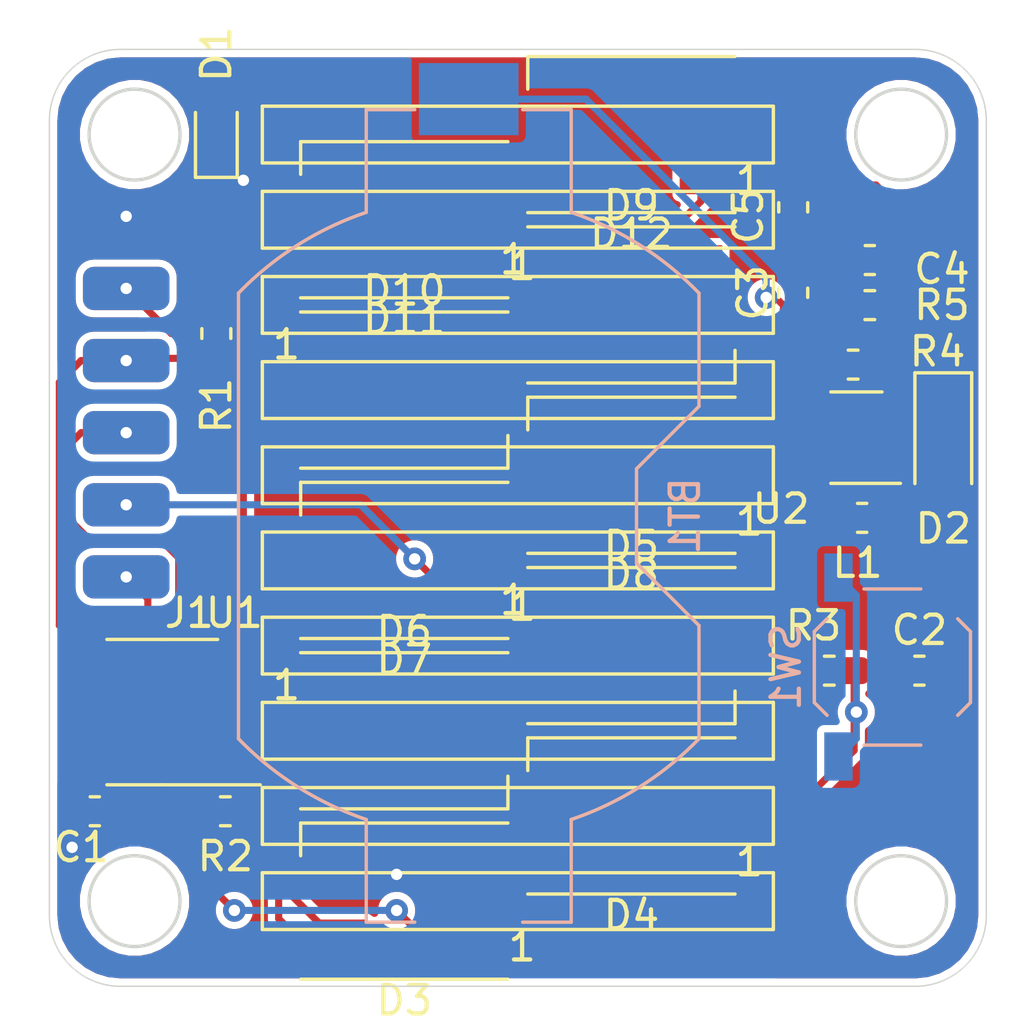
<source format=kicad_pcb>
(kicad_pcb (version 20171130) (host pcbnew "(5.1.5)-3")

  (general
    (thickness 1.6)
    (drawings 52)
    (tracks 201)
    (zones 0)
    (modules 28)
    (nets 23)
  )

  (page A4)
  (layers
    (0 F.Cu signal)
    (31 B.Cu signal)
    (32 B.Adhes user hide)
    (33 F.Adhes user hide)
    (34 B.Paste user hide)
    (35 F.Paste user hide)
    (36 B.SilkS user)
    (37 F.SilkS user)
    (38 B.Mask user hide)
    (39 F.Mask user hide)
    (40 Dwgs.User user hide)
    (41 Cmts.User user hide)
    (42 Eco1.User user hide)
    (43 Eco2.User user hide)
    (44 Edge.Cuts user)
    (45 Margin user)
    (46 B.CrtYd user)
    (47 F.CrtYd user)
    (48 B.Fab user hide)
    (49 F.Fab user hide)
  )

  (setup
    (last_trace_width 0.25)
    (user_trace_width 0.508)
    (user_trace_width 1.016)
    (trace_clearance 0.2)
    (zone_clearance 0.254)
    (zone_45_only no)
    (trace_min 0.2)
    (via_size 0.8)
    (via_drill 0.4)
    (via_min_size 0.4)
    (via_min_drill 0.3)
    (uvia_size 0.3)
    (uvia_drill 0.1)
    (uvias_allowed no)
    (uvia_min_size 0.2)
    (uvia_min_drill 0.1)
    (edge_width 0.05)
    (segment_width 0.2)
    (pcb_text_width 0.3)
    (pcb_text_size 1.5 1.5)
    (mod_edge_width 0.12)
    (mod_text_size 1 1)
    (mod_text_width 0.15)
    (pad_size 1.524 1.524)
    (pad_drill 0.762)
    (pad_to_mask_clearance 0.051)
    (solder_mask_min_width 0.25)
    (aux_axis_origin 0 0)
    (visible_elements 7FFFFFFF)
    (pcbplotparams
      (layerselection 0x010fc_ffffffff)
      (usegerberextensions false)
      (usegerberattributes false)
      (usegerberadvancedattributes false)
      (creategerberjobfile false)
      (excludeedgelayer true)
      (linewidth 0.100000)
      (plotframeref false)
      (viasonmask false)
      (mode 1)
      (useauxorigin false)
      (hpglpennumber 1)
      (hpglpenspeed 20)
      (hpglpendiameter 15.000000)
      (psnegative false)
      (psa4output false)
      (plotreference true)
      (plotvalue true)
      (plotinvisibletext false)
      (padsonsilk false)
      (subtractmaskfromsilk false)
      (outputformat 1)
      (mirror false)
      (drillshape 0)
      (scaleselection 1)
      (outputdirectory "./"))
  )

  (net 0 "")
  (net 1 GND)
  (net 2 +5V)
  (net 3 DIN)
  (net 4 "Net-(D3-Pad2)")
  (net 5 "Net-(D4-Pad2)")
  (net 6 "Net-(D5-Pad2)")
  (net 7 "Net-(D6-Pad2)")
  (net 8 "Net-(D7-Pad2)")
  (net 9 "Net-(D8-Pad2)")
  (net 10 "Net-(D10-Pad4)")
  (net 11 "Net-(D11-Pad2)")
  (net 12 "Net-(D10-Pad2)")
  (net 13 MISO)
  (net 14 SCK)
  (net 15 MOSI)
  (net 16 RST)
  (net 17 "Net-(BT1-Pad1)")
  (net 18 "Net-(D1-Pad1)")
  (net 19 SW)
  (net 20 "Net-(C4-Pad2)")
  (net 21 "Net-(D2-Pad2)")
  (net 22 /sheet5F8BEDE4/DOUT)

  (net_class Default "これはデフォルトのネット クラスです。"
    (clearance 0.2)
    (trace_width 0.25)
    (via_dia 0.8)
    (via_drill 0.4)
    (uvia_dia 0.3)
    (uvia_drill 0.1)
    (add_net +5V)
    (add_net /sheet5F8BEDE4/DOUT)
    (add_net DIN)
    (add_net GND)
    (add_net MISO)
    (add_net MOSI)
    (add_net "Net-(BT1-Pad1)")
    (add_net "Net-(C4-Pad2)")
    (add_net "Net-(D1-Pad1)")
    (add_net "Net-(D10-Pad2)")
    (add_net "Net-(D10-Pad4)")
    (add_net "Net-(D11-Pad2)")
    (add_net "Net-(D2-Pad2)")
    (add_net "Net-(D3-Pad2)")
    (add_net "Net-(D4-Pad2)")
    (add_net "Net-(D5-Pad2)")
    (add_net "Net-(D6-Pad2)")
    (add_net "Net-(D7-Pad2)")
    (add_net "Net-(D8-Pad2)")
    (add_net RST)
    (add_net SCK)
    (add_net SW)
  )

  (module Resistor_SMD:R_0603_1608Metric_Pad1.05x0.95mm_HandSolder (layer F.Cu) (tedit 5B301BBD) (tstamp 5F8075F0)
    (at 77.47 71.8825 180)
    (descr "Resistor SMD 0603 (1608 Metric), square (rectangular) end terminal, IPC_7351 nominal with elongated pad for handsoldering. (Body size source: http://www.tortai-tech.com/upload/download/2011102023233369053.pdf), generated with kicad-footprint-generator")
    (tags "resistor handsolder")
    (path /5F81B109)
    (attr smd)
    (fp_text reference R3 (at 0.5575 1.5875) (layer F.SilkS)
      (effects (font (size 1 1) (thickness 0.15)))
    )
    (fp_text value 10k (at 0 1.43) (layer F.Fab)
      (effects (font (size 1 1) (thickness 0.15)))
    )
    (fp_text user %R (at 0 0) (layer F.Fab)
      (effects (font (size 0.4 0.4) (thickness 0.06)))
    )
    (fp_line (start 1.65 0.73) (end -1.65 0.73) (layer F.CrtYd) (width 0.05))
    (fp_line (start 1.65 -0.73) (end 1.65 0.73) (layer F.CrtYd) (width 0.05))
    (fp_line (start -1.65 -0.73) (end 1.65 -0.73) (layer F.CrtYd) (width 0.05))
    (fp_line (start -1.65 0.73) (end -1.65 -0.73) (layer F.CrtYd) (width 0.05))
    (fp_line (start -0.171267 0.51) (end 0.171267 0.51) (layer F.SilkS) (width 0.12))
    (fp_line (start -0.171267 -0.51) (end 0.171267 -0.51) (layer F.SilkS) (width 0.12))
    (fp_line (start 0.8 0.4) (end -0.8 0.4) (layer F.Fab) (width 0.1))
    (fp_line (start 0.8 -0.4) (end 0.8 0.4) (layer F.Fab) (width 0.1))
    (fp_line (start -0.8 -0.4) (end 0.8 -0.4) (layer F.Fab) (width 0.1))
    (fp_line (start -0.8 0.4) (end -0.8 -0.4) (layer F.Fab) (width 0.1))
    (pad 2 smd roundrect (at 0.875 0 180) (size 1.05 0.95) (layers F.Cu F.Paste F.Mask) (roundrect_rratio 0.25)
      (net 2 +5V))
    (pad 1 smd roundrect (at -0.875 0 180) (size 1.05 0.95) (layers F.Cu F.Paste F.Mask) (roundrect_rratio 0.25)
      (net 19 SW))
    (model ${KISYS3DMOD}/Resistor_SMD.3dshapes/R_0603_1608Metric.wrl
      (at (xyz 0 0 0))
      (scale (xyz 1 1 1))
      (rotate (xyz 0 0 0))
    )
  )

  (module Capacitor_SMD:C_0603_1608Metric (layer F.Cu) (tedit 5B301BBE) (tstamp 5F807476)
    (at 76.2 55.5625 270)
    (descr "Capacitor SMD 0603 (1608 Metric), square (rectangular) end terminal, IPC_7351 nominal, (Body size source: http://www.tortai-tech.com/upload/download/2011102023233369053.pdf), generated with kicad-footprint-generator")
    (tags capacitor)
    (path /5F923110)
    (attr smd)
    (fp_text reference C5 (at 0.3175 1.5875 90) (layer F.SilkS)
      (effects (font (size 1 1) (thickness 0.15)))
    )
    (fp_text value C (at 0 1.43 90) (layer F.Fab)
      (effects (font (size 1 1) (thickness 0.15)))
    )
    (fp_text user %R (at 0 0 90) (layer F.Fab)
      (effects (font (size 0.4 0.4) (thickness 0.06)))
    )
    (fp_line (start 1.48 0.73) (end -1.48 0.73) (layer F.CrtYd) (width 0.05))
    (fp_line (start 1.48 -0.73) (end 1.48 0.73) (layer F.CrtYd) (width 0.05))
    (fp_line (start -1.48 -0.73) (end 1.48 -0.73) (layer F.CrtYd) (width 0.05))
    (fp_line (start -1.48 0.73) (end -1.48 -0.73) (layer F.CrtYd) (width 0.05))
    (fp_line (start -0.162779 0.51) (end 0.162779 0.51) (layer F.SilkS) (width 0.12))
    (fp_line (start -0.162779 -0.51) (end 0.162779 -0.51) (layer F.SilkS) (width 0.12))
    (fp_line (start 0.8 0.4) (end -0.8 0.4) (layer F.Fab) (width 0.1))
    (fp_line (start 0.8 -0.4) (end 0.8 0.4) (layer F.Fab) (width 0.1))
    (fp_line (start -0.8 -0.4) (end 0.8 -0.4) (layer F.Fab) (width 0.1))
    (fp_line (start -0.8 0.4) (end -0.8 -0.4) (layer F.Fab) (width 0.1))
    (pad 2 smd roundrect (at 0.7875 0 270) (size 0.875 0.95) (layers F.Cu F.Paste F.Mask) (roundrect_rratio 0.25)
      (net 1 GND))
    (pad 1 smd roundrect (at -0.7875 0 270) (size 0.875 0.95) (layers F.Cu F.Paste F.Mask) (roundrect_rratio 0.25)
      (net 2 +5V))
    (model ${KISYS3DMOD}/Capacitor_SMD.3dshapes/C_0603_1608Metric.wrl
      (at (xyz 0 0 0))
      (scale (xyz 1 1 1))
      (rotate (xyz 0 0 0))
    )
  )

  (module acrylic_nixie_clock_1digit:ISP-6 (layer F.Cu) (tedit 5F82FB75) (tstamp 5F836250)
    (at 52.705 71.12 180)
    (path /5F5EE27C)
    (fp_text reference J1 (at -2.2225 1.27) (layer F.SilkS)
      (effects (font (size 1 1) (thickness 0.15)))
    )
    (fp_text value AVR-ISP-6 (at 0 -0.5) (layer F.Fab)
      (effects (font (size 1 1) (thickness 0.15)))
    )
    (pad 2 smd roundrect (at 0 5.08) (size 3.048 1.524) (layers B.Cu B.Paste B.Mask) (roundrect_rratio 0.25)
      (net 2 +5V))
    (pad 3 smd roundrect (at 0 7.62) (size 3.048 1.524) (layers B.Cu B.Paste B.Mask) (roundrect_rratio 0.25)
      (net 14 SCK))
    (pad 4 smd roundrect (at 0 10.16) (size 3.048 1.524) (layers B.Cu B.Paste B.Mask) (roundrect_rratio 0.25)
      (net 15 MOSI))
    (pad 1 smd roundrect (at 0 2.54) (size 3.048 1.524) (layers B.Cu B.Paste B.Mask) (roundrect_rratio 0.25)
      (net 13 MISO))
    (pad 5 smd roundrect (at 0 12.7) (size 3.048 1.524) (layers B.Cu B.Paste B.Mask) (roundrect_rratio 0.25)
      (net 16 RST))
    (pad 6 smd roundrect (at 0 15.24) (size 3.048 1.524) (layers B.Cu B.Paste B.Mask) (roundrect_rratio 0.25)
      (net 1 GND))
    (pad 6 smd roundrect (at 0 15.24 180) (size 3.048 1.524) (layers F.Cu F.Paste F.Mask) (roundrect_rratio 0.25)
      (net 1 GND))
    (pad 5 smd roundrect (at 0 12.7 180) (size 3.048 1.524) (layers F.Cu F.Paste F.Mask) (roundrect_rratio 0.25)
      (net 16 RST))
    (pad 4 smd roundrect (at 0 10.16 180) (size 3.048 1.524) (layers F.Cu F.Paste F.Mask) (roundrect_rratio 0.25)
      (net 15 MOSI))
    (pad 3 smd roundrect (at 0 7.62 180) (size 3.048 1.524) (layers F.Cu F.Paste F.Mask) (roundrect_rratio 0.25)
      (net 14 SCK))
    (pad 2 smd roundrect (at 0 5.08 180) (size 3.048 1.524) (layers F.Cu F.Paste F.Mask) (roundrect_rratio 0.25)
      (net 2 +5V))
    (pad 1 smd roundrect (at 0 2.54 180) (size 3.048 1.524) (layers F.Cu F.Paste F.Mask) (roundrect_rratio 0.25)
      (net 13 MISO))
  )

  (module Capacitor_SMD:C_0603_1608Metric (layer F.Cu) (tedit 5B301BBE) (tstamp 5F807432)
    (at 51.6 76.835 180)
    (descr "Capacitor SMD 0603 (1608 Metric), square (rectangular) end terminal, IPC_7351 nominal, (Body size source: http://www.tortai-tech.com/upload/download/2011102023233369053.pdf), generated with kicad-footprint-generator")
    (tags capacitor)
    (path /5F8EAD61)
    (attr smd)
    (fp_text reference C1 (at 0.4825 -1.27 180) (layer F.SilkS)
      (effects (font (size 1 1) (thickness 0.15)))
    )
    (fp_text value 10u (at 0 1.43) (layer F.Fab)
      (effects (font (size 1 1) (thickness 0.15)))
    )
    (fp_text user %R (at 0 0) (layer F.Fab)
      (effects (font (size 0.4 0.4) (thickness 0.06)))
    )
    (fp_line (start 1.48 0.73) (end -1.48 0.73) (layer F.CrtYd) (width 0.05))
    (fp_line (start 1.48 -0.73) (end 1.48 0.73) (layer F.CrtYd) (width 0.05))
    (fp_line (start -1.48 -0.73) (end 1.48 -0.73) (layer F.CrtYd) (width 0.05))
    (fp_line (start -1.48 0.73) (end -1.48 -0.73) (layer F.CrtYd) (width 0.05))
    (fp_line (start -0.162779 0.51) (end 0.162779 0.51) (layer F.SilkS) (width 0.12))
    (fp_line (start -0.162779 -0.51) (end 0.162779 -0.51) (layer F.SilkS) (width 0.12))
    (fp_line (start 0.8 0.4) (end -0.8 0.4) (layer F.Fab) (width 0.1))
    (fp_line (start 0.8 -0.4) (end 0.8 0.4) (layer F.Fab) (width 0.1))
    (fp_line (start -0.8 -0.4) (end 0.8 -0.4) (layer F.Fab) (width 0.1))
    (fp_line (start -0.8 0.4) (end -0.8 -0.4) (layer F.Fab) (width 0.1))
    (pad 2 smd roundrect (at 0.7875 0 180) (size 0.875 0.95) (layers F.Cu F.Paste F.Mask) (roundrect_rratio 0.25)
      (net 1 GND))
    (pad 1 smd roundrect (at -0.7875 0 180) (size 0.875 0.95) (layers F.Cu F.Paste F.Mask) (roundrect_rratio 0.25)
      (net 2 +5V))
    (model ${KISYS3DMOD}/Capacitor_SMD.3dshapes/C_0603_1608Metric.wrl
      (at (xyz 0 0 0))
      (scale (xyz 1 1 1))
      (rotate (xyz 0 0 0))
    )
  )

  (module Capacitor_SMD:C_0603_1608Metric (layer F.Cu) (tedit 5B301BBE) (tstamp 5F807443)
    (at 80.645 71.8825)
    (descr "Capacitor SMD 0603 (1608 Metric), square (rectangular) end terminal, IPC_7351 nominal, (Body size source: http://www.tortai-tech.com/upload/download/2011102023233369053.pdf), generated with kicad-footprint-generator")
    (tags capacitor)
    (path /5F81B0F8)
    (attr smd)
    (fp_text reference C2 (at 0 -1.43) (layer F.SilkS)
      (effects (font (size 1 1) (thickness 0.15)))
    )
    (fp_text value 0.1u (at 0 1.43) (layer F.Fab)
      (effects (font (size 1 1) (thickness 0.15)))
    )
    (fp_line (start -0.8 0.4) (end -0.8 -0.4) (layer F.Fab) (width 0.1))
    (fp_line (start -0.8 -0.4) (end 0.8 -0.4) (layer F.Fab) (width 0.1))
    (fp_line (start 0.8 -0.4) (end 0.8 0.4) (layer F.Fab) (width 0.1))
    (fp_line (start 0.8 0.4) (end -0.8 0.4) (layer F.Fab) (width 0.1))
    (fp_line (start -0.162779 -0.51) (end 0.162779 -0.51) (layer F.SilkS) (width 0.12))
    (fp_line (start -0.162779 0.51) (end 0.162779 0.51) (layer F.SilkS) (width 0.12))
    (fp_line (start -1.48 0.73) (end -1.48 -0.73) (layer F.CrtYd) (width 0.05))
    (fp_line (start -1.48 -0.73) (end 1.48 -0.73) (layer F.CrtYd) (width 0.05))
    (fp_line (start 1.48 -0.73) (end 1.48 0.73) (layer F.CrtYd) (width 0.05))
    (fp_line (start 1.48 0.73) (end -1.48 0.73) (layer F.CrtYd) (width 0.05))
    (fp_text user %R (at 0 0) (layer F.Fab)
      (effects (font (size 0.4 0.4) (thickness 0.06)))
    )
    (pad 1 smd roundrect (at -0.7875 0) (size 0.875 0.95) (layers F.Cu F.Paste F.Mask) (roundrect_rratio 0.25)
      (net 19 SW))
    (pad 2 smd roundrect (at 0.7875 0) (size 0.875 0.95) (layers F.Cu F.Paste F.Mask) (roundrect_rratio 0.25)
      (net 1 GND))
    (model ${KISYS3DMOD}/Capacitor_SMD.3dshapes/C_0603_1608Metric.wrl
      (at (xyz 0 0 0))
      (scale (xyz 1 1 1))
      (rotate (xyz 0 0 0))
    )
  )

  (module Capacitor_SMD:C_0603_1608Metric (layer F.Cu) (tedit 5B301BBE) (tstamp 5F807454)
    (at 76.2 58.5725 90)
    (descr "Capacitor SMD 0603 (1608 Metric), square (rectangular) end terminal, IPC_7351 nominal, (Body size source: http://www.tortai-tech.com/upload/download/2011102023233369053.pdf), generated with kicad-footprint-generator")
    (tags capacitor)
    (path /5F924C06)
    (attr smd)
    (fp_text reference C3 (at 0 -1.43 90) (layer F.SilkS)
      (effects (font (size 1 1) (thickness 0.15)))
    )
    (fp_text value C (at 0 1.43 90) (layer F.Fab)
      (effects (font (size 1 1) (thickness 0.15)))
    )
    (fp_line (start -0.8 0.4) (end -0.8 -0.4) (layer F.Fab) (width 0.1))
    (fp_line (start -0.8 -0.4) (end 0.8 -0.4) (layer F.Fab) (width 0.1))
    (fp_line (start 0.8 -0.4) (end 0.8 0.4) (layer F.Fab) (width 0.1))
    (fp_line (start 0.8 0.4) (end -0.8 0.4) (layer F.Fab) (width 0.1))
    (fp_line (start -0.162779 -0.51) (end 0.162779 -0.51) (layer F.SilkS) (width 0.12))
    (fp_line (start -0.162779 0.51) (end 0.162779 0.51) (layer F.SilkS) (width 0.12))
    (fp_line (start -1.48 0.73) (end -1.48 -0.73) (layer F.CrtYd) (width 0.05))
    (fp_line (start -1.48 -0.73) (end 1.48 -0.73) (layer F.CrtYd) (width 0.05))
    (fp_line (start 1.48 -0.73) (end 1.48 0.73) (layer F.CrtYd) (width 0.05))
    (fp_line (start 1.48 0.73) (end -1.48 0.73) (layer F.CrtYd) (width 0.05))
    (fp_text user %R (at 0 0 90) (layer F.Fab)
      (effects (font (size 0.4 0.4) (thickness 0.06)))
    )
    (pad 1 smd roundrect (at -0.7875 0 90) (size 0.875 0.95) (layers F.Cu F.Paste F.Mask) (roundrect_rratio 0.25)
      (net 17 "Net-(BT1-Pad1)"))
    (pad 2 smd roundrect (at 0.7875 0 90) (size 0.875 0.95) (layers F.Cu F.Paste F.Mask) (roundrect_rratio 0.25)
      (net 1 GND))
    (model ${KISYS3DMOD}/Capacitor_SMD.3dshapes/C_0603_1608Metric.wrl
      (at (xyz 0 0 0))
      (scale (xyz 1 1 1))
      (rotate (xyz 0 0 0))
    )
  )

  (module Capacitor_SMD:C_0603_1608Metric (layer F.Cu) (tedit 5B301BBE) (tstamp 5F807465)
    (at 78.8975 57.42)
    (descr "Capacitor SMD 0603 (1608 Metric), square (rectangular) end terminal, IPC_7351 nominal, (Body size source: http://www.tortai-tech.com/upload/download/2011102023233369053.pdf), generated with kicad-footprint-generator")
    (tags capacitor)
    (path /5F92092E)
    (attr smd)
    (fp_text reference C4 (at 2.54 0.3175) (layer F.SilkS)
      (effects (font (size 1 1) (thickness 0.15)))
    )
    (fp_text value C (at 0 1.43) (layer F.Fab)
      (effects (font (size 1 1) (thickness 0.15)))
    )
    (fp_line (start -0.8 0.4) (end -0.8 -0.4) (layer F.Fab) (width 0.1))
    (fp_line (start -0.8 -0.4) (end 0.8 -0.4) (layer F.Fab) (width 0.1))
    (fp_line (start 0.8 -0.4) (end 0.8 0.4) (layer F.Fab) (width 0.1))
    (fp_line (start 0.8 0.4) (end -0.8 0.4) (layer F.Fab) (width 0.1))
    (fp_line (start -0.162779 -0.51) (end 0.162779 -0.51) (layer F.SilkS) (width 0.12))
    (fp_line (start -0.162779 0.51) (end 0.162779 0.51) (layer F.SilkS) (width 0.12))
    (fp_line (start -1.48 0.73) (end -1.48 -0.73) (layer F.CrtYd) (width 0.05))
    (fp_line (start -1.48 -0.73) (end 1.48 -0.73) (layer F.CrtYd) (width 0.05))
    (fp_line (start 1.48 -0.73) (end 1.48 0.73) (layer F.CrtYd) (width 0.05))
    (fp_line (start 1.48 0.73) (end -1.48 0.73) (layer F.CrtYd) (width 0.05))
    (fp_text user %R (at 0 0) (layer F.Fab)
      (effects (font (size 0.4 0.4) (thickness 0.06)))
    )
    (pad 1 smd roundrect (at -0.7875 0) (size 0.875 0.95) (layers F.Cu F.Paste F.Mask) (roundrect_rratio 0.25)
      (net 2 +5V))
    (pad 2 smd roundrect (at 0.7875 0) (size 0.875 0.95) (layers F.Cu F.Paste F.Mask) (roundrect_rratio 0.25)
      (net 20 "Net-(C4-Pad2)"))
    (model ${KISYS3DMOD}/Capacitor_SMD.3dshapes/C_0603_1608Metric.wrl
      (at (xyz 0 0 0))
      (scale (xyz 1 1 1))
      (rotate (xyz 0 0 0))
    )
  )

  (module LED_SMD:LED_0603_1608Metric (layer F.Cu) (tedit 5B301BBE) (tstamp 5F807489)
    (at 55.88 53.0225 90)
    (descr "LED SMD 0603 (1608 Metric), square (rectangular) end terminal, IPC_7351 nominal, (Body size source: http://www.tortai-tech.com/upload/download/2011102023233369053.pdf), generated with kicad-footprint-generator")
    (tags diode)
    (path /5F86C0E2)
    (attr smd)
    (fp_text reference D1 (at 2.8575 0 90) (layer F.SilkS)
      (effects (font (size 1 1) (thickness 0.15)))
    )
    (fp_text value LED (at 0 1.43 90) (layer F.Fab)
      (effects (font (size 1 1) (thickness 0.15)))
    )
    (fp_line (start 0.8 -0.4) (end -0.5 -0.4) (layer F.Fab) (width 0.1))
    (fp_line (start -0.5 -0.4) (end -0.8 -0.1) (layer F.Fab) (width 0.1))
    (fp_line (start -0.8 -0.1) (end -0.8 0.4) (layer F.Fab) (width 0.1))
    (fp_line (start -0.8 0.4) (end 0.8 0.4) (layer F.Fab) (width 0.1))
    (fp_line (start 0.8 0.4) (end 0.8 -0.4) (layer F.Fab) (width 0.1))
    (fp_line (start 0.8 -0.735) (end -1.485 -0.735) (layer F.SilkS) (width 0.12))
    (fp_line (start -1.485 -0.735) (end -1.485 0.735) (layer F.SilkS) (width 0.12))
    (fp_line (start -1.485 0.735) (end 0.8 0.735) (layer F.SilkS) (width 0.12))
    (fp_line (start -1.48 0.73) (end -1.48 -0.73) (layer F.CrtYd) (width 0.05))
    (fp_line (start -1.48 -0.73) (end 1.48 -0.73) (layer F.CrtYd) (width 0.05))
    (fp_line (start 1.48 -0.73) (end 1.48 0.73) (layer F.CrtYd) (width 0.05))
    (fp_line (start 1.48 0.73) (end -1.48 0.73) (layer F.CrtYd) (width 0.05))
    (fp_text user %R (at 0 0 90) (layer F.Fab)
      (effects (font (size 0.4 0.4) (thickness 0.06)))
    )
    (pad 1 smd roundrect (at -0.7875 0 90) (size 0.875 0.95) (layers F.Cu F.Paste F.Mask) (roundrect_rratio 0.25)
      (net 18 "Net-(D1-Pad1)"))
    (pad 2 smd roundrect (at 0.7875 0 90) (size 0.875 0.95) (layers F.Cu F.Paste F.Mask) (roundrect_rratio 0.25)
      (net 2 +5V))
    (model ${KISYS3DMOD}/LED_SMD.3dshapes/LED_0603_1608Metric.wrl
      (at (xyz 0 0 0))
      (scale (xyz 1 1 1))
      (rotate (xyz 0 0 0))
    )
  )

  (module Diode_SMD:D_SOD-123 (layer F.Cu) (tedit 58645DC7) (tstamp 5F8074A2)
    (at 81.485 63.6425 270)
    (descr SOD-123)
    (tags SOD-123)
    (path /5F919EA9)
    (attr smd)
    (fp_text reference D2 (at 3.2375 0 180) (layer F.SilkS)
      (effects (font (size 1 1) (thickness 0.15)))
    )
    (fp_text value D_Schottky (at 0 2.1 90) (layer F.Fab)
      (effects (font (size 1 1) (thickness 0.15)))
    )
    (fp_text user %R (at 0 -2 90) (layer F.Fab)
      (effects (font (size 1 1) (thickness 0.15)))
    )
    (fp_line (start -2.25 -1) (end -2.25 1) (layer F.SilkS) (width 0.12))
    (fp_line (start 0.25 0) (end 0.75 0) (layer F.Fab) (width 0.1))
    (fp_line (start 0.25 0.4) (end -0.35 0) (layer F.Fab) (width 0.1))
    (fp_line (start 0.25 -0.4) (end 0.25 0.4) (layer F.Fab) (width 0.1))
    (fp_line (start -0.35 0) (end 0.25 -0.4) (layer F.Fab) (width 0.1))
    (fp_line (start -0.35 0) (end -0.35 0.55) (layer F.Fab) (width 0.1))
    (fp_line (start -0.35 0) (end -0.35 -0.55) (layer F.Fab) (width 0.1))
    (fp_line (start -0.75 0) (end -0.35 0) (layer F.Fab) (width 0.1))
    (fp_line (start -1.4 0.9) (end -1.4 -0.9) (layer F.Fab) (width 0.1))
    (fp_line (start 1.4 0.9) (end -1.4 0.9) (layer F.Fab) (width 0.1))
    (fp_line (start 1.4 -0.9) (end 1.4 0.9) (layer F.Fab) (width 0.1))
    (fp_line (start -1.4 -0.9) (end 1.4 -0.9) (layer F.Fab) (width 0.1))
    (fp_line (start -2.35 -1.15) (end 2.35 -1.15) (layer F.CrtYd) (width 0.05))
    (fp_line (start 2.35 -1.15) (end 2.35 1.15) (layer F.CrtYd) (width 0.05))
    (fp_line (start 2.35 1.15) (end -2.35 1.15) (layer F.CrtYd) (width 0.05))
    (fp_line (start -2.35 -1.15) (end -2.35 1.15) (layer F.CrtYd) (width 0.05))
    (fp_line (start -2.25 1) (end 1.65 1) (layer F.SilkS) (width 0.12))
    (fp_line (start -2.25 -1) (end 1.65 -1) (layer F.SilkS) (width 0.12))
    (pad 1 smd rect (at -1.65 0 270) (size 0.9 1.2) (layers F.Cu F.Paste F.Mask)
      (net 2 +5V))
    (pad 2 smd rect (at 1.65 0 270) (size 0.9 1.2) (layers F.Cu F.Paste F.Mask)
      (net 21 "Net-(D2-Pad2)"))
    (model ${KISYS3DMOD}/Diode_SMD.3dshapes/D_SOD-123.wrl
      (at (xyz 0 0 0))
      (scale (xyz 1 1 1))
      (rotate (xyz 0 0 0))
    )
  )

  (module LED_SMD:LED_WS2812B_PLCC4_5.0x5.0mm_P3.2mm (layer F.Cu) (tedit 5AA4B285) (tstamp 5F8074B9)
    (at 62.5 80 180)
    (descr https://cdn-shop.adafruit.com/datasheets/WS2812B.pdf)
    (tags "LED RGB NeoPixel")
    (path /5F8BEDF0/5F5D7969)
    (attr smd)
    (fp_text reference D3 (at 0 -3.5) (layer F.SilkS)
      (effects (font (size 1 1) (thickness 0.15)))
    )
    (fp_text value WS2812B (at 0 4) (layer F.Fab)
      (effects (font (size 1 1) (thickness 0.15)))
    )
    (fp_circle (center 0 0) (end 0 -2) (layer F.Fab) (width 0.1))
    (fp_line (start 3.65 2.75) (end 3.65 1.6) (layer F.SilkS) (width 0.12))
    (fp_line (start -3.65 2.75) (end 3.65 2.75) (layer F.SilkS) (width 0.12))
    (fp_line (start -3.65 -2.75) (end 3.65 -2.75) (layer F.SilkS) (width 0.12))
    (fp_line (start 2.5 -2.5) (end -2.5 -2.5) (layer F.Fab) (width 0.1))
    (fp_line (start 2.5 2.5) (end 2.5 -2.5) (layer F.Fab) (width 0.1))
    (fp_line (start -2.5 2.5) (end 2.5 2.5) (layer F.Fab) (width 0.1))
    (fp_line (start -2.5 -2.5) (end -2.5 2.5) (layer F.Fab) (width 0.1))
    (fp_line (start 2.5 1.5) (end 1.5 2.5) (layer F.Fab) (width 0.1))
    (fp_line (start -3.45 -2.75) (end -3.45 2.75) (layer F.CrtYd) (width 0.05))
    (fp_line (start -3.45 2.75) (end 3.45 2.75) (layer F.CrtYd) (width 0.05))
    (fp_line (start 3.45 2.75) (end 3.45 -2.75) (layer F.CrtYd) (width 0.05))
    (fp_line (start 3.45 -2.75) (end -3.45 -2.75) (layer F.CrtYd) (width 0.05))
    (fp_text user %R (at 0 0) (layer F.Fab)
      (effects (font (size 0.8 0.8) (thickness 0.15)))
    )
    (fp_text user 1 (at -4.15 -1.6) (layer F.SilkS)
      (effects (font (size 1 1) (thickness 0.15)))
    )
    (pad 1 smd rect (at -2.45 -1.6 180) (size 1.5 1) (layers F.Cu F.Paste F.Mask)
      (net 2 +5V))
    (pad 2 smd rect (at -2.45 1.6 180) (size 1.5 1) (layers F.Cu F.Paste F.Mask)
      (net 4 "Net-(D3-Pad2)"))
    (pad 4 smd rect (at 2.45 -1.6 180) (size 1.5 1) (layers F.Cu F.Paste F.Mask)
      (net 3 DIN))
    (pad 3 smd rect (at 2.45 1.6 180) (size 1.5 1) (layers F.Cu F.Paste F.Mask)
      (net 1 GND))
    (model ${KISYS3DMOD}/LED_SMD.3dshapes/LED_WS2812B_PLCC4_5.0x5.0mm_P3.2mm.wrl
      (at (xyz 0 0 0))
      (scale (xyz 1 1 1))
      (rotate (xyz 0 0 0))
    )
  )

  (module LED_SMD:LED_WS2812B_PLCC4_5.0x5.0mm_P3.2mm (layer F.Cu) (tedit 5AA4B285) (tstamp 5F8074D0)
    (at 70.5 77 180)
    (descr https://cdn-shop.adafruit.com/datasheets/WS2812B.pdf)
    (tags "LED RGB NeoPixel")
    (path /5F8BEDF0/5F5DEB9F)
    (attr smd)
    (fp_text reference D4 (at 0 -3.5) (layer F.SilkS)
      (effects (font (size 1 1) (thickness 0.15)))
    )
    (fp_text value WS2812B (at 0 4) (layer F.Fab)
      (effects (font (size 1 1) (thickness 0.15)))
    )
    (fp_text user 1 (at -4.15 -1.6) (layer F.SilkS)
      (effects (font (size 1 1) (thickness 0.15)))
    )
    (fp_text user %R (at 0 0) (layer F.Fab)
      (effects (font (size 0.8 0.8) (thickness 0.15)))
    )
    (fp_line (start 3.45 -2.75) (end -3.45 -2.75) (layer F.CrtYd) (width 0.05))
    (fp_line (start 3.45 2.75) (end 3.45 -2.75) (layer F.CrtYd) (width 0.05))
    (fp_line (start -3.45 2.75) (end 3.45 2.75) (layer F.CrtYd) (width 0.05))
    (fp_line (start -3.45 -2.75) (end -3.45 2.75) (layer F.CrtYd) (width 0.05))
    (fp_line (start 2.5 1.5) (end 1.5 2.5) (layer F.Fab) (width 0.1))
    (fp_line (start -2.5 -2.5) (end -2.5 2.5) (layer F.Fab) (width 0.1))
    (fp_line (start -2.5 2.5) (end 2.5 2.5) (layer F.Fab) (width 0.1))
    (fp_line (start 2.5 2.5) (end 2.5 -2.5) (layer F.Fab) (width 0.1))
    (fp_line (start 2.5 -2.5) (end -2.5 -2.5) (layer F.Fab) (width 0.1))
    (fp_line (start -3.65 -2.75) (end 3.65 -2.75) (layer F.SilkS) (width 0.12))
    (fp_line (start -3.65 2.75) (end 3.65 2.75) (layer F.SilkS) (width 0.12))
    (fp_line (start 3.65 2.75) (end 3.65 1.6) (layer F.SilkS) (width 0.12))
    (fp_circle (center 0 0) (end 0 -2) (layer F.Fab) (width 0.1))
    (pad 3 smd rect (at 2.45 1.6 180) (size 1.5 1) (layers F.Cu F.Paste F.Mask)
      (net 1 GND))
    (pad 4 smd rect (at 2.45 -1.6 180) (size 1.5 1) (layers F.Cu F.Paste F.Mask)
      (net 4 "Net-(D3-Pad2)"))
    (pad 2 smd rect (at -2.45 1.6 180) (size 1.5 1) (layers F.Cu F.Paste F.Mask)
      (net 5 "Net-(D4-Pad2)"))
    (pad 1 smd rect (at -2.45 -1.6 180) (size 1.5 1) (layers F.Cu F.Paste F.Mask)
      (net 2 +5V))
    (model ${KISYS3DMOD}/LED_SMD.3dshapes/LED_WS2812B_PLCC4_5.0x5.0mm_P3.2mm.wrl
      (at (xyz 0 0 0))
      (scale (xyz 1 1 1))
      (rotate (xyz 0 0 0))
    )
  )

  (module LED_SMD:LED_WS2812B_PLCC4_5.0x5.0mm_P3.2mm (layer F.Cu) (tedit 5AA4B285) (tstamp 5F8074E7)
    (at 70.5 71)
    (descr https://cdn-shop.adafruit.com/datasheets/WS2812B.pdf)
    (tags "LED RGB NeoPixel")
    (path /5F8BEDF0/5F5E1DA0)
    (attr smd)
    (fp_text reference D5 (at 0 -3.5) (layer F.SilkS)
      (effects (font (size 1 1) (thickness 0.15)))
    )
    (fp_text value WS2812B (at 0 4) (layer F.Fab)
      (effects (font (size 1 1) (thickness 0.15)))
    )
    (fp_circle (center 0 0) (end 0 -2) (layer F.Fab) (width 0.1))
    (fp_line (start 3.65 2.75) (end 3.65 1.6) (layer F.SilkS) (width 0.12))
    (fp_line (start -3.65 2.75) (end 3.65 2.75) (layer F.SilkS) (width 0.12))
    (fp_line (start -3.65 -2.75) (end 3.65 -2.75) (layer F.SilkS) (width 0.12))
    (fp_line (start 2.5 -2.5) (end -2.5 -2.5) (layer F.Fab) (width 0.1))
    (fp_line (start 2.5 2.5) (end 2.5 -2.5) (layer F.Fab) (width 0.1))
    (fp_line (start -2.5 2.5) (end 2.5 2.5) (layer F.Fab) (width 0.1))
    (fp_line (start -2.5 -2.5) (end -2.5 2.5) (layer F.Fab) (width 0.1))
    (fp_line (start 2.5 1.5) (end 1.5 2.5) (layer F.Fab) (width 0.1))
    (fp_line (start -3.45 -2.75) (end -3.45 2.75) (layer F.CrtYd) (width 0.05))
    (fp_line (start -3.45 2.75) (end 3.45 2.75) (layer F.CrtYd) (width 0.05))
    (fp_line (start 3.45 2.75) (end 3.45 -2.75) (layer F.CrtYd) (width 0.05))
    (fp_line (start 3.45 -2.75) (end -3.45 -2.75) (layer F.CrtYd) (width 0.05))
    (fp_text user %R (at 0 0) (layer F.Fab)
      (effects (font (size 0.8 0.8) (thickness 0.15)))
    )
    (fp_text user 1 (at -4.15 -1.6) (layer F.SilkS)
      (effects (font (size 1 1) (thickness 0.15)))
    )
    (pad 1 smd rect (at -2.45 -1.6) (size 1.5 1) (layers F.Cu F.Paste F.Mask)
      (net 2 +5V))
    (pad 2 smd rect (at -2.45 1.6) (size 1.5 1) (layers F.Cu F.Paste F.Mask)
      (net 6 "Net-(D5-Pad2)"))
    (pad 4 smd rect (at 2.45 -1.6) (size 1.5 1) (layers F.Cu F.Paste F.Mask)
      (net 5 "Net-(D4-Pad2)"))
    (pad 3 smd rect (at 2.45 1.6) (size 1.5 1) (layers F.Cu F.Paste F.Mask)
      (net 1 GND))
    (model ${KISYS3DMOD}/LED_SMD.3dshapes/LED_WS2812B_PLCC4_5.0x5.0mm_P3.2mm.wrl
      (at (xyz 0 0 0))
      (scale (xyz 1 1 1))
      (rotate (xyz 0 0 0))
    )
  )

  (module LED_SMD:LED_WS2812B_PLCC4_5.0x5.0mm_P3.2mm (layer F.Cu) (tedit 5AA4B285) (tstamp 5F8074FE)
    (at 62.5 74)
    (descr https://cdn-shop.adafruit.com/datasheets/WS2812B.pdf)
    (tags "LED RGB NeoPixel")
    (path /5F8BEDF0/5F5E1DA7)
    (attr smd)
    (fp_text reference D6 (at 0 -3.5) (layer F.SilkS)
      (effects (font (size 1 1) (thickness 0.15)))
    )
    (fp_text value WS2812B (at 0 4) (layer F.Fab)
      (effects (font (size 1 1) (thickness 0.15)))
    )
    (fp_text user 1 (at -4.15 -1.6) (layer F.SilkS)
      (effects (font (size 1 1) (thickness 0.15)))
    )
    (fp_text user %R (at 0 0) (layer F.Fab)
      (effects (font (size 0.8 0.8) (thickness 0.15)))
    )
    (fp_line (start 3.45 -2.75) (end -3.45 -2.75) (layer F.CrtYd) (width 0.05))
    (fp_line (start 3.45 2.75) (end 3.45 -2.75) (layer F.CrtYd) (width 0.05))
    (fp_line (start -3.45 2.75) (end 3.45 2.75) (layer F.CrtYd) (width 0.05))
    (fp_line (start -3.45 -2.75) (end -3.45 2.75) (layer F.CrtYd) (width 0.05))
    (fp_line (start 2.5 1.5) (end 1.5 2.5) (layer F.Fab) (width 0.1))
    (fp_line (start -2.5 -2.5) (end -2.5 2.5) (layer F.Fab) (width 0.1))
    (fp_line (start -2.5 2.5) (end 2.5 2.5) (layer F.Fab) (width 0.1))
    (fp_line (start 2.5 2.5) (end 2.5 -2.5) (layer F.Fab) (width 0.1))
    (fp_line (start 2.5 -2.5) (end -2.5 -2.5) (layer F.Fab) (width 0.1))
    (fp_line (start -3.65 -2.75) (end 3.65 -2.75) (layer F.SilkS) (width 0.12))
    (fp_line (start -3.65 2.75) (end 3.65 2.75) (layer F.SilkS) (width 0.12))
    (fp_line (start 3.65 2.75) (end 3.65 1.6) (layer F.SilkS) (width 0.12))
    (fp_circle (center 0 0) (end 0 -2) (layer F.Fab) (width 0.1))
    (pad 3 smd rect (at 2.45 1.6) (size 1.5 1) (layers F.Cu F.Paste F.Mask)
      (net 1 GND))
    (pad 4 smd rect (at 2.45 -1.6) (size 1.5 1) (layers F.Cu F.Paste F.Mask)
      (net 6 "Net-(D5-Pad2)"))
    (pad 2 smd rect (at -2.45 1.6) (size 1.5 1) (layers F.Cu F.Paste F.Mask)
      (net 7 "Net-(D6-Pad2)"))
    (pad 1 smd rect (at -2.45 -1.6) (size 1.5 1) (layers F.Cu F.Paste F.Mask)
      (net 2 +5V))
    (model ${KISYS3DMOD}/LED_SMD.3dshapes/LED_WS2812B_PLCC4_5.0x5.0mm_P3.2mm.wrl
      (at (xyz 0 0 0))
      (scale (xyz 1 1 1))
      (rotate (xyz 0 0 0))
    )
  )

  (module LED_SMD:LED_WS2812B_PLCC4_5.0x5.0mm_P3.2mm (layer F.Cu) (tedit 5AA4B285) (tstamp 5F807515)
    (at 62.5 68 180)
    (descr https://cdn-shop.adafruit.com/datasheets/WS2812B.pdf)
    (tags "LED RGB NeoPixel")
    (path /5F8BEDF0/5F5E3D0E)
    (attr smd)
    (fp_text reference D7 (at 0 -3.5) (layer F.SilkS)
      (effects (font (size 1 1) (thickness 0.15)))
    )
    (fp_text value WS2812B (at 0 4) (layer F.Fab)
      (effects (font (size 1 1) (thickness 0.15)))
    )
    (fp_text user 1 (at -4.15 -1.6) (layer F.SilkS)
      (effects (font (size 1 1) (thickness 0.15)))
    )
    (fp_text user %R (at 0 0) (layer F.Fab)
      (effects (font (size 0.8 0.8) (thickness 0.15)))
    )
    (fp_line (start 3.45 -2.75) (end -3.45 -2.75) (layer F.CrtYd) (width 0.05))
    (fp_line (start 3.45 2.75) (end 3.45 -2.75) (layer F.CrtYd) (width 0.05))
    (fp_line (start -3.45 2.75) (end 3.45 2.75) (layer F.CrtYd) (width 0.05))
    (fp_line (start -3.45 -2.75) (end -3.45 2.75) (layer F.CrtYd) (width 0.05))
    (fp_line (start 2.5 1.5) (end 1.5 2.5) (layer F.Fab) (width 0.1))
    (fp_line (start -2.5 -2.5) (end -2.5 2.5) (layer F.Fab) (width 0.1))
    (fp_line (start -2.5 2.5) (end 2.5 2.5) (layer F.Fab) (width 0.1))
    (fp_line (start 2.5 2.5) (end 2.5 -2.5) (layer F.Fab) (width 0.1))
    (fp_line (start 2.5 -2.5) (end -2.5 -2.5) (layer F.Fab) (width 0.1))
    (fp_line (start -3.65 -2.75) (end 3.65 -2.75) (layer F.SilkS) (width 0.12))
    (fp_line (start -3.65 2.75) (end 3.65 2.75) (layer F.SilkS) (width 0.12))
    (fp_line (start 3.65 2.75) (end 3.65 1.6) (layer F.SilkS) (width 0.12))
    (fp_circle (center 0 0) (end 0 -2) (layer F.Fab) (width 0.1))
    (pad 3 smd rect (at 2.45 1.6 180) (size 1.5 1) (layers F.Cu F.Paste F.Mask)
      (net 1 GND))
    (pad 4 smd rect (at 2.45 -1.6 180) (size 1.5 1) (layers F.Cu F.Paste F.Mask)
      (net 7 "Net-(D6-Pad2)"))
    (pad 2 smd rect (at -2.45 1.6 180) (size 1.5 1) (layers F.Cu F.Paste F.Mask)
      (net 8 "Net-(D7-Pad2)"))
    (pad 1 smd rect (at -2.45 -1.6 180) (size 1.5 1) (layers F.Cu F.Paste F.Mask)
      (net 2 +5V))
    (model ${KISYS3DMOD}/LED_SMD.3dshapes/LED_WS2812B_PLCC4_5.0x5.0mm_P3.2mm.wrl
      (at (xyz 0 0 0))
      (scale (xyz 1 1 1))
      (rotate (xyz 0 0 0))
    )
  )

  (module LED_SMD:LED_WS2812B_PLCC4_5.0x5.0mm_P3.2mm (layer F.Cu) (tedit 5AA4B285) (tstamp 5F80752C)
    (at 70.5 65 180)
    (descr https://cdn-shop.adafruit.com/datasheets/WS2812B.pdf)
    (tags "LED RGB NeoPixel")
    (path /5F8BEDF0/5F5E3D15)
    (attr smd)
    (fp_text reference D8 (at 0 -3.5) (layer F.SilkS)
      (effects (font (size 1 1) (thickness 0.15)))
    )
    (fp_text value WS2812B (at 0 4) (layer F.Fab)
      (effects (font (size 1 1) (thickness 0.15)))
    )
    (fp_text user 1 (at -4.15 -1.6) (layer F.SilkS)
      (effects (font (size 1 1) (thickness 0.15)))
    )
    (fp_text user %R (at 0 0) (layer F.Fab)
      (effects (font (size 0.8 0.8) (thickness 0.15)))
    )
    (fp_line (start 3.45 -2.75) (end -3.45 -2.75) (layer F.CrtYd) (width 0.05))
    (fp_line (start 3.45 2.75) (end 3.45 -2.75) (layer F.CrtYd) (width 0.05))
    (fp_line (start -3.45 2.75) (end 3.45 2.75) (layer F.CrtYd) (width 0.05))
    (fp_line (start -3.45 -2.75) (end -3.45 2.75) (layer F.CrtYd) (width 0.05))
    (fp_line (start 2.5 1.5) (end 1.5 2.5) (layer F.Fab) (width 0.1))
    (fp_line (start -2.5 -2.5) (end -2.5 2.5) (layer F.Fab) (width 0.1))
    (fp_line (start -2.5 2.5) (end 2.5 2.5) (layer F.Fab) (width 0.1))
    (fp_line (start 2.5 2.5) (end 2.5 -2.5) (layer F.Fab) (width 0.1))
    (fp_line (start 2.5 -2.5) (end -2.5 -2.5) (layer F.Fab) (width 0.1))
    (fp_line (start -3.65 -2.75) (end 3.65 -2.75) (layer F.SilkS) (width 0.12))
    (fp_line (start -3.65 2.75) (end 3.65 2.75) (layer F.SilkS) (width 0.12))
    (fp_line (start 3.65 2.75) (end 3.65 1.6) (layer F.SilkS) (width 0.12))
    (fp_circle (center 0 0) (end 0 -2) (layer F.Fab) (width 0.1))
    (pad 3 smd rect (at 2.45 1.6 180) (size 1.5 1) (layers F.Cu F.Paste F.Mask)
      (net 1 GND))
    (pad 4 smd rect (at 2.45 -1.6 180) (size 1.5 1) (layers F.Cu F.Paste F.Mask)
      (net 8 "Net-(D7-Pad2)"))
    (pad 2 smd rect (at -2.45 1.6 180) (size 1.5 1) (layers F.Cu F.Paste F.Mask)
      (net 9 "Net-(D8-Pad2)"))
    (pad 1 smd rect (at -2.45 -1.6 180) (size 1.5 1) (layers F.Cu F.Paste F.Mask)
      (net 2 +5V))
    (model ${KISYS3DMOD}/LED_SMD.3dshapes/LED_WS2812B_PLCC4_5.0x5.0mm_P3.2mm.wrl
      (at (xyz 0 0 0))
      (scale (xyz 1 1 1))
      (rotate (xyz 0 0 0))
    )
  )

  (module LED_SMD:LED_WS2812B_PLCC4_5.0x5.0mm_P3.2mm (layer F.Cu) (tedit 5AA4B285) (tstamp 5F807543)
    (at 70.5 59)
    (descr https://cdn-shop.adafruit.com/datasheets/WS2812B.pdf)
    (tags "LED RGB NeoPixel")
    (path /5F8BEDF0/5F5E8AFC)
    (attr smd)
    (fp_text reference D9 (at 0 -3.5) (layer F.SilkS)
      (effects (font (size 1 1) (thickness 0.15)))
    )
    (fp_text value WS2812B (at 0 4) (layer F.Fab)
      (effects (font (size 1 1) (thickness 0.15)))
    )
    (fp_circle (center 0 0) (end 0 -2) (layer F.Fab) (width 0.1))
    (fp_line (start 3.65 2.75) (end 3.65 1.6) (layer F.SilkS) (width 0.12))
    (fp_line (start -3.65 2.75) (end 3.65 2.75) (layer F.SilkS) (width 0.12))
    (fp_line (start -3.65 -2.75) (end 3.65 -2.75) (layer F.SilkS) (width 0.12))
    (fp_line (start 2.5 -2.5) (end -2.5 -2.5) (layer F.Fab) (width 0.1))
    (fp_line (start 2.5 2.5) (end 2.5 -2.5) (layer F.Fab) (width 0.1))
    (fp_line (start -2.5 2.5) (end 2.5 2.5) (layer F.Fab) (width 0.1))
    (fp_line (start -2.5 -2.5) (end -2.5 2.5) (layer F.Fab) (width 0.1))
    (fp_line (start 2.5 1.5) (end 1.5 2.5) (layer F.Fab) (width 0.1))
    (fp_line (start -3.45 -2.75) (end -3.45 2.75) (layer F.CrtYd) (width 0.05))
    (fp_line (start -3.45 2.75) (end 3.45 2.75) (layer F.CrtYd) (width 0.05))
    (fp_line (start 3.45 2.75) (end 3.45 -2.75) (layer F.CrtYd) (width 0.05))
    (fp_line (start 3.45 -2.75) (end -3.45 -2.75) (layer F.CrtYd) (width 0.05))
    (fp_text user %R (at 0 0) (layer F.Fab)
      (effects (font (size 0.8 0.8) (thickness 0.15)))
    )
    (fp_text user 1 (at -4.15 -1.6) (layer F.SilkS)
      (effects (font (size 1 1) (thickness 0.15)))
    )
    (pad 1 smd rect (at -2.45 -1.6) (size 1.5 1) (layers F.Cu F.Paste F.Mask)
      (net 2 +5V))
    (pad 2 smd rect (at -2.45 1.6) (size 1.5 1) (layers F.Cu F.Paste F.Mask)
      (net 10 "Net-(D10-Pad4)"))
    (pad 4 smd rect (at 2.45 -1.6) (size 1.5 1) (layers F.Cu F.Paste F.Mask)
      (net 9 "Net-(D8-Pad2)"))
    (pad 3 smd rect (at 2.45 1.6) (size 1.5 1) (layers F.Cu F.Paste F.Mask)
      (net 1 GND))
    (model ${KISYS3DMOD}/LED_SMD.3dshapes/LED_WS2812B_PLCC4_5.0x5.0mm_P3.2mm.wrl
      (at (xyz 0 0 0))
      (scale (xyz 1 1 1))
      (rotate (xyz 0 0 0))
    )
  )

  (module LED_SMD:LED_WS2812B_PLCC4_5.0x5.0mm_P3.2mm (layer F.Cu) (tedit 5AA4B285) (tstamp 5F80755A)
    (at 62.5 62)
    (descr https://cdn-shop.adafruit.com/datasheets/WS2812B.pdf)
    (tags "LED RGB NeoPixel")
    (path /5F8BEDF0/5F5E8B03)
    (attr smd)
    (fp_text reference D10 (at 0 -3.5) (layer F.SilkS)
      (effects (font (size 1 1) (thickness 0.15)))
    )
    (fp_text value WS2812B (at 0 4) (layer F.Fab)
      (effects (font (size 1 1) (thickness 0.15)))
    )
    (fp_text user 1 (at -4.15 -1.6) (layer F.SilkS)
      (effects (font (size 1 1) (thickness 0.15)))
    )
    (fp_text user %R (at 0 0) (layer F.Fab)
      (effects (font (size 0.8 0.8) (thickness 0.15)))
    )
    (fp_line (start 3.45 -2.75) (end -3.45 -2.75) (layer F.CrtYd) (width 0.05))
    (fp_line (start 3.45 2.75) (end 3.45 -2.75) (layer F.CrtYd) (width 0.05))
    (fp_line (start -3.45 2.75) (end 3.45 2.75) (layer F.CrtYd) (width 0.05))
    (fp_line (start -3.45 -2.75) (end -3.45 2.75) (layer F.CrtYd) (width 0.05))
    (fp_line (start 2.5 1.5) (end 1.5 2.5) (layer F.Fab) (width 0.1))
    (fp_line (start -2.5 -2.5) (end -2.5 2.5) (layer F.Fab) (width 0.1))
    (fp_line (start -2.5 2.5) (end 2.5 2.5) (layer F.Fab) (width 0.1))
    (fp_line (start 2.5 2.5) (end 2.5 -2.5) (layer F.Fab) (width 0.1))
    (fp_line (start 2.5 -2.5) (end -2.5 -2.5) (layer F.Fab) (width 0.1))
    (fp_line (start -3.65 -2.75) (end 3.65 -2.75) (layer F.SilkS) (width 0.12))
    (fp_line (start -3.65 2.75) (end 3.65 2.75) (layer F.SilkS) (width 0.12))
    (fp_line (start 3.65 2.75) (end 3.65 1.6) (layer F.SilkS) (width 0.12))
    (fp_circle (center 0 0) (end 0 -2) (layer F.Fab) (width 0.1))
    (pad 3 smd rect (at 2.45 1.6) (size 1.5 1) (layers F.Cu F.Paste F.Mask)
      (net 1 GND))
    (pad 4 smd rect (at 2.45 -1.6) (size 1.5 1) (layers F.Cu F.Paste F.Mask)
      (net 10 "Net-(D10-Pad4)"))
    (pad 2 smd rect (at -2.45 1.6) (size 1.5 1) (layers F.Cu F.Paste F.Mask)
      (net 12 "Net-(D10-Pad2)"))
    (pad 1 smd rect (at -2.45 -1.6) (size 1.5 1) (layers F.Cu F.Paste F.Mask)
      (net 2 +5V))
    (model ${KISYS3DMOD}/LED_SMD.3dshapes/LED_WS2812B_PLCC4_5.0x5.0mm_P3.2mm.wrl
      (at (xyz 0 0 0))
      (scale (xyz 1 1 1))
      (rotate (xyz 0 0 0))
    )
  )

  (module LED_SMD:LED_WS2812B_PLCC4_5.0x5.0mm_P3.2mm (layer F.Cu) (tedit 5AA4B285) (tstamp 5F807571)
    (at 62.5 56 180)
    (descr https://cdn-shop.adafruit.com/datasheets/WS2812B.pdf)
    (tags "LED RGB NeoPixel")
    (path /5F8BEDF0/5F5EAE84)
    (attr smd)
    (fp_text reference D11 (at 0 -3.5) (layer F.SilkS)
      (effects (font (size 1 1) (thickness 0.15)))
    )
    (fp_text value WS2812B (at 0 4) (layer F.Fab)
      (effects (font (size 1 1) (thickness 0.15)))
    )
    (fp_circle (center 0 0) (end 0 -2) (layer F.Fab) (width 0.1))
    (fp_line (start 3.65 2.75) (end 3.65 1.6) (layer F.SilkS) (width 0.12))
    (fp_line (start -3.65 2.75) (end 3.65 2.75) (layer F.SilkS) (width 0.12))
    (fp_line (start -3.65 -2.75) (end 3.65 -2.75) (layer F.SilkS) (width 0.12))
    (fp_line (start 2.5 -2.5) (end -2.5 -2.5) (layer F.Fab) (width 0.1))
    (fp_line (start 2.5 2.5) (end 2.5 -2.5) (layer F.Fab) (width 0.1))
    (fp_line (start -2.5 2.5) (end 2.5 2.5) (layer F.Fab) (width 0.1))
    (fp_line (start -2.5 -2.5) (end -2.5 2.5) (layer F.Fab) (width 0.1))
    (fp_line (start 2.5 1.5) (end 1.5 2.5) (layer F.Fab) (width 0.1))
    (fp_line (start -3.45 -2.75) (end -3.45 2.75) (layer F.CrtYd) (width 0.05))
    (fp_line (start -3.45 2.75) (end 3.45 2.75) (layer F.CrtYd) (width 0.05))
    (fp_line (start 3.45 2.75) (end 3.45 -2.75) (layer F.CrtYd) (width 0.05))
    (fp_line (start 3.45 -2.75) (end -3.45 -2.75) (layer F.CrtYd) (width 0.05))
    (fp_text user %R (at 0 0) (layer F.Fab)
      (effects (font (size 0.8 0.8) (thickness 0.15)))
    )
    (fp_text user 1 (at -4.15 -1.6) (layer F.SilkS)
      (effects (font (size 1 1) (thickness 0.15)))
    )
    (pad 1 smd rect (at -2.45 -1.6 180) (size 1.5 1) (layers F.Cu F.Paste F.Mask)
      (net 2 +5V))
    (pad 2 smd rect (at -2.45 1.6 180) (size 1.5 1) (layers F.Cu F.Paste F.Mask)
      (net 11 "Net-(D11-Pad2)"))
    (pad 4 smd rect (at 2.45 -1.6 180) (size 1.5 1) (layers F.Cu F.Paste F.Mask)
      (net 12 "Net-(D10-Pad2)"))
    (pad 3 smd rect (at 2.45 1.6 180) (size 1.5 1) (layers F.Cu F.Paste F.Mask)
      (net 1 GND))
    (model ${KISYS3DMOD}/LED_SMD.3dshapes/LED_WS2812B_PLCC4_5.0x5.0mm_P3.2mm.wrl
      (at (xyz 0 0 0))
      (scale (xyz 1 1 1))
      (rotate (xyz 0 0 0))
    )
  )

  (module LED_SMD:LED_WS2812B_PLCC4_5.0x5.0mm_P3.2mm (layer F.Cu) (tedit 5AA4B285) (tstamp 5F807588)
    (at 70.5 53 180)
    (descr https://cdn-shop.adafruit.com/datasheets/WS2812B.pdf)
    (tags "LED RGB NeoPixel")
    (path /5F8BEDF0/5F5EAE8B)
    (attr smd)
    (fp_text reference D12 (at 0 -3.5) (layer F.SilkS)
      (effects (font (size 1 1) (thickness 0.15)))
    )
    (fp_text value WS2812B (at 0 4) (layer F.Fab)
      (effects (font (size 1 1) (thickness 0.15)))
    )
    (fp_circle (center 0 0) (end 0 -2) (layer F.Fab) (width 0.1))
    (fp_line (start 3.65 2.75) (end 3.65 1.6) (layer F.SilkS) (width 0.12))
    (fp_line (start -3.65 2.75) (end 3.65 2.75) (layer F.SilkS) (width 0.12))
    (fp_line (start -3.65 -2.75) (end 3.65 -2.75) (layer F.SilkS) (width 0.12))
    (fp_line (start 2.5 -2.5) (end -2.5 -2.5) (layer F.Fab) (width 0.1))
    (fp_line (start 2.5 2.5) (end 2.5 -2.5) (layer F.Fab) (width 0.1))
    (fp_line (start -2.5 2.5) (end 2.5 2.5) (layer F.Fab) (width 0.1))
    (fp_line (start -2.5 -2.5) (end -2.5 2.5) (layer F.Fab) (width 0.1))
    (fp_line (start 2.5 1.5) (end 1.5 2.5) (layer F.Fab) (width 0.1))
    (fp_line (start -3.45 -2.75) (end -3.45 2.75) (layer F.CrtYd) (width 0.05))
    (fp_line (start -3.45 2.75) (end 3.45 2.75) (layer F.CrtYd) (width 0.05))
    (fp_line (start 3.45 2.75) (end 3.45 -2.75) (layer F.CrtYd) (width 0.05))
    (fp_line (start 3.45 -2.75) (end -3.45 -2.75) (layer F.CrtYd) (width 0.05))
    (fp_text user %R (at 0 0) (layer F.Fab)
      (effects (font (size 0.8 0.8) (thickness 0.15)))
    )
    (fp_text user 1 (at -4.15 -1.6) (layer F.SilkS)
      (effects (font (size 1 1) (thickness 0.15)))
    )
    (pad 1 smd rect (at -2.45 -1.6 180) (size 1.5 1) (layers F.Cu F.Paste F.Mask)
      (net 2 +5V))
    (pad 2 smd rect (at -2.45 1.6 180) (size 1.5 1) (layers F.Cu F.Paste F.Mask)
      (net 22 /sheet5F8BEDE4/DOUT))
    (pad 4 smd rect (at 2.45 -1.6 180) (size 1.5 1) (layers F.Cu F.Paste F.Mask)
      (net 11 "Net-(D11-Pad2)"))
    (pad 3 smd rect (at 2.45 1.6 180) (size 1.5 1) (layers F.Cu F.Paste F.Mask)
      (net 1 GND))
    (model ${KISYS3DMOD}/LED_SMD.3dshapes/LED_WS2812B_PLCC4_5.0x5.0mm_P3.2mm.wrl
      (at (xyz 0 0 0))
      (scale (xyz 1 1 1))
      (rotate (xyz 0 0 0))
    )
  )

  (module Inductor_SMD:L_0603_1608Metric (layer F.Cu) (tedit 5B301BBE) (tstamp 5F8075BD)
    (at 78.6275 66.5)
    (descr "Inductor SMD 0603 (1608 Metric), square (rectangular) end terminal, IPC_7351 nominal, (Body size source: http://www.tortai-tech.com/upload/download/2011102023233369053.pdf), generated with kicad-footprint-generator")
    (tags inductor)
    (path /5F9180D8)
    (attr smd)
    (fp_text reference L1 (at -0.165 1.5875) (layer F.SilkS)
      (effects (font (size 1 1) (thickness 0.15)))
    )
    (fp_text value L (at 0 1.43) (layer F.Fab)
      (effects (font (size 1 1) (thickness 0.15)))
    )
    (fp_line (start -0.8 0.4) (end -0.8 -0.4) (layer F.Fab) (width 0.1))
    (fp_line (start -0.8 -0.4) (end 0.8 -0.4) (layer F.Fab) (width 0.1))
    (fp_line (start 0.8 -0.4) (end 0.8 0.4) (layer F.Fab) (width 0.1))
    (fp_line (start 0.8 0.4) (end -0.8 0.4) (layer F.Fab) (width 0.1))
    (fp_line (start -0.162779 -0.51) (end 0.162779 -0.51) (layer F.SilkS) (width 0.12))
    (fp_line (start -0.162779 0.51) (end 0.162779 0.51) (layer F.SilkS) (width 0.12))
    (fp_line (start -1.48 0.73) (end -1.48 -0.73) (layer F.CrtYd) (width 0.05))
    (fp_line (start -1.48 -0.73) (end 1.48 -0.73) (layer F.CrtYd) (width 0.05))
    (fp_line (start 1.48 -0.73) (end 1.48 0.73) (layer F.CrtYd) (width 0.05))
    (fp_line (start 1.48 0.73) (end -1.48 0.73) (layer F.CrtYd) (width 0.05))
    (fp_text user %R (at 0 0) (layer F.Fab)
      (effects (font (size 0.4 0.4) (thickness 0.06)))
    )
    (pad 1 smd roundrect (at -0.7875 0) (size 0.875 0.95) (layers F.Cu F.Paste F.Mask) (roundrect_rratio 0.25)
      (net 17 "Net-(BT1-Pad1)"))
    (pad 2 smd roundrect (at 0.7875 0) (size 0.875 0.95) (layers F.Cu F.Paste F.Mask) (roundrect_rratio 0.25)
      (net 21 "Net-(D2-Pad2)"))
    (model ${KISYS3DMOD}/Inductor_SMD.3dshapes/L_0603_1608Metric.wrl
      (at (xyz 0 0 0))
      (scale (xyz 1 1 1))
      (rotate (xyz 0 0 0))
    )
  )

  (module Resistor_SMD:R_0603_1608Metric_Pad1.05x0.95mm_HandSolder (layer F.Cu) (tedit 5B301BBD) (tstamp 5F8075CE)
    (at 55.88 60.0075 270)
    (descr "Resistor SMD 0603 (1608 Metric), square (rectangular) end terminal, IPC_7351 nominal with elongated pad for handsoldering. (Body size source: http://www.tortai-tech.com/upload/download/2011102023233369053.pdf), generated with kicad-footprint-generator")
    (tags "resistor handsolder")
    (path /5F8760C2)
    (attr smd)
    (fp_text reference R1 (at 2.54 0 90) (layer F.SilkS)
      (effects (font (size 1 1) (thickness 0.15)))
    )
    (fp_text value 10k (at 0 1.43 90) (layer F.Fab)
      (effects (font (size 1 1) (thickness 0.15)))
    )
    (fp_text user %R (at 0 0 90) (layer F.Fab)
      (effects (font (size 0.4 0.4) (thickness 0.06)))
    )
    (fp_line (start 1.65 0.73) (end -1.65 0.73) (layer F.CrtYd) (width 0.05))
    (fp_line (start 1.65 -0.73) (end 1.65 0.73) (layer F.CrtYd) (width 0.05))
    (fp_line (start -1.65 -0.73) (end 1.65 -0.73) (layer F.CrtYd) (width 0.05))
    (fp_line (start -1.65 0.73) (end -1.65 -0.73) (layer F.CrtYd) (width 0.05))
    (fp_line (start -0.171267 0.51) (end 0.171267 0.51) (layer F.SilkS) (width 0.12))
    (fp_line (start -0.171267 -0.51) (end 0.171267 -0.51) (layer F.SilkS) (width 0.12))
    (fp_line (start 0.8 0.4) (end -0.8 0.4) (layer F.Fab) (width 0.1))
    (fp_line (start 0.8 -0.4) (end 0.8 0.4) (layer F.Fab) (width 0.1))
    (fp_line (start -0.8 -0.4) (end 0.8 -0.4) (layer F.Fab) (width 0.1))
    (fp_line (start -0.8 0.4) (end -0.8 -0.4) (layer F.Fab) (width 0.1))
    (pad 2 smd roundrect (at 0.875 0 270) (size 1.05 0.95) (layers F.Cu F.Paste F.Mask) (roundrect_rratio 0.25)
      (net 15 MOSI))
    (pad 1 smd roundrect (at -0.875 0 270) (size 1.05 0.95) (layers F.Cu F.Paste F.Mask) (roundrect_rratio 0.25)
      (net 18 "Net-(D1-Pad1)"))
    (model ${KISYS3DMOD}/Resistor_SMD.3dshapes/R_0603_1608Metric.wrl
      (at (xyz 0 0 0))
      (scale (xyz 1 1 1))
      (rotate (xyz 0 0 0))
    )
  )

  (module Resistor_SMD:R_0603_1608Metric_Pad1.05x0.95mm_HandSolder (layer F.Cu) (tedit 5B301BBD) (tstamp 5F8075DF)
    (at 56.1975 76.835 180)
    (descr "Resistor SMD 0603 (1608 Metric), square (rectangular) end terminal, IPC_7351 nominal with elongated pad for handsoldering. (Body size source: http://www.tortai-tech.com/upload/download/2011102023233369053.pdf), generated with kicad-footprint-generator")
    (tags "resistor handsolder")
    (path /5F985061)
    (attr smd)
    (fp_text reference R2 (at 0 -1.5875) (layer F.SilkS)
      (effects (font (size 1 1) (thickness 0.15)))
    )
    (fp_text value 10k (at 0 1.43) (layer F.Fab)
      (effects (font (size 1 1) (thickness 0.15)))
    )
    (fp_line (start -0.8 0.4) (end -0.8 -0.4) (layer F.Fab) (width 0.1))
    (fp_line (start -0.8 -0.4) (end 0.8 -0.4) (layer F.Fab) (width 0.1))
    (fp_line (start 0.8 -0.4) (end 0.8 0.4) (layer F.Fab) (width 0.1))
    (fp_line (start 0.8 0.4) (end -0.8 0.4) (layer F.Fab) (width 0.1))
    (fp_line (start -0.171267 -0.51) (end 0.171267 -0.51) (layer F.SilkS) (width 0.12))
    (fp_line (start -0.171267 0.51) (end 0.171267 0.51) (layer F.SilkS) (width 0.12))
    (fp_line (start -1.65 0.73) (end -1.65 -0.73) (layer F.CrtYd) (width 0.05))
    (fp_line (start -1.65 -0.73) (end 1.65 -0.73) (layer F.CrtYd) (width 0.05))
    (fp_line (start 1.65 -0.73) (end 1.65 0.73) (layer F.CrtYd) (width 0.05))
    (fp_line (start 1.65 0.73) (end -1.65 0.73) (layer F.CrtYd) (width 0.05))
    (fp_text user %R (at 0 0) (layer F.Fab)
      (effects (font (size 0.4 0.4) (thickness 0.06)))
    )
    (pad 1 smd roundrect (at -0.875 0 180) (size 1.05 0.95) (layers F.Cu F.Paste F.Mask) (roundrect_rratio 0.25)
      (net 16 RST))
    (pad 2 smd roundrect (at 0.875 0 180) (size 1.05 0.95) (layers F.Cu F.Paste F.Mask) (roundrect_rratio 0.25)
      (net 2 +5V))
    (model ${KISYS3DMOD}/Resistor_SMD.3dshapes/R_0603_1608Metric.wrl
      (at (xyz 0 0 0))
      (scale (xyz 1 1 1))
      (rotate (xyz 0 0 0))
    )
  )

  (module Resistor_SMD:R_0603_1608Metric_Pad1.05x0.95mm_HandSolder (layer F.Cu) (tedit 5B301BBD) (tstamp 5F807601)
    (at 78.31 61.1025 180)
    (descr "Resistor SMD 0603 (1608 Metric), square (rectangular) end terminal, IPC_7351 nominal with elongated pad for handsoldering. (Body size source: http://www.tortai-tech.com/upload/download/2011102023233369053.pdf), generated with kicad-footprint-generator")
    (tags "resistor handsolder")
    (path /5F921CDA)
    (attr smd)
    (fp_text reference R4 (at -2.97 0.46) (layer F.SilkS)
      (effects (font (size 1 1) (thickness 0.15)))
    )
    (fp_text value R (at 0 1.43) (layer F.Fab)
      (effects (font (size 1 1) (thickness 0.15)))
    )
    (fp_line (start -0.8 0.4) (end -0.8 -0.4) (layer F.Fab) (width 0.1))
    (fp_line (start -0.8 -0.4) (end 0.8 -0.4) (layer F.Fab) (width 0.1))
    (fp_line (start 0.8 -0.4) (end 0.8 0.4) (layer F.Fab) (width 0.1))
    (fp_line (start 0.8 0.4) (end -0.8 0.4) (layer F.Fab) (width 0.1))
    (fp_line (start -0.171267 -0.51) (end 0.171267 -0.51) (layer F.SilkS) (width 0.12))
    (fp_line (start -0.171267 0.51) (end 0.171267 0.51) (layer F.SilkS) (width 0.12))
    (fp_line (start -1.65 0.73) (end -1.65 -0.73) (layer F.CrtYd) (width 0.05))
    (fp_line (start -1.65 -0.73) (end 1.65 -0.73) (layer F.CrtYd) (width 0.05))
    (fp_line (start 1.65 -0.73) (end 1.65 0.73) (layer F.CrtYd) (width 0.05))
    (fp_line (start 1.65 0.73) (end -1.65 0.73) (layer F.CrtYd) (width 0.05))
    (fp_text user %R (at 0 0) (layer F.Fab)
      (effects (font (size 0.4 0.4) (thickness 0.06)))
    )
    (pad 1 smd roundrect (at -0.875 0 180) (size 1.05 0.95) (layers F.Cu F.Paste F.Mask) (roundrect_rratio 0.25)
      (net 20 "Net-(C4-Pad2)"))
    (pad 2 smd roundrect (at 0.875 0 180) (size 1.05 0.95) (layers F.Cu F.Paste F.Mask) (roundrect_rratio 0.25)
      (net 1 GND))
    (model ${KISYS3DMOD}/Resistor_SMD.3dshapes/R_0603_1608Metric.wrl
      (at (xyz 0 0 0))
      (scale (xyz 1 1 1))
      (rotate (xyz 0 0 0))
    )
  )

  (module Resistor_SMD:R_0603_1608Metric_Pad1.05x0.95mm_HandSolder (layer F.Cu) (tedit 5B301BBD) (tstamp 5F807612)
    (at 78.8975 59.0075)
    (descr "Resistor SMD 0603 (1608 Metric), square (rectangular) end terminal, IPC_7351 nominal with elongated pad for handsoldering. (Body size source: http://www.tortai-tech.com/upload/download/2011102023233369053.pdf), generated with kicad-footprint-generator")
    (tags "resistor handsolder")
    (path /5F9191CF)
    (attr smd)
    (fp_text reference R5 (at 2.54 0) (layer F.SilkS)
      (effects (font (size 1 1) (thickness 0.15)))
    )
    (fp_text value R (at 0 1.43) (layer F.Fab)
      (effects (font (size 1 1) (thickness 0.15)))
    )
    (fp_line (start -0.8 0.4) (end -0.8 -0.4) (layer F.Fab) (width 0.1))
    (fp_line (start -0.8 -0.4) (end 0.8 -0.4) (layer F.Fab) (width 0.1))
    (fp_line (start 0.8 -0.4) (end 0.8 0.4) (layer F.Fab) (width 0.1))
    (fp_line (start 0.8 0.4) (end -0.8 0.4) (layer F.Fab) (width 0.1))
    (fp_line (start -0.171267 -0.51) (end 0.171267 -0.51) (layer F.SilkS) (width 0.12))
    (fp_line (start -0.171267 0.51) (end 0.171267 0.51) (layer F.SilkS) (width 0.12))
    (fp_line (start -1.65 0.73) (end -1.65 -0.73) (layer F.CrtYd) (width 0.05))
    (fp_line (start -1.65 -0.73) (end 1.65 -0.73) (layer F.CrtYd) (width 0.05))
    (fp_line (start 1.65 -0.73) (end 1.65 0.73) (layer F.CrtYd) (width 0.05))
    (fp_line (start 1.65 0.73) (end -1.65 0.73) (layer F.CrtYd) (width 0.05))
    (fp_text user %R (at 0 0) (layer F.Fab)
      (effects (font (size 0.4 0.4) (thickness 0.06)))
    )
    (pad 1 smd roundrect (at -0.875 0) (size 1.05 0.95) (layers F.Cu F.Paste F.Mask) (roundrect_rratio 0.25)
      (net 2 +5V))
    (pad 2 smd roundrect (at 0.875 0) (size 1.05 0.95) (layers F.Cu F.Paste F.Mask) (roundrect_rratio 0.25)
      (net 20 "Net-(C4-Pad2)"))
    (model ${KISYS3DMOD}/Resistor_SMD.3dshapes/R_0603_1608Metric.wrl
      (at (xyz 0 0 0))
      (scale (xyz 1 1 1))
      (rotate (xyz 0 0 0))
    )
  )

  (module Button_Switch_SMD:SW_SPST_TL3342 (layer B.Cu) (tedit 5A02FC95) (tstamp 5F807648)
    (at 79.6925 71.755 270)
    (descr "Low-profile SMD Tactile Switch, https://www.e-switch.com/system/asset/product_line/data_sheet/165/TL3342.pdf")
    (tags "SPST Tactile Switch")
    (path /5F81B110)
    (attr smd)
    (fp_text reference SW1 (at 0 3.75 270) (layer B.SilkS)
      (effects (font (size 1 1) (thickness 0.15)) (justify mirror))
    )
    (fp_text value SW_Push (at 0 -3.75 270) (layer B.Fab)
      (effects (font (size 1 1) (thickness 0.15)) (justify mirror))
    )
    (fp_text user %R (at 0 3.75 270) (layer B.Fab)
      (effects (font (size 1 1) (thickness 0.15)) (justify mirror))
    )
    (fp_line (start 3.2 -2.1) (end 3.2 -1.6) (layer B.Fab) (width 0.1))
    (fp_line (start 3.2 2.1) (end 3.2 1.6) (layer B.Fab) (width 0.1))
    (fp_line (start -3.2 -2.1) (end -3.2 -1.6) (layer B.Fab) (width 0.1))
    (fp_line (start -3.2 2.1) (end -3.2 1.6) (layer B.Fab) (width 0.1))
    (fp_line (start 2.7 2.1) (end 2.7 1.6) (layer B.Fab) (width 0.1))
    (fp_line (start 1.7 2.1) (end 3.2 2.1) (layer B.Fab) (width 0.1))
    (fp_line (start 3.2 1.6) (end 2.2 1.6) (layer B.Fab) (width 0.1))
    (fp_line (start -2.7 2.1) (end -2.7 1.6) (layer B.Fab) (width 0.1))
    (fp_line (start -1.7 2.1) (end -3.2 2.1) (layer B.Fab) (width 0.1))
    (fp_line (start -3.2 1.6) (end -2.2 1.6) (layer B.Fab) (width 0.1))
    (fp_line (start -2.7 -2.1) (end -2.7 -1.6) (layer B.Fab) (width 0.1))
    (fp_line (start -3.2 -1.6) (end -2.2 -1.6) (layer B.Fab) (width 0.1))
    (fp_line (start -1.7 -2.1) (end -3.2 -2.1) (layer B.Fab) (width 0.1))
    (fp_line (start 1.7 -2.1) (end 3.2 -2.1) (layer B.Fab) (width 0.1))
    (fp_line (start 2.7 -2.1) (end 2.7 -1.6) (layer B.Fab) (width 0.1))
    (fp_line (start 3.2 -1.6) (end 2.2 -1.6) (layer B.Fab) (width 0.1))
    (fp_line (start -1.7 -2.3) (end -1.25 -2.75) (layer B.SilkS) (width 0.12))
    (fp_line (start 1.7 -2.3) (end 1.25 -2.75) (layer B.SilkS) (width 0.12))
    (fp_line (start 1.7 2.3) (end 1.25 2.75) (layer B.SilkS) (width 0.12))
    (fp_line (start -1.7 2.3) (end -1.25 2.75) (layer B.SilkS) (width 0.12))
    (fp_line (start -2 1) (end -1 2) (layer B.Fab) (width 0.1))
    (fp_line (start -1 2) (end 1 2) (layer B.Fab) (width 0.1))
    (fp_line (start 1 2) (end 2 1) (layer B.Fab) (width 0.1))
    (fp_line (start 2 1) (end 2 -1) (layer B.Fab) (width 0.1))
    (fp_line (start 2 -1) (end 1 -2) (layer B.Fab) (width 0.1))
    (fp_line (start 1 -2) (end -1 -2) (layer B.Fab) (width 0.1))
    (fp_line (start -1 -2) (end -2 -1) (layer B.Fab) (width 0.1))
    (fp_line (start -2 -1) (end -2 1) (layer B.Fab) (width 0.1))
    (fp_line (start 2.75 1) (end 2.75 -1) (layer B.SilkS) (width 0.12))
    (fp_line (start -1.25 -2.75) (end 1.25 -2.75) (layer B.SilkS) (width 0.12))
    (fp_line (start -2.75 1) (end -2.75 -1) (layer B.SilkS) (width 0.12))
    (fp_line (start -1.25 2.75) (end 1.25 2.75) (layer B.SilkS) (width 0.12))
    (fp_line (start -2.6 1.2) (end -2.6 -1.2) (layer B.Fab) (width 0.1))
    (fp_line (start -2.6 -1.2) (end -1.2 -2.6) (layer B.Fab) (width 0.1))
    (fp_line (start -1.2 -2.6) (end 1.2 -2.6) (layer B.Fab) (width 0.1))
    (fp_line (start 1.2 -2.6) (end 2.6 -1.2) (layer B.Fab) (width 0.1))
    (fp_line (start 2.6 -1.2) (end 2.6 1.2) (layer B.Fab) (width 0.1))
    (fp_line (start 2.6 1.2) (end 1.2 2.6) (layer B.Fab) (width 0.1))
    (fp_line (start 1.2 2.6) (end -1.2 2.6) (layer B.Fab) (width 0.1))
    (fp_line (start -1.2 2.6) (end -2.6 1.2) (layer B.Fab) (width 0.1))
    (fp_line (start -4.25 3) (end 4.25 3) (layer B.CrtYd) (width 0.05))
    (fp_line (start 4.25 3) (end 4.25 -3) (layer B.CrtYd) (width 0.05))
    (fp_line (start 4.25 -3) (end -4.25 -3) (layer B.CrtYd) (width 0.05))
    (fp_line (start -4.25 -3) (end -4.25 3) (layer B.CrtYd) (width 0.05))
    (fp_circle (center 0 0) (end 1 0) (layer B.Fab) (width 0.1))
    (pad 1 smd rect (at -3.15 1.9 270) (size 1.7 1) (layers B.Cu B.Paste B.Mask)
      (net 19 SW))
    (pad 1 smd rect (at 3.15 1.9 270) (size 1.7 1) (layers B.Cu B.Paste B.Mask)
      (net 19 SW))
    (pad 2 smd rect (at -3.15 -1.9 270) (size 1.7 1) (layers B.Cu B.Paste B.Mask)
      (net 1 GND))
    (pad 2 smd rect (at 3.15 -1.9 270) (size 1.7 1) (layers B.Cu B.Paste B.Mask)
      (net 1 GND))
    (model ${KISYS3DMOD}/Button_Switch_SMD.3dshapes/SW_SPST_TL3342.wrl
      (at (xyz 0 0 0))
      (scale (xyz 1 1 1))
      (rotate (xyz 0 0 0))
    )
  )

  (module Package_SO:SOIC-8_3.9x4.9mm_P1.27mm (layer F.Cu) (tedit 5D9F72B1) (tstamp 5F807662)
    (at 53.975 73.3425 180)
    (descr "SOIC, 8 Pin (JEDEC MS-012AA, https://www.analog.com/media/en/package-pcb-resources/package/pkg_pdf/soic_narrow-r/r_8.pdf), generated with kicad-footprint-generator ipc_gullwing_generator.py")
    (tags "SOIC SO")
    (path /5F824AA4)
    (attr smd)
    (fp_text reference U1 (at -2.54 3.4925) (layer F.SilkS)
      (effects (font (size 1 1) (thickness 0.15)))
    )
    (fp_text value ATtiny13A-SSU (at 0 3.4) (layer F.Fab)
      (effects (font (size 1 1) (thickness 0.15)))
    )
    (fp_line (start 0 2.56) (end 1.95 2.56) (layer F.SilkS) (width 0.12))
    (fp_line (start 0 2.56) (end -1.95 2.56) (layer F.SilkS) (width 0.12))
    (fp_line (start 0 -2.56) (end 1.95 -2.56) (layer F.SilkS) (width 0.12))
    (fp_line (start 0 -2.56) (end -3.45 -2.56) (layer F.SilkS) (width 0.12))
    (fp_line (start -0.975 -2.45) (end 1.95 -2.45) (layer F.Fab) (width 0.1))
    (fp_line (start 1.95 -2.45) (end 1.95 2.45) (layer F.Fab) (width 0.1))
    (fp_line (start 1.95 2.45) (end -1.95 2.45) (layer F.Fab) (width 0.1))
    (fp_line (start -1.95 2.45) (end -1.95 -1.475) (layer F.Fab) (width 0.1))
    (fp_line (start -1.95 -1.475) (end -0.975 -2.45) (layer F.Fab) (width 0.1))
    (fp_line (start -3.7 -2.7) (end -3.7 2.7) (layer F.CrtYd) (width 0.05))
    (fp_line (start -3.7 2.7) (end 3.7 2.7) (layer F.CrtYd) (width 0.05))
    (fp_line (start 3.7 2.7) (end 3.7 -2.7) (layer F.CrtYd) (width 0.05))
    (fp_line (start 3.7 -2.7) (end -3.7 -2.7) (layer F.CrtYd) (width 0.05))
    (fp_text user %R (at 0 0) (layer F.Fab)
      (effects (font (size 0.98 0.98) (thickness 0.15)))
    )
    (pad 1 smd roundrect (at -2.475 -1.905 180) (size 1.95 0.6) (layers F.Cu F.Paste F.Mask) (roundrect_rratio 0.25)
      (net 16 RST))
    (pad 2 smd roundrect (at -2.475 -0.635 180) (size 1.95 0.6) (layers F.Cu F.Paste F.Mask) (roundrect_rratio 0.25)
      (net 3 DIN))
    (pad 3 smd roundrect (at -2.475 0.635 180) (size 1.95 0.6) (layers F.Cu F.Paste F.Mask) (roundrect_rratio 0.25)
      (net 19 SW))
    (pad 4 smd roundrect (at -2.475 1.905 180) (size 1.95 0.6) (layers F.Cu F.Paste F.Mask) (roundrect_rratio 0.25)
      (net 1 GND))
    (pad 5 smd roundrect (at 2.475 1.905 180) (size 1.95 0.6) (layers F.Cu F.Paste F.Mask) (roundrect_rratio 0.25)
      (net 15 MOSI))
    (pad 6 smd roundrect (at 2.475 0.635 180) (size 1.95 0.6) (layers F.Cu F.Paste F.Mask) (roundrect_rratio 0.25)
      (net 13 MISO))
    (pad 7 smd roundrect (at 2.475 -0.635 180) (size 1.95 0.6) (layers F.Cu F.Paste F.Mask) (roundrect_rratio 0.25)
      (net 14 SCK))
    (pad 8 smd roundrect (at 2.475 -1.905 180) (size 1.95 0.6) (layers F.Cu F.Paste F.Mask) (roundrect_rratio 0.25)
      (net 2 +5V))
    (model ${KISYS3DMOD}/Package_SO.3dshapes/SOIC-8_3.9x4.9mm_P1.27mm.wrl
      (at (xyz 0 0 0))
      (scale (xyz 1 1 1))
      (rotate (xyz 0 0 0))
    )
  )

  (module Package_TO_SOT_SMD:SOT-23-5 (layer F.Cu) (tedit 5A02FF57) (tstamp 5F807677)
    (at 78.425 63.675 180)
    (descr "5-pin SOT23 package")
    (tags SOT-23-5)
    (path /5F914189)
    (attr smd)
    (fp_text reference U2 (at 2.655 -2.5075) (layer F.SilkS)
      (effects (font (size 1 1) (thickness 0.15)))
    )
    (fp_text value TPS61041DDC (at 0 2.9) (layer F.Fab)
      (effects (font (size 1 1) (thickness 0.15)))
    )
    (fp_text user %R (at 0 0 90) (layer F.Fab)
      (effects (font (size 0.5 0.5) (thickness 0.075)))
    )
    (fp_line (start -0.9 1.61) (end 0.9 1.61) (layer F.SilkS) (width 0.12))
    (fp_line (start 0.9 -1.61) (end -1.55 -1.61) (layer F.SilkS) (width 0.12))
    (fp_line (start -1.9 -1.8) (end 1.9 -1.8) (layer F.CrtYd) (width 0.05))
    (fp_line (start 1.9 -1.8) (end 1.9 1.8) (layer F.CrtYd) (width 0.05))
    (fp_line (start 1.9 1.8) (end -1.9 1.8) (layer F.CrtYd) (width 0.05))
    (fp_line (start -1.9 1.8) (end -1.9 -1.8) (layer F.CrtYd) (width 0.05))
    (fp_line (start -0.9 -0.9) (end -0.25 -1.55) (layer F.Fab) (width 0.1))
    (fp_line (start 0.9 -1.55) (end -0.25 -1.55) (layer F.Fab) (width 0.1))
    (fp_line (start -0.9 -0.9) (end -0.9 1.55) (layer F.Fab) (width 0.1))
    (fp_line (start 0.9 1.55) (end -0.9 1.55) (layer F.Fab) (width 0.1))
    (fp_line (start 0.9 -1.55) (end 0.9 1.55) (layer F.Fab) (width 0.1))
    (pad 1 smd rect (at -1.1 -0.95 180) (size 1.06 0.65) (layers F.Cu F.Paste F.Mask)
      (net 21 "Net-(D2-Pad2)"))
    (pad 2 smd rect (at -1.1 0 180) (size 1.06 0.65) (layers F.Cu F.Paste F.Mask)
      (net 1 GND))
    (pad 3 smd rect (at -1.1 0.95 180) (size 1.06 0.65) (layers F.Cu F.Paste F.Mask)
      (net 20 "Net-(C4-Pad2)"))
    (pad 4 smd rect (at 1.1 0.95 180) (size 1.06 0.65) (layers F.Cu F.Paste F.Mask)
      (net 17 "Net-(BT1-Pad1)"))
    (pad 5 smd rect (at 1.1 -0.95 180) (size 1.06 0.65) (layers F.Cu F.Paste F.Mask)
      (net 17 "Net-(BT1-Pad1)"))
    (model ${KISYS3DMOD}/Package_TO_SOT_SMD.3dshapes/SOT-23-5.wrl
      (at (xyz 0 0 0))
      (scale (xyz 1 1 1))
      (rotate (xyz 0 0 0))
    )
  )

  (module Battery:BatteryHolder_Keystone_1058_1x2032 (layer B.Cu) (tedit 589EE147) (tstamp 5F838C79)
    (at 64.77 66.4325 270)
    (descr http://www.keyelco.com/product-pdf.cfm?p=14028)
    (tags "Keystone type 1058 coin cell retainer")
    (path /5F9125EE)
    (attr smd)
    (fp_text reference BT1 (at 0 -7.62 90) (layer B.SilkS)
      (effects (font (size 1 1) (thickness 0.15)) (justify mirror))
    )
    (fp_text value Battery_Cell (at 0 9.398 90) (layer B.Fab)
      (effects (font (size 1 1) (thickness 0.15)) (justify mirror))
    )
    (fp_text user %R (at 0 0 90) (layer B.Fab)
      (effects (font (size 1 1) (thickness 0.15)) (justify mirror))
    )
    (fp_arc (start 0 0) (end 11.06 -4.11) (angle -139.2) (layer B.CrtYd) (width 0.05))
    (fp_arc (start 0 0) (end -11.06 4.11) (angle -139.2) (layer B.CrtYd) (width 0.05))
    (fp_line (start 11.06 -4.11) (end 16.45 -4.11) (layer B.CrtYd) (width 0.05))
    (fp_line (start 16.45 -4.11) (end 16.45 4.11) (layer B.CrtYd) (width 0.05))
    (fp_line (start 16.45 4.11) (end 11.06 4.11) (layer B.CrtYd) (width 0.05))
    (fp_line (start -16.45 4.11) (end -11.06 4.11) (layer B.CrtYd) (width 0.05))
    (fp_line (start -16.45 4.11) (end -16.45 -4.11) (layer B.CrtYd) (width 0.05))
    (fp_line (start -16.45 -4.11) (end -11.06 -4.11) (layer B.CrtYd) (width 0.05))
    (fp_arc (start 0 0) (end -10.692 -3.61) (angle 27.3) (layer B.SilkS) (width 0.12))
    (fp_arc (start 0 0) (end 10.692 3.61) (angle 27.3) (layer B.SilkS) (width 0.12))
    (fp_arc (start 0 0) (end 10.692 -3.61) (angle -27.3) (layer B.SilkS) (width 0.12))
    (fp_arc (start 0 0) (end -10.692 3.61) (angle -27.3) (layer B.SilkS) (width 0.12))
    (fp_line (start -14.31 -1.9) (end -14.31 -3.61) (layer B.SilkS) (width 0.12))
    (fp_line (start -10.692 -3.61) (end -14.31 -3.61) (layer B.SilkS) (width 0.12))
    (fp_line (start -3.86 -8.11) (end -7.8473 -8.11) (layer B.SilkS) (width 0.12))
    (fp_line (start -1.66 -5.91) (end -3.86 -8.11) (layer B.SilkS) (width 0.12))
    (fp_line (start 1.66 -5.91) (end -1.66 -5.91) (layer B.SilkS) (width 0.12))
    (fp_line (start 1.66 -5.91) (end 3.86 -8.11) (layer B.SilkS) (width 0.12))
    (fp_line (start 7.8473 -8.11) (end 3.86 -8.11) (layer B.SilkS) (width 0.12))
    (fp_line (start 14.31 -1.9) (end 14.31 -3.61) (layer B.SilkS) (width 0.12))
    (fp_line (start 14.31 -3.61) (end 10.692 -3.61) (layer B.SilkS) (width 0.12))
    (fp_line (start 10.692 3.61) (end 14.31 3.61) (layer B.SilkS) (width 0.12))
    (fp_line (start 14.31 1.9) (end 14.31 3.61) (layer B.SilkS) (width 0.12))
    (fp_line (start -7.8473 8.11) (end 7.8473 8.11) (layer B.SilkS) (width 0.12))
    (fp_line (start -14.31 1.9) (end -14.31 3.61) (layer B.SilkS) (width 0.12))
    (fp_line (start -14.31 3.61) (end -10.692 3.61) (layer B.SilkS) (width 0.12))
    (fp_arc (start 0 0) (end -10.61275 -3.5) (angle 27.4635) (layer B.Fab) (width 0.1))
    (fp_arc (start 0 0) (end 10.61275 3.5) (angle 27.4635) (layer B.Fab) (width 0.1))
    (fp_arc (start 0 0) (end 10.61275 -3.5) (angle -27.4635) (layer B.Fab) (width 0.1))
    (fp_line (start 14.2 -1.9) (end 14.2 -3.5) (layer B.Fab) (width 0.1))
    (fp_line (start 14.2 -3.5) (end 10.61275 -3.5) (layer B.Fab) (width 0.1))
    (fp_line (start 10.61275 3.5) (end 14.2 3.5) (layer B.Fab) (width 0.1))
    (fp_line (start 14.2 3.5) (end 14.2 1.9) (layer B.Fab) (width 0.1))
    (fp_line (start -14.2 -1.9) (end -14.2 -3.5) (layer B.Fab) (width 0.1))
    (fp_line (start -14.2 -3.5) (end -10.61275 -3.5) (layer B.Fab) (width 0.1))
    (fp_line (start 3.9 -8) (end 7.8026 -8) (layer B.Fab) (width 0.1))
    (fp_line (start 1.7 -5.8) (end 3.9 -8) (layer B.Fab) (width 0.1))
    (fp_line (start -1.7 -5.8) (end -3.9 -8) (layer B.Fab) (width 0.1))
    (fp_line (start -1.7 -5.8) (end 1.7 -5.8) (layer B.Fab) (width 0.1))
    (fp_line (start -14.2 3.5) (end -10.61275 3.5) (layer B.Fab) (width 0.1))
    (fp_line (start -14.2 3.5) (end -14.2 1.9) (layer B.Fab) (width 0.1))
    (fp_line (start -3.9 -8) (end -7.8026 -8) (layer B.Fab) (width 0.1))
    (fp_line (start -7.8026 8) (end 7.8026 8) (layer B.Fab) (width 0.1))
    (fp_arc (start 0 0) (end -10.61275 3.5) (angle -27.4635) (layer B.Fab) (width 0.1))
    (fp_circle (center 0 0) (end 10 0) (layer Dwgs.User) (width 0.15))
    (pad 1 smd rect (at -14.68 0 270) (size 2.54 3.51) (layers B.Cu B.Paste B.Mask)
      (net 17 "Net-(BT1-Pad1)"))
    (pad 2 smd rect (at 14.68 0 270) (size 2.54 3.51) (layers B.Cu B.Paste B.Mask)
      (net 1 GND))
    (model ${KISYS3DMOD}/Battery.3dshapes/BatteryHolder_Keystone_1058_1x2032.wrl
      (at (xyz 0 0 0))
      (scale (xyz 1 1 1))
      (rotate (xyz 0 0 0))
    )
  )

  (gr_circle (center 80 80) (end 81.6 80) (layer Edge.Cuts) (width 0.12) (tstamp 5F8387BA))
  (gr_circle (center 53 80) (end 54.6 80) (layer Edge.Cuts) (width 0.12) (tstamp 5F8387BA))
  (gr_arc (start 80.5 80.5) (end 80.5 83) (angle -90) (layer Edge.Cuts) (width 0.05) (tstamp 5F837F00))
  (gr_arc (start 52.5 80.5) (end 50 80.5) (angle -90) (layer Edge.Cuts) (width 0.05) (tstamp 5F837F00))
  (gr_arc (start 52.5 52.5) (end 52.5 50) (angle -90) (layer Edge.Cuts) (width 0.05) (tstamp 5F837F00))
  (gr_arc (start 80.5 52.5) (end 83 52.5) (angle -90) (layer Edge.Cuts) (width 0.05))
  (gr_circle (center 80 53) (end 81.6 53) (layer Edge.Cuts) (width 0.12) (tstamp 5F807E01))
  (gr_circle (center 53 53) (end 54.6 53) (layer Edge.Cuts) (width 0.12))
  (gr_line (start 57.5 79) (end 75.5 79) (layer F.SilkS) (width 0.12) (tstamp 5F807B9A))
  (gr_line (start 57.5 79) (end 57.5 81) (layer F.SilkS) (width 0.12) (tstamp 5F807B99))
  (gr_line (start 75.5 79) (end 75.5 81) (layer F.SilkS) (width 0.12) (tstamp 5F807B98))
  (gr_line (start 57.5 81) (end 75.5 81) (layer F.SilkS) (width 0.12) (tstamp 5F807B97))
  (gr_line (start 57.5 70) (end 57.5 72) (layer F.SilkS) (width 0.12) (tstamp 5F807B72))
  (gr_line (start 57.5 76) (end 57.5 78) (layer F.SilkS) (width 0.12) (tstamp 5F807B71))
  (gr_line (start 75.5 76) (end 75.5 78) (layer F.SilkS) (width 0.12) (tstamp 5F807B70))
  (gr_line (start 57.5 72) (end 75.5 72) (layer F.SilkS) (width 0.12) (tstamp 5F807B6F))
  (gr_line (start 75.5 70) (end 75.5 72) (layer F.SilkS) (width 0.12) (tstamp 5F807B6E))
  (gr_line (start 57.5 70) (end 75.5 70) (layer F.SilkS) (width 0.12) (tstamp 5F807B6D))
  (gr_line (start 57.5 76) (end 75.5 76) (layer F.SilkS) (width 0.12) (tstamp 5F807B6C))
  (gr_line (start 57.5 73) (end 57.5 75) (layer F.SilkS) (width 0.12) (tstamp 5F807B6B))
  (gr_line (start 75.5 73) (end 75.5 75) (layer F.SilkS) (width 0.12) (tstamp 5F807B6A))
  (gr_line (start 57.5 73) (end 75.5 73) (layer F.SilkS) (width 0.12) (tstamp 5F807B69))
  (gr_line (start 57.5 78) (end 75.5 78) (layer F.SilkS) (width 0.12) (tstamp 5F807B68))
  (gr_line (start 57.5 75) (end 75.5 75) (layer F.SilkS) (width 0.12) (tstamp 5F807B67))
  (gr_line (start 57.5 61) (end 57.5 63) (layer F.SilkS) (width 0.12) (tstamp 5F807B72))
  (gr_line (start 57.5 67) (end 57.5 69) (layer F.SilkS) (width 0.12) (tstamp 5F807B71))
  (gr_line (start 75.5 67) (end 75.5 69) (layer F.SilkS) (width 0.12) (tstamp 5F807B70))
  (gr_line (start 57.5 63) (end 75.5 63) (layer F.SilkS) (width 0.12) (tstamp 5F807B6F))
  (gr_line (start 75.5 61) (end 75.5 63) (layer F.SilkS) (width 0.12) (tstamp 5F807B6E))
  (gr_line (start 57.5 61) (end 75.5 61) (layer F.SilkS) (width 0.12) (tstamp 5F807B6D))
  (gr_line (start 57.5 67) (end 75.5 67) (layer F.SilkS) (width 0.12) (tstamp 5F807B6C))
  (gr_line (start 57.5 64) (end 57.5 66) (layer F.SilkS) (width 0.12) (tstamp 5F807B6B))
  (gr_line (start 75.5 64) (end 75.5 66) (layer F.SilkS) (width 0.12) (tstamp 5F807B6A))
  (gr_line (start 57.5 64) (end 75.5 64) (layer F.SilkS) (width 0.12) (tstamp 5F807B69))
  (gr_line (start 57.5 69) (end 75.5 69) (layer F.SilkS) (width 0.12) (tstamp 5F807B68))
  (gr_line (start 57.5 66) (end 75.5 66) (layer F.SilkS) (width 0.12) (tstamp 5F807B67))
  (gr_line (start 57.5 58) (end 57.5 60) (layer F.SilkS) (width 0.12) (tstamp 5F807B5A))
  (gr_line (start 57.5 60) (end 75.5 60) (layer F.SilkS) (width 0.12) (tstamp 5F807B59))
  (gr_line (start 75.5 58) (end 75.5 60) (layer F.SilkS) (width 0.12) (tstamp 5F807B58))
  (gr_line (start 57.5 58) (end 75.5 58) (layer F.SilkS) (width 0.12) (tstamp 5F807B57))
  (gr_line (start 57.5 55) (end 57.5 57) (layer F.SilkS) (width 0.12) (tstamp 5F807B5A))
  (gr_line (start 57.5 57) (end 75.5 57) (layer F.SilkS) (width 0.12) (tstamp 5F807B59))
  (gr_line (start 75.5 55) (end 75.5 57) (layer F.SilkS) (width 0.12) (tstamp 5F807B58))
  (gr_line (start 57.5 55) (end 75.5 55) (layer F.SilkS) (width 0.12) (tstamp 5F807B57))
  (gr_line (start 57.5 54) (end 75.5 54) (layer F.SilkS) (width 0.12) (tstamp 5F807B56))
  (gr_line (start 57.5 52) (end 57.5 54) (layer F.SilkS) (width 0.12))
  (gr_line (start 75.5 52) (end 75.5 54) (layer F.SilkS) (width 0.12))
  (gr_line (start 57.5 52) (end 75.5 52) (layer F.SilkS) (width 0.12))
  (gr_line (start 50 80.5) (end 50 52.5) (layer Edge.Cuts) (width 0.05) (tstamp 5F806CA3))
  (gr_line (start 80.5 83) (end 52.5 83) (layer Edge.Cuts) (width 0.05))
  (gr_line (start 83 52.5) (end 83 80.5) (layer Edge.Cuts) (width 0.05))
  (gr_line (start 52.5 50) (end 80.5 50) (layer Edge.Cuts) (width 0.05))

  (via (at 52.705 55.88) (size 0.8) (drill 0.4) (layers F.Cu B.Cu) (net 1))
  (via (at 62.23 79.0575) (size 0.8) (drill 0.4) (layers F.Cu B.Cu) (net 1))
  (segment (start 78.745 63.675) (end 79.525 63.675) (width 0.25) (layer F.Cu) (net 1))
  (segment (start 78.31 61.4525) (end 78.31 63.24) (width 0.25) (layer F.Cu) (net 1))
  (segment (start 78.31 63.24) (end 78.745 63.675) (width 0.25) (layer F.Cu) (net 1))
  (segment (start 77.96 61.1025) (end 78.31 61.4525) (width 0.25) (layer F.Cu) (net 1))
  (segment (start 77.435 61.1025) (end 77.96 61.1025) (width 0.25) (layer F.Cu) (net 1))
  (via (at 50.8 78.105) (size 0.8) (drill 0.4) (layers F.Cu B.Cu) (net 1))
  (via (at 56.8325 54.61) (size 0.8) (drill 0.4) (layers F.Cu B.Cu) (net 1))
  (segment (start 72.95 79.35) (end 72.95 78.6) (width 0.25) (layer F.Cu) (net 2))
  (segment (start 70.7 81.6) (end 72.95 79.35) (width 0.25) (layer F.Cu) (net 2))
  (segment (start 64.95 81.6) (end 70.7 81.6) (width 0.25) (layer F.Cu) (net 2))
  (segment (start 72.95 66.6) (end 73.95 66.6) (width 0.25) (layer F.Cu) (net 2))
  (segment (start 65.15 69.4) (end 64.95 69.6) (width 0.25) (layer F.Cu) (net 2))
  (segment (start 68.05 69.4) (end 65.15 69.4) (width 0.25) (layer F.Cu) (net 2))
  (segment (start 71.85 66.6) (end 72.95 66.6) (width 0.25) (layer F.Cu) (net 2))
  (segment (start 68.05 69.4) (end 69.05 69.4) (width 0.25) (layer F.Cu) (net 2))
  (segment (start 69.05 69.4) (end 71.85 66.6) (width 0.25) (layer F.Cu) (net 2))
  (segment (start 60.05 71.65) (end 60.05 72.4) (width 0.25) (layer F.Cu) (net 2))
  (segment (start 62.1 69.6) (end 60.05 71.65) (width 0.25) (layer F.Cu) (net 2))
  (segment (start 64.95 69.6) (end 62.1 69.6) (width 0.25) (layer F.Cu) (net 2))
  (segment (start 65.15 57.4) (end 64.95 57.6) (width 0.25) (layer F.Cu) (net 2))
  (segment (start 68.05 57.4) (end 65.15 57.4) (width 0.25) (layer F.Cu) (net 2))
  (segment (start 64.95 56.85) (end 64.95 57.6) (width 0.25) (layer F.Cu) (net 2))
  (segment (start 64.874999 56.774999) (end 64.95 56.85) (width 0.25) (layer F.Cu) (net 2))
  (segment (start 59.039999 56.774999) (end 64.874999 56.774999) (width 0.25) (layer F.Cu) (net 2))
  (segment (start 58.974999 58.574999) (end 58.974999 56.839999) (width 0.25) (layer F.Cu) (net 2))
  (segment (start 60.05 59.65) (end 58.974999 58.574999) (width 0.25) (layer F.Cu) (net 2))
  (segment (start 58.974999 56.839999) (end 59.039999 56.774999) (width 0.25) (layer F.Cu) (net 2))
  (segment (start 60.05 60.4) (end 60.05 59.65) (width 0.25) (layer F.Cu) (net 2))
  (segment (start 69.05 57.4) (end 68.05 57.4) (width 0.25) (layer F.Cu) (net 2))
  (segment (start 70.9 57.4) (end 69.05 57.4) (width 0.25) (layer F.Cu) (net 2))
  (segment (start 72.95 55.35) (end 70.9 57.4) (width 0.25) (layer F.Cu) (net 2))
  (segment (start 72.95 54.6) (end 72.95 55.35) (width 0.25) (layer F.Cu) (net 2))
  (segment (start 72.95 54.6) (end 76.5075 54.6) (width 0.25) (layer F.Cu) (net 2))
  (segment (start 70.9 57.4) (end 70.9 65.82) (width 0.25) (layer F.Cu) (net 2))
  (segment (start 71.68 66.6) (end 71.85 66.6) (width 0.25) (layer F.Cu) (net 2))
  (segment (start 70.9 65.82) (end 71.68 66.6) (width 0.25) (layer F.Cu) (net 2))
  (segment (start 64.52 69.6) (end 64.95 69.6) (width 0.25) (layer F.Cu) (net 2))
  (segment (start 63.694999 68.774999) (end 64.52 69.6) (width 0.25) (layer F.Cu) (net 2))
  (segment (start 72.95 78.6) (end 72.95 77.85) (width 0.25) (layer F.Cu) (net 2))
  (segment (start 72.95 77.85) (end 76.2 74.6125) (width 0.25) (layer F.Cu) (net 2))
  (segment (start 51.5 75.9475) (end 52.3875 76.835) (width 0.25) (layer F.Cu) (net 2))
  (segment (start 51.5 75.2475) (end 51.5 75.9475) (width 0.25) (layer F.Cu) (net 2))
  (segment (start 58.974999 56.839999) (end 58.974999 56.434999) (width 0.25) (layer F.Cu) (net 2))
  (segment (start 58.974999 56.434999) (end 57.785 55.245) (width 0.25) (layer F.Cu) (net 2))
  (segment (start 56.355 52.235) (end 55.88 52.235) (width 0.25) (layer F.Cu) (net 2))
  (segment (start 57.785 53.665) (end 56.355 52.235) (width 0.25) (layer F.Cu) (net 2))
  (segment (start 57.785 55.245) (end 57.785 53.665) (width 0.25) (layer F.Cu) (net 2))
  (segment (start 52.825 76.835) (end 55.3225 76.835) (width 0.25) (layer F.Cu) (net 2))
  (segment (start 52.3875 76.835) (end 52.825 76.835) (width 0.25) (layer F.Cu) (net 2))
  (via (at 56.515 80.3275) (size 0.8) (drill 0.4) (layers F.Cu B.Cu) (net 2))
  (segment (start 55.3225 76.835) (end 55.3225 79.135) (width 0.25) (layer F.Cu) (net 2))
  (segment (start 55.3225 79.135) (end 56.515 80.3275) (width 0.25) (layer F.Cu) (net 2))
  (segment (start 64.95 81.6) (end 63.5025 81.6) (width 0.25) (layer F.Cu) (net 2))
  (via (at 62.23 80.3275) (size 0.8) (drill 0.4) (layers F.Cu B.Cu) (net 2))
  (segment (start 63.5025 81.6) (end 62.23 80.3275) (width 0.25) (layer F.Cu) (net 2))
  (segment (start 62.23 80.3275) (end 56.515 80.3275) (width 0.25) (layer B.Cu) (net 2))
  (segment (start 76.2 72.7525) (end 76.2 74.6125) (width 0.25) (layer F.Cu) (net 2))
  (segment (start 76.595 72.3575) (end 76.2 72.7525) (width 0.25) (layer F.Cu) (net 2))
  (segment (start 76.595 71.8825) (end 76.595 72.3575) (width 0.25) (layer F.Cu) (net 2))
  (segment (start 76.595 69.245) (end 73.95 66.6) (width 0.25) (layer F.Cu) (net 2))
  (segment (start 76.595 71.8825) (end 76.595 69.245) (width 0.25) (layer F.Cu) (net 2))
  (via (at 62.865 67.945) (size 0.8) (drill 0.4) (layers F.Cu B.Cu) (net 2))
  (segment (start 63.694999 68.774999) (end 62.865 67.945) (width 0.25) (layer F.Cu) (net 2))
  (segment (start 60.96 66.04) (end 52.705 66.04) (width 0.25) (layer B.Cu) (net 2))
  (segment (start 62.865 67.945) (end 60.96 66.04) (width 0.25) (layer B.Cu) (net 2))
  (segment (start 52.705 66.04) (end 52.705 66.04) (width 0.25) (layer B.Cu) (net 2) (tstamp 5F839E4C))
  (via (at 52.705 66.04) (size 0.8) (drill 0.4) (layers F.Cu B.Cu) (net 2))
  (segment (start 76.675 54.775) (end 76.2 54.775) (width 0.25) (layer F.Cu) (net 2))
  (segment (start 78.11 56.21) (end 76.675 54.775) (width 0.25) (layer F.Cu) (net 2))
  (segment (start 78.11 57.42) (end 78.11 56.21) (width 0.25) (layer F.Cu) (net 2))
  (segment (start 81.485 57.148008) (end 81.485 61.9925) (width 0.25) (layer F.Cu) (net 2))
  (segment (start 76.675 54.775) (end 79.111992 54.775) (width 0.25) (layer F.Cu) (net 2))
  (segment (start 79.111992 54.775) (end 81.485 57.148008) (width 0.25) (layer F.Cu) (net 2))
  (segment (start 78.0225 57.5075) (end 78.11 57.42) (width 0.25) (layer F.Cu) (net 2))
  (segment (start 78.0225 59.0075) (end 78.0225 57.5075) (width 0.25) (layer F.Cu) (net 2))
  (segment (start 59.05 81.6) (end 60.05 81.6) (width 0.25) (layer F.Cu) (net 3))
  (segment (start 58.074979 74.627479) (end 58.074979 80.617479) (width 0.25) (layer F.Cu) (net 3))
  (segment (start 56.45 73.9775) (end 57.425 73.9775) (width 0.25) (layer F.Cu) (net 3))
  (segment (start 57.425 73.9775) (end 58.074979 74.627479) (width 0.25) (layer F.Cu) (net 3))
  (segment (start 58.074979 80.617479) (end 59.055 81.5975) (width 0.25) (layer F.Cu) (net 3))
  (segment (start 67.85 78.4) (end 68.05 78.6) (width 0.25) (layer F.Cu) (net 4))
  (segment (start 64.95 78.4) (end 67.85 78.4) (width 0.25) (layer F.Cu) (net 4))
  (segment (start 71.874999 69.475001) (end 71.95 69.4) (width 0.25) (layer F.Cu) (net 5))
  (segment (start 71.874999 73.574999) (end 71.874999 69.475001) (width 0.25) (layer F.Cu) (net 5))
  (segment (start 71.95 69.4) (end 72.95 69.4) (width 0.25) (layer F.Cu) (net 5))
  (segment (start 72.95 74.65) (end 71.874999 73.574999) (width 0.25) (layer F.Cu) (net 5))
  (segment (start 72.95 75.4) (end 72.95 74.65) (width 0.25) (layer F.Cu) (net 5))
  (segment (start 65.15 72.6) (end 64.95 72.4) (width 0.25) (layer F.Cu) (net 6))
  (segment (start 68.05 72.6) (end 65.15 72.6) (width 0.25) (layer F.Cu) (net 6))
  (segment (start 59.05 75.6) (end 60.05 75.6) (width 0.25) (layer F.Cu) (net 7))
  (segment (start 58.974999 71.425001) (end 58.974999 75.524999) (width 0.25) (layer F.Cu) (net 7))
  (segment (start 58.974999 75.524999) (end 59.05 75.6) (width 0.25) (layer F.Cu) (net 7))
  (segment (start 60.05 70.35) (end 58.974999 71.425001) (width 0.25) (layer F.Cu) (net 7))
  (segment (start 60.05 69.6) (end 60.05 70.35) (width 0.25) (layer F.Cu) (net 7))
  (segment (start 67.85 66.4) (end 68.05 66.6) (width 0.25) (layer F.Cu) (net 8))
  (segment (start 64.95 66.4) (end 67.85 66.4) (width 0.25) (layer F.Cu) (net 8))
  (segment (start 71.95 63.4) (end 72.95 63.4) (width 0.25) (layer F.Cu) (net 9))
  (segment (start 71.874999 63.324999) (end 71.95 63.4) (width 0.25) (layer F.Cu) (net 9))
  (segment (start 71.874999 59.225001) (end 71.874999 63.324999) (width 0.25) (layer F.Cu) (net 9))
  (segment (start 72.95 58.15) (end 71.874999 59.225001) (width 0.25) (layer F.Cu) (net 9))
  (segment (start 72.95 57.4) (end 72.95 58.15) (width 0.25) (layer F.Cu) (net 9))
  (segment (start 65.15 60.6) (end 64.95 60.4) (width 0.25) (layer F.Cu) (net 10))
  (segment (start 68.05 60.6) (end 65.15 60.6) (width 0.25) (layer F.Cu) (net 10))
  (segment (start 67.85 54.4) (end 68.05 54.6) (width 0.25) (layer F.Cu) (net 11))
  (segment (start 64.95 54.4) (end 67.85 54.4) (width 0.25) (layer F.Cu) (net 11))
  (segment (start 61.125001 61.774999) (end 61.125001 57.675001) (width 0.25) (layer F.Cu) (net 12))
  (segment (start 61.125001 57.675001) (end 61.05 57.6) (width 0.25) (layer F.Cu) (net 12))
  (segment (start 60.05 62.85) (end 61.125001 61.774999) (width 0.25) (layer F.Cu) (net 12))
  (segment (start 61.05 57.6) (end 60.05 57.6) (width 0.25) (layer F.Cu) (net 12))
  (segment (start 60.05 63.6) (end 60.05 62.85) (width 0.25) (layer F.Cu) (net 12))
  (segment (start 53.467 69.342) (end 52.705 68.58) (width 0.25) (layer F.Cu) (net 13))
  (segment (start 53.467 71.7155) (end 53.467 69.342) (width 0.25) (layer F.Cu) (net 13))
  (segment (start 52.475 72.7075) (end 53.467 71.7155) (width 0.25) (layer F.Cu) (net 13))
  (segment (start 51.5 72.7075) (end 52.475 72.7075) (width 0.25) (layer F.Cu) (net 13))
  (segment (start 52.705 68.58) (end 52.705 68.58) (width 0.25) (layer F.Cu) (net 13) (tstamp 5F839E45))
  (via (at 52.705 68.58) (size 0.8) (drill 0.4) (layers F.Cu B.Cu) (net 13))
  (segment (start 52.475 73.9775) (end 51.5 73.9775) (width 0.25) (layer F.Cu) (net 14))
  (segment (start 53.91701 70.22549) (end 53.91701 72.53549) (width 0.25) (layer F.Cu) (net 14))
  (segment (start 53.957452 67.31) (end 54.55401 67.906558) (width 0.25) (layer F.Cu) (net 14))
  (segment (start 52.705 63.5) (end 52.705 63.5) (width 0.25) (layer F.Cu) (net 14))
  (segment (start 53.91701 72.53549) (end 52.475 73.9775) (width 0.25) (layer F.Cu) (net 14))
  (segment (start 50.80002 63.81748) (end 50.80002 66.657472) (width 0.25) (layer F.Cu) (net 14))
  (segment (start 54.55401 67.906558) (end 54.55401 69.58849) (width 0.25) (layer F.Cu) (net 14))
  (segment (start 50.80002 66.657472) (end 51.452548 67.31) (width 0.25) (layer F.Cu) (net 14))
  (segment (start 54.55401 69.58849) (end 53.91701 70.22549) (width 0.25) (layer F.Cu) (net 14))
  (segment (start 51.1175 63.5) (end 50.80002 63.81748) (width 0.25) (layer F.Cu) (net 14))
  (segment (start 51.452548 67.31) (end 53.957452 67.31) (width 0.25) (layer F.Cu) (net 14))
  (segment (start 52.705 63.5) (end 51.1175 63.5) (width 0.25) (layer F.Cu) (net 14) (tstamp 5F839E4E))
  (via (at 52.705 63.5) (size 0.8) (drill 0.4) (layers F.Cu B.Cu) (net 14))
  (segment (start 51.1175 60.96) (end 52.705 60.96) (width 0.25) (layer F.Cu) (net 15))
  (segment (start 50.35001 61.72749) (end 51.1175 60.96) (width 0.25) (layer F.Cu) (net 15))
  (segment (start 51.5 71.4375) (end 50.35001 70.28751) (width 0.25) (layer F.Cu) (net 15))
  (segment (start 50.35001 70.28751) (end 50.35001 61.72749) (width 0.25) (layer F.Cu) (net 15))
  (segment (start 52.7825 60.8825) (end 52.705 60.96) (width 0.25) (layer F.Cu) (net 15))
  (segment (start 55.88 60.8825) (end 52.7825 60.8825) (width 0.25) (layer F.Cu) (net 15))
  (segment (start 52.705 60.96) (end 52.705 60.96) (width 0.25) (layer F.Cu) (net 15) (tstamp 5F839E50))
  (via (at 52.705 60.96) (size 0.8) (drill 0.4) (layers F.Cu B.Cu) (net 15))
  (segment (start 56.45 76.2125) (end 57.0725 76.835) (width 0.25) (layer F.Cu) (net 16))
  (segment (start 56.45 75.2475) (end 56.45 76.2125) (width 0.25) (layer F.Cu) (net 16))
  (segment (start 52.705 58.42) (end 52.705 58.42) (width 0.25) (layer F.Cu) (net 16))
  (segment (start 54.2925 60.0075) (end 56.515 60.0075) (width 0.25) (layer F.Cu) (net 16))
  (segment (start 56.515 60.0075) (end 56.8325 60.325) (width 0.25) (layer F.Cu) (net 16))
  (segment (start 56.8325 60.325) (end 56.8325 68.2625) (width 0.25) (layer F.Cu) (net 16))
  (segment (start 54.36702 70.72798) (end 54.36702 74.36952) (width 0.25) (layer F.Cu) (net 16))
  (segment (start 56.8325 68.2625) (end 54.36702 70.72798) (width 0.25) (layer F.Cu) (net 16))
  (segment (start 55.245 75.2475) (end 56.45 75.2475) (width 0.25) (layer F.Cu) (net 16))
  (segment (start 54.36702 74.36952) (end 55.245 75.2475) (width 0.25) (layer F.Cu) (net 16))
  (segment (start 52.705 58.42) (end 54.2925 60.0075) (width 0.25) (layer F.Cu) (net 16) (tstamp 5F839E52))
  (via (at 52.705 58.42) (size 0.8) (drill 0.4) (layers F.Cu B.Cu) (net 16))
  (segment (start 76.2425 59.4025) (end 76.2 59.36) (width 0.25) (layer F.Cu) (net 17))
  (segment (start 77.325 65.6675) (end 77.84 66.1825) (width 0.25) (layer F.Cu) (net 17))
  (segment (start 75.2475 58.5625) (end 75.2475 58.7375) (width 0.25) (layer B.Cu) (net 17))
  (via (at 75.2475 58.7375) (size 0.8) (drill 0.4) (layers F.Cu B.Cu) (net 17))
  (segment (start 75.5775 58.7375) (end 76.2 59.36) (width 0.25) (layer F.Cu) (net 17))
  (segment (start 75.2475 58.7375) (end 75.5775 58.7375) (width 0.25) (layer F.Cu) (net 17))
  (segment (start 77.325 65.6675) (end 77.325 64.625) (width 0.25) (layer F.Cu) (net 17))
  (segment (start 77.325 64.625) (end 77.325 62.725) (width 0.25) (layer F.Cu) (net 17))
  (segment (start 76.545 62.725) (end 76.2 62.38) (width 0.25) (layer F.Cu) (net 17))
  (segment (start 77.325 62.725) (end 76.545 62.725) (width 0.25) (layer F.Cu) (net 17))
  (segment (start 76.2 62.38) (end 76.2 59.36) (width 0.25) (layer F.Cu) (net 17))
  (segment (start 75.2475 58.7375) (end 75.2475 58.1025) (width 0.25) (layer B.Cu) (net 17))
  (segment (start 68.8975 51.7525) (end 65.405 51.7525) (width 0.25) (layer B.Cu) (net 17))
  (segment (start 75.2475 58.1025) (end 68.8975 51.7525) (width 0.25) (layer B.Cu) (net 17))
  (segment (start 55.88 58.6075) (end 55.88 53.81) (width 0.25) (layer F.Cu) (net 18))
  (segment (start 55.88 59.1325) (end 55.88 58.6075) (width 0.25) (layer F.Cu) (net 18))
  (segment (start 62.740001 82.425001) (end 75.074999 82.425001) (width 0.25) (layer F.Cu) (net 19))
  (segment (start 75.074999 82.425001) (end 76.35 81.15) (width 0.25) (layer F.Cu) (net 19))
  (segment (start 61.060001 80.774999) (end 61.125001 80.839999) (width 0.25) (layer F.Cu) (net 19))
  (segment (start 61.125001 80.839999) (end 61.154999 80.839999) (width 0.25) (layer F.Cu) (net 19))
  (segment (start 57.425 72.7075) (end 58.524989 73.807489) (width 0.25) (layer F.Cu) (net 19))
  (segment (start 56.45 72.7075) (end 57.425 72.7075) (width 0.25) (layer F.Cu) (net 19))
  (segment (start 58.524989 73.807489) (end 58.524989 79.797489) (width 0.25) (layer F.Cu) (net 19))
  (segment (start 61.154999 80.839999) (end 62.740001 82.425001) (width 0.25) (layer F.Cu) (net 19))
  (segment (start 59.502499 80.774999) (end 61.060001 80.774999) (width 0.25) (layer F.Cu) (net 19))
  (segment (start 58.524989 79.797489) (end 59.502499 80.774999) (width 0.25) (layer F.Cu) (net 19))
  (segment (start 76.35 81.15) (end 76.35 76.685) (width 0.25) (layer F.Cu) (net 19))
  (segment (start 76.35 76.685) (end 78.345 74.69) (width 0.25) (layer F.Cu) (net 19))
  (via (at 78.4225 73.3425) (size 0.8) (drill 0.4) (layers F.Cu B.Cu) (net 19))
  (segment (start 78.345 73.265) (end 78.4225 73.3425) (width 0.25) (layer F.Cu) (net 19))
  (segment (start 78.345 73.1025) (end 78.345 73.265) (width 0.25) (layer F.Cu) (net 19))
  (segment (start 78.345 73.1025) (end 78.345 71.8825) (width 0.25) (layer F.Cu) (net 19))
  (segment (start 78.345 74.69) (end 78.345 73.1025) (width 0.25) (layer F.Cu) (net 19))
  (segment (start 78.4225 74.275) (end 77.7925 74.905) (width 0.25) (layer B.Cu) (net 19))
  (segment (start 78.4225 73.3425) (end 78.4225 74.275) (width 0.25) (layer B.Cu) (net 19))
  (segment (start 78.4225 69.235) (end 77.7925 68.605) (width 0.25) (layer B.Cu) (net 19))
  (segment (start 78.4225 73.3425) (end 78.4225 69.235) (width 0.25) (layer B.Cu) (net 19))
  (segment (start 78.345 71.8825) (end 79.8575 71.8825) (width 0.25) (layer F.Cu) (net 19))
  (segment (start 79.5025 62.7025) (end 79.525 62.725) (width 0.25) (layer F.Cu) (net 20))
  (segment (start 79.5025 61.1025) (end 79.5025 62.7025) (width 0.25) (layer F.Cu) (net 20))
  (segment (start 79.7725 57.5075) (end 79.685 57.42) (width 0.25) (layer F.Cu) (net 20))
  (segment (start 79.7725 59.0075) (end 79.7725 57.5075) (width 0.25) (layer F.Cu) (net 20))
  (segment (start 79.7725 59.0075) (end 79.7725 59.9275) (width 0.25) (layer F.Cu) (net 20))
  (segment (start 79.185 60.515) (end 79.185 61.1025) (width 0.25) (layer F.Cu) (net 20))
  (segment (start 79.7725 59.9275) (end 79.185 60.515) (width 0.25) (layer F.Cu) (net 20))
  (segment (start 79.525 65.2) (end 79.525 64.625) (width 0.25) (layer F.Cu) (net 21))
  (segment (start 79.6175 65.2925) (end 79.525 65.2) (width 0.25) (layer F.Cu) (net 21))
  (segment (start 81.485 65.2925) (end 79.6175 65.2925) (width 0.25) (layer F.Cu) (net 21))
  (segment (start 79.525 66.0725) (end 79.415 66.1825) (width 0.25) (layer F.Cu) (net 21))
  (segment (start 79.525 64.625) (end 79.525 66.0725) (width 0.25) (layer F.Cu) (net 21))

  (zone (net 1) (net_name GND) (layer F.Cu) (tstamp 5F837D93) (hatch edge 0.508)
    (connect_pads yes (clearance 0.254))
    (min_thickness 0.254)
    (fill yes (arc_segments 32) (thermal_gap 0.508) (thermal_bridge_width 0.508))
    (polygon
      (pts
        (xy 83.82 83.82) (xy 48.26 83.82) (xy 48.26 48.26) (xy 83.82 48.26)
      )
    )
    (filled_polygon
      (pts
        (xy 80.906345 50.447789) (xy 81.297222 50.565802) (xy 81.657723 50.757484) (xy 81.974131 51.015539) (xy 82.23439 51.330138)
        (xy 82.428586 51.689295) (xy 82.549323 52.079333) (xy 82.594 52.504406) (xy 82.594001 80.480136) (xy 82.552211 80.906346)
        (xy 82.434199 81.297219) (xy 82.242514 81.657726) (xy 81.984457 81.974135) (xy 81.66986 82.234391) (xy 81.310704 82.428586)
        (xy 80.920667 82.549323) (xy 80.495594 82.594) (xy 75.621591 82.594) (xy 76.69022 81.525372) (xy 76.709527 81.509527)
        (xy 76.772759 81.432479) (xy 76.819745 81.344575) (xy 76.848678 81.249193) (xy 76.856 81.174854) (xy 76.856 81.174853)
        (xy 76.858448 81.15) (xy 76.856 81.125146) (xy 76.856 79.797987) (xy 77.948924 79.797987) (xy 77.948924 80.202013)
        (xy 78.027746 80.598277) (xy 78.18236 80.971549) (xy 78.406825 81.307485) (xy 78.692515 81.593175) (xy 79.028451 81.81764)
        (xy 79.401723 81.972254) (xy 79.797987 82.051076) (xy 80.202013 82.051076) (xy 80.598277 81.972254) (xy 80.971549 81.81764)
        (xy 81.307485 81.593175) (xy 81.593175 81.307485) (xy 81.81764 80.971549) (xy 81.972254 80.598277) (xy 82.051076 80.202013)
        (xy 82.051076 79.797987) (xy 81.972254 79.401723) (xy 81.81764 79.028451) (xy 81.593175 78.692515) (xy 81.307485 78.406825)
        (xy 80.971549 78.18236) (xy 80.598277 78.027746) (xy 80.202013 77.948924) (xy 79.797987 77.948924) (xy 79.401723 78.027746)
        (xy 79.028451 78.18236) (xy 78.692515 78.406825) (xy 78.406825 78.692515) (xy 78.18236 79.028451) (xy 78.027746 79.401723)
        (xy 77.948924 79.797987) (xy 76.856 79.797987) (xy 76.856 76.894591) (xy 78.68522 75.065372) (xy 78.704527 75.049527)
        (xy 78.767759 74.972479) (xy 78.814745 74.884575) (xy 78.843678 74.789193) (xy 78.851 74.714854) (xy 78.851 74.714847)
        (xy 78.853447 74.690001) (xy 78.851 74.665155) (xy 78.851 73.995486) (xy 78.920359 73.949142) (xy 79.029142 73.840359)
        (xy 79.114613 73.712442) (xy 79.173487 73.570309) (xy 79.2035 73.419422) (xy 79.2035 73.265578) (xy 79.173487 73.114691)
        (xy 79.114613 72.972558) (xy 79.029142 72.844641) (xy 78.920359 72.735858) (xy 78.860613 72.695938) (xy 78.869895 72.693122)
        (xy 78.977144 72.635796) (xy 79.071149 72.558649) (xy 79.140001 72.474752) (xy 79.21336 72.56414) (xy 79.304523 72.638956)
        (xy 79.40853 72.694549) (xy 79.521385 72.728784) (xy 79.63875 72.740343) (xy 80.07625 72.740343) (xy 80.193615 72.728784)
        (xy 80.30647 72.694549) (xy 80.410477 72.638956) (xy 80.50164 72.56414) (xy 80.576456 72.472977) (xy 80.632049 72.36897)
        (xy 80.666284 72.256115) (xy 80.677843 72.13875) (xy 80.677843 71.62625) (xy 80.666284 71.508885) (xy 80.632049 71.39603)
        (xy 80.576456 71.292023) (xy 80.50164 71.20086) (xy 80.410477 71.126044) (xy 80.30647 71.070451) (xy 80.193615 71.036216)
        (xy 80.07625 71.024657) (xy 79.63875 71.024657) (xy 79.521385 71.036216) (xy 79.40853 71.070451) (xy 79.304523 71.126044)
        (xy 79.21336 71.20086) (xy 79.140001 71.290248) (xy 79.071149 71.206351) (xy 78.977144 71.129204) (xy 78.869895 71.071878)
        (xy 78.753523 71.036577) (xy 78.6325 71.024657) (xy 78.0575 71.024657) (xy 77.936477 71.036577) (xy 77.820105 71.071878)
        (xy 77.712856 71.129204) (xy 77.618851 71.206351) (xy 77.541704 71.300356) (xy 77.484378 71.407605) (xy 77.47 71.455003)
        (xy 77.455622 71.407605) (xy 77.398296 71.300356) (xy 77.321149 71.206351) (xy 77.227144 71.129204) (xy 77.119895 71.071878)
        (xy 77.101 71.066146) (xy 77.101 69.269854) (xy 77.103448 69.245) (xy 77.093678 69.145807) (xy 77.064745 69.050425)
        (xy 77.059426 69.040474) (xy 77.017759 68.962521) (xy 76.954527 68.885473) (xy 76.93522 68.869628) (xy 74.325376 66.259785)
        (xy 74.309527 66.240473) (xy 74.232479 66.177241) (xy 74.144575 66.130255) (xy 74.082843 66.111529) (xy 74.082843 66.1)
        (xy 74.075487 66.025311) (xy 74.053701 65.953492) (xy 74.018322 65.887304) (xy 73.970711 65.829289) (xy 73.912696 65.781678)
        (xy 73.846508 65.746299) (xy 73.774689 65.724513) (xy 73.7 65.717157) (xy 72.2 65.717157) (xy 72.125311 65.724513)
        (xy 72.053492 65.746299) (xy 71.987304 65.781678) (xy 71.929289 65.829289) (xy 71.881678 65.887304) (xy 71.846299 65.953492)
        (xy 71.824513 66.025311) (xy 71.824189 66.028598) (xy 71.406 65.610409) (xy 71.406 63.520968) (xy 71.452241 63.607478)
        (xy 71.515473 63.684526) (xy 71.53478 63.700371) (xy 71.574624 63.740215) (xy 71.590473 63.759527) (xy 71.667521 63.822759)
        (xy 71.755425 63.869745) (xy 71.817157 63.888471) (xy 71.817157 63.9) (xy 71.824513 63.974689) (xy 71.846299 64.046508)
        (xy 71.881678 64.112696) (xy 71.929289 64.170711) (xy 71.987304 64.218322) (xy 72.053492 64.253701) (xy 72.125311 64.275487)
        (xy 72.2 64.282843) (xy 73.7 64.282843) (xy 73.774689 64.275487) (xy 73.846508 64.253701) (xy 73.912696 64.218322)
        (xy 73.970711 64.170711) (xy 74.018322 64.112696) (xy 74.053701 64.046508) (xy 74.075487 63.974689) (xy 74.082843 63.9)
        (xy 74.082843 62.9) (xy 74.075487 62.825311) (xy 74.053701 62.753492) (xy 74.018322 62.687304) (xy 73.970711 62.629289)
        (xy 73.912696 62.581678) (xy 73.846508 62.546299) (xy 73.774689 62.524513) (xy 73.7 62.517157) (xy 72.380999 62.517157)
        (xy 72.380999 59.434592) (xy 73.155013 58.660578) (xy 74.4665 58.660578) (xy 74.4665 58.814422) (xy 74.496513 58.965309)
        (xy 74.555387 59.107442) (xy 74.640858 59.235359) (xy 74.749641 59.344142) (xy 74.877558 59.429613) (xy 75.019691 59.488487)
        (xy 75.170578 59.5185) (xy 75.324422 59.5185) (xy 75.342157 59.514972) (xy 75.342157 59.57875) (xy 75.353716 59.696115)
        (xy 75.387951 59.80897) (xy 75.443544 59.912977) (xy 75.51836 60.00414) (xy 75.609523 60.078956) (xy 75.694001 60.12411)
        (xy 75.694 62.355154) (xy 75.691553 62.38) (xy 75.694 62.404846) (xy 75.694 62.404853) (xy 75.701322 62.479192)
        (xy 75.730255 62.574574) (xy 75.777241 62.662479) (xy 75.840473 62.739527) (xy 75.859785 62.755376) (xy 76.169628 63.06522)
        (xy 76.185473 63.084527) (xy 76.262521 63.147759) (xy 76.350425 63.194745) (xy 76.445807 63.223678) (xy 76.456379 63.224719)
        (xy 76.476678 63.262696) (xy 76.524289 63.320711) (xy 76.582304 63.368322) (xy 76.648492 63.403701) (xy 76.720311 63.425487)
        (xy 76.795 63.432843) (xy 76.819001 63.432843) (xy 76.819 63.917157) (xy 76.795 63.917157) (xy 76.720311 63.924513)
        (xy 76.648492 63.946299) (xy 76.582304 63.981678) (xy 76.524289 64.029289) (xy 76.476678 64.087304) (xy 76.441299 64.153492)
        (xy 76.419513 64.225311) (xy 76.412157 64.3) (xy 76.412157 64.95) (xy 76.419513 65.024689) (xy 76.441299 65.096508)
        (xy 76.476678 65.162696) (xy 76.524289 65.220711) (xy 76.582304 65.268322) (xy 76.648492 65.303701) (xy 76.720311 65.325487)
        (xy 76.795 65.332843) (xy 76.819 65.332843) (xy 76.819 65.642653) (xy 76.816553 65.6675) (xy 76.819 65.692346)
        (xy 76.819 65.692353) (xy 76.826322 65.766692) (xy 76.855255 65.862074) (xy 76.902241 65.949979) (xy 76.965473 66.027027)
        (xy 76.984785 66.042876) (xy 77.039846 66.097937) (xy 77.031216 66.126385) (xy 77.019657 66.24375) (xy 77.019657 66.75625)
        (xy 77.031216 66.873615) (xy 77.065451 66.98647) (xy 77.121044 67.090477) (xy 77.19586 67.18164) (xy 77.287023 67.256456)
        (xy 77.39103 67.312049) (xy 77.503885 67.346284) (xy 77.62125 67.357843) (xy 78.05875 67.357843) (xy 78.176115 67.346284)
        (xy 78.28897 67.312049) (xy 78.392977 67.256456) (xy 78.48414 67.18164) (xy 78.558956 67.090477) (xy 78.614549 66.98647)
        (xy 78.6275 66.943777) (xy 78.640451 66.98647) (xy 78.696044 67.090477) (xy 78.77086 67.18164) (xy 78.862023 67.256456)
        (xy 78.96603 67.312049) (xy 79.078885 67.346284) (xy 79.19625 67.357843) (xy 79.63375 67.357843) (xy 79.751115 67.346284)
        (xy 79.86397 67.312049) (xy 79.967977 67.256456) (xy 80.05914 67.18164) (xy 80.133956 67.090477) (xy 80.189549 66.98647)
        (xy 80.223784 66.873615) (xy 80.235343 66.75625) (xy 80.235343 66.24375) (xy 80.223784 66.126385) (xy 80.189549 66.01353)
        (xy 80.133956 65.909523) (xy 80.05914 65.81836) (xy 80.034941 65.7985) (xy 80.507672 65.7985) (xy 80.509513 65.817189)
        (xy 80.531299 65.889008) (xy 80.566678 65.955196) (xy 80.614289 66.013211) (xy 80.672304 66.060822) (xy 80.738492 66.096201)
        (xy 80.810311 66.117987) (xy 80.885 66.125343) (xy 82.085 66.125343) (xy 82.159689 66.117987) (xy 82.231508 66.096201)
        (xy 82.297696 66.060822) (xy 82.355711 66.013211) (xy 82.403322 65.955196) (xy 82.438701 65.889008) (xy 82.460487 65.817189)
        (xy 82.467843 65.7425) (xy 82.467843 64.8425) (xy 82.460487 64.767811) (xy 82.438701 64.695992) (xy 82.403322 64.629804)
        (xy 82.355711 64.571789) (xy 82.297696 64.524178) (xy 82.231508 64.488799) (xy 82.159689 64.467013) (xy 82.085 64.459657)
        (xy 80.885 64.459657) (xy 80.810311 64.467013) (xy 80.738492 64.488799) (xy 80.672304 64.524178) (xy 80.614289 64.571789)
        (xy 80.566678 64.629804) (xy 80.531299 64.695992) (xy 80.509513 64.767811) (xy 80.507672 64.7865) (xy 80.437843 64.7865)
        (xy 80.437843 64.3) (xy 80.430487 64.225311) (xy 80.408701 64.153492) (xy 80.373322 64.087304) (xy 80.325711 64.029289)
        (xy 80.267696 63.981678) (xy 80.201508 63.946299) (xy 80.129689 63.924513) (xy 80.055 63.917157) (xy 78.995 63.917157)
        (xy 78.920311 63.924513) (xy 78.848492 63.946299) (xy 78.782304 63.981678) (xy 78.724289 64.029289) (xy 78.676678 64.087304)
        (xy 78.641299 64.153492) (xy 78.619513 64.225311) (xy 78.612157 64.3) (xy 78.612157 64.95) (xy 78.619513 65.024689)
        (xy 78.641299 65.096508) (xy 78.676678 65.162696) (xy 78.724289 65.220711) (xy 78.782304 65.268322) (xy 78.848492 65.303701)
        (xy 78.920311 65.325487) (xy 78.995 65.332843) (xy 79.019 65.332843) (xy 79.019001 65.671882) (xy 78.96603 65.687951)
        (xy 78.862023 65.743544) (xy 78.77086 65.81836) (xy 78.696044 65.909523) (xy 78.640451 66.01353) (xy 78.6275 66.056223)
        (xy 78.614549 66.01353) (xy 78.558956 65.909523) (xy 78.48414 65.81836) (xy 78.392977 65.743544) (xy 78.28897 65.687951)
        (xy 78.176115 65.653716) (xy 78.05875 65.642157) (xy 78.015249 65.642157) (xy 77.831 65.457909) (xy 77.831 65.332843)
        (xy 77.855 65.332843) (xy 77.929689 65.325487) (xy 78.001508 65.303701) (xy 78.067696 65.268322) (xy 78.125711 65.220711)
        (xy 78.173322 65.162696) (xy 78.208701 65.096508) (xy 78.230487 65.024689) (xy 78.237843 64.95) (xy 78.237843 64.3)
        (xy 78.230487 64.225311) (xy 78.208701 64.153492) (xy 78.173322 64.087304) (xy 78.125711 64.029289) (xy 78.067696 63.981678)
        (xy 78.001508 63.946299) (xy 77.929689 63.924513) (xy 77.855 63.917157) (xy 77.831 63.917157) (xy 77.831 63.432843)
        (xy 77.855 63.432843) (xy 77.929689 63.425487) (xy 78.001508 63.403701) (xy 78.067696 63.368322) (xy 78.125711 63.320711)
        (xy 78.173322 63.262696) (xy 78.208701 63.196508) (xy 78.230487 63.124689) (xy 78.237843 63.05) (xy 78.237843 62.4)
        (xy 78.230487 62.325311) (xy 78.208701 62.253492) (xy 78.173322 62.187304) (xy 78.125711 62.129289) (xy 78.067696 62.081678)
        (xy 78.001508 62.046299) (xy 77.929689 62.024513) (xy 77.855 62.017157) (xy 76.795 62.017157) (xy 76.720311 62.024513)
        (xy 76.706 62.028854) (xy 76.706 60.12411) (xy 76.790477 60.078956) (xy 76.88164 60.00414) (xy 76.956456 59.912977)
        (xy 77.012049 59.80897) (xy 77.046284 59.696115) (xy 77.057843 59.57875) (xy 77.057843 59.14125) (xy 77.046284 59.023885)
        (xy 77.012049 58.91103) (xy 76.956456 58.807023) (xy 76.88164 58.71586) (xy 76.790477 58.641044) (xy 76.68647 58.585451)
        (xy 76.573615 58.551216) (xy 76.45625 58.539657) (xy 76.095248 58.539657) (xy 75.952876 58.397285) (xy 75.950959 58.394949)
        (xy 75.939613 58.367558) (xy 75.854142 58.239641) (xy 75.745359 58.130858) (xy 75.617442 58.045387) (xy 75.475309 57.986513)
        (xy 75.324422 57.9565) (xy 75.170578 57.9565) (xy 75.019691 57.986513) (xy 74.877558 58.045387) (xy 74.749641 58.130858)
        (xy 74.640858 58.239641) (xy 74.555387 58.367558) (xy 74.496513 58.509691) (xy 74.4665 58.660578) (xy 73.155013 58.660578)
        (xy 73.29022 58.525372) (xy 73.309527 58.509527) (xy 73.372759 58.432479) (xy 73.419745 58.344575) (xy 73.438471 58.282843)
        (xy 73.7 58.282843) (xy 73.774689 58.275487) (xy 73.846508 58.253701) (xy 73.912696 58.218322) (xy 73.970711 58.170711)
        (xy 74.018322 58.112696) (xy 74.053701 58.046508) (xy 74.075487 57.974689) (xy 74.082843 57.9) (xy 74.082843 56.9)
        (xy 74.075487 56.825311) (xy 74.053701 56.753492) (xy 74.018322 56.687304) (xy 73.970711 56.629289) (xy 73.912696 56.581678)
        (xy 73.846508 56.546299) (xy 73.774689 56.524513) (xy 73.7 56.517157) (xy 72.498435 56.517157) (xy 73.29022 55.725372)
        (xy 73.309527 55.709527) (xy 73.372759 55.632479) (xy 73.419745 55.544575) (xy 73.438471 55.482843) (xy 73.7 55.482843)
        (xy 73.774689 55.475487) (xy 73.846508 55.453701) (xy 73.912696 55.418322) (xy 73.970711 55.370711) (xy 74.018322 55.312696)
        (xy 74.053701 55.246508) (xy 74.075487 55.174689) (xy 74.082252 55.106) (xy 75.353212 55.106) (xy 75.353716 55.111115)
        (xy 75.387951 55.22397) (xy 75.443544 55.327977) (xy 75.51836 55.41914) (xy 75.609523 55.493956) (xy 75.71353 55.549549)
        (xy 75.826385 55.583784) (xy 75.94375 55.595343) (xy 76.45625 55.595343) (xy 76.573615 55.583784) (xy 76.68647 55.549549)
        (xy 76.717416 55.533008) (xy 77.604001 56.419593) (xy 77.604001 56.638434) (xy 77.557023 56.663544) (xy 77.46586 56.73836)
        (xy 77.391044 56.829523) (xy 77.335451 56.93353) (xy 77.301216 57.046385) (xy 77.289657 57.16375) (xy 77.289657 57.67625)
        (xy 77.301216 57.793615) (xy 77.335451 57.90647) (xy 77.391044 58.010477) (xy 77.46586 58.10164) (xy 77.516501 58.1432)
        (xy 77.516501 58.191146) (xy 77.497605 58.196878) (xy 77.390356 58.254204) (xy 77.296351 58.331351) (xy 77.219204 58.425356)
        (xy 77.161878 58.532605) (xy 77.126577 58.648977) (xy 77.114657 58.77) (xy 77.114657 59.245) (xy 77.126577 59.366023)
        (xy 77.161878 59.482395) (xy 77.219204 59.589644) (xy 77.296351 59.683649) (xy 77.390356 59.760796) (xy 77.497605 59.818122)
        (xy 77.613977 59.853423) (xy 77.735 59.865343) (xy 78.31 59.865343) (xy 78.431023 59.853423) (xy 78.547395 59.818122)
        (xy 78.654644 59.760796) (xy 78.748649 59.683649) (xy 78.825796 59.589644) (xy 78.883122 59.482395) (xy 78.8975 59.434997)
        (xy 78.911878 59.482395) (xy 78.969204 59.589644) (xy 79.046351 59.683649) (xy 79.140356 59.760796) (xy 79.194612 59.789796)
        (xy 78.844785 60.139624) (xy 78.825473 60.155473) (xy 78.762241 60.232521) (xy 78.74414 60.266386) (xy 78.660105 60.291878)
        (xy 78.552856 60.349204) (xy 78.458851 60.426351) (xy 78.381704 60.520356) (xy 78.324378 60.627605) (xy 78.289077 60.743977)
        (xy 78.277157 60.865) (xy 78.277157 61.34) (xy 78.289077 61.461023) (xy 78.324378 61.577395) (xy 78.381704 61.684644)
        (xy 78.458851 61.778649) (xy 78.552856 61.855796) (xy 78.660105 61.913122) (xy 78.776477 61.948423) (xy 78.8975 61.960343)
        (xy 78.996501 61.960343) (xy 78.996501 62.017157) (xy 78.995 62.017157) (xy 78.920311 62.024513) (xy 78.848492 62.046299)
        (xy 78.782304 62.081678) (xy 78.724289 62.129289) (xy 78.676678 62.187304) (xy 78.641299 62.253492) (xy 78.619513 62.325311)
        (xy 78.612157 62.4) (xy 78.612157 63.05) (xy 78.619513 63.124689) (xy 78.641299 63.196508) (xy 78.676678 63.262696)
        (xy 78.724289 63.320711) (xy 78.782304 63.368322) (xy 78.848492 63.403701) (xy 78.920311 63.425487) (xy 78.995 63.432843)
        (xy 80.055 63.432843) (xy 80.129689 63.425487) (xy 80.201508 63.403701) (xy 80.267696 63.368322) (xy 80.325711 63.320711)
        (xy 80.373322 63.262696) (xy 80.408701 63.196508) (xy 80.430487 63.124689) (xy 80.437843 63.05) (xy 80.437843 62.4)
        (xy 80.430487 62.325311) (xy 80.408701 62.253492) (xy 80.373322 62.187304) (xy 80.325711 62.129289) (xy 80.267696 62.081678)
        (xy 80.201508 62.046299) (xy 80.129689 62.024513) (xy 80.055 62.017157) (xy 80.0085 62.017157) (xy 80.0085 61.646845)
        (xy 80.045622 61.577395) (xy 80.080923 61.461023) (xy 80.092843 61.34) (xy 80.092843 60.865) (xy 80.080923 60.743977)
        (xy 80.045622 60.627605) (xy 79.988296 60.520356) (xy 79.946349 60.469243) (xy 80.11272 60.302872) (xy 80.132027 60.287027)
        (xy 80.195259 60.209979) (xy 80.242245 60.122075) (xy 80.266998 60.040473) (xy 80.271178 60.026694) (xy 80.273068 60.0075)
        (xy 80.2785 59.952354) (xy 80.2785 59.952347) (xy 80.280947 59.927501) (xy 80.2785 59.902655) (xy 80.2785 59.823854)
        (xy 80.297395 59.818122) (xy 80.404644 59.760796) (xy 80.498649 59.683649) (xy 80.575796 59.589644) (xy 80.633122 59.482395)
        (xy 80.668423 59.366023) (xy 80.680343 59.245) (xy 80.680343 58.77) (xy 80.668423 58.648977) (xy 80.633122 58.532605)
        (xy 80.575796 58.425356) (xy 80.498649 58.331351) (xy 80.404644 58.254204) (xy 80.297395 58.196878) (xy 80.2785 58.191146)
        (xy 80.2785 58.143199) (xy 80.32914 58.10164) (xy 80.403956 58.010477) (xy 80.459549 57.90647) (xy 80.493784 57.793615)
        (xy 80.505343 57.67625) (xy 80.505343 57.16375) (xy 80.493784 57.046385) (xy 80.459549 56.93353) (xy 80.403956 56.829523)
        (xy 80.32914 56.73836) (xy 80.237977 56.663544) (xy 80.13397 56.607951) (xy 80.021115 56.573716) (xy 79.90375 56.562157)
        (xy 79.46625 56.562157) (xy 79.348885 56.573716) (xy 79.23603 56.607951) (xy 79.132023 56.663544) (xy 79.04086 56.73836)
        (xy 78.966044 56.829523) (xy 78.910451 56.93353) (xy 78.8975 56.976223) (xy 78.884549 56.93353) (xy 78.828956 56.829523)
        (xy 78.75414 56.73836) (xy 78.662977 56.663544) (xy 78.616 56.638434) (xy 78.616 56.234845) (xy 78.618447 56.209999)
        (xy 78.616 56.185153) (xy 78.616 56.185146) (xy 78.608678 56.110807) (xy 78.603816 56.094777) (xy 78.601944 56.088607)
        (xy 78.579745 56.015425) (xy 78.532759 55.927521) (xy 78.469527 55.850473) (xy 78.45022 55.834628) (xy 77.896592 55.281)
        (xy 78.902401 55.281) (xy 80.979 57.3576) (xy 80.979001 61.159657) (xy 80.885 61.159657) (xy 80.810311 61.167013)
        (xy 80.738492 61.188799) (xy 80.672304 61.224178) (xy 80.614289 61.271789) (xy 80.566678 61.329804) (xy 80.531299 61.395992)
        (xy 80.509513 61.467811) (xy 80.502157 61.5425) (xy 80.502157 62.4425) (xy 80.509513 62.517189) (xy 80.531299 62.589008)
        (xy 80.566678 62.655196) (xy 80.614289 62.713211) (xy 80.672304 62.760822) (xy 80.738492 62.796201) (xy 80.810311 62.817987)
        (xy 80.885 62.825343) (xy 82.085 62.825343) (xy 82.159689 62.817987) (xy 82.231508 62.796201) (xy 82.297696 62.760822)
        (xy 82.355711 62.713211) (xy 82.403322 62.655196) (xy 82.438701 62.589008) (xy 82.460487 62.517189) (xy 82.467843 62.4425)
        (xy 82.467843 61.5425) (xy 82.460487 61.467811) (xy 82.438701 61.395992) (xy 82.403322 61.329804) (xy 82.355711 61.271789)
        (xy 82.297696 61.224178) (xy 82.231508 61.188799) (xy 82.159689 61.167013) (xy 82.085 61.159657) (xy 81.991 61.159657)
        (xy 81.991 57.172853) (xy 81.993447 57.148007) (xy 81.991 57.123161) (xy 81.991 57.123154) (xy 81.983678 57.048815)
        (xy 81.976549 57.025311) (xy 81.954745 56.953433) (xy 81.944185 56.933677) (xy 81.907759 56.865529) (xy 81.844527 56.788481)
        (xy 81.82522 56.772636) (xy 80.103659 55.051076) (xy 80.202013 55.051076) (xy 80.598277 54.972254) (xy 80.971549 54.81764)
        (xy 81.307485 54.593175) (xy 81.593175 54.307485) (xy 81.81764 53.971549) (xy 81.972254 53.598277) (xy 82.051076 53.202013)
        (xy 82.051076 52.797987) (xy 81.972254 52.401723) (xy 81.81764 52.028451) (xy 81.593175 51.692515) (xy 81.307485 51.406825)
        (xy 80.971549 51.18236) (xy 80.598277 51.027746) (xy 80.202013 50.948924) (xy 79.797987 50.948924) (xy 79.401723 51.027746)
        (xy 79.028451 51.18236) (xy 78.692515 51.406825) (xy 78.406825 51.692515) (xy 78.18236 52.028451) (xy 78.027746 52.401723)
        (xy 77.948924 52.797987) (xy 77.948924 53.202013) (xy 78.027746 53.598277) (xy 78.18236 53.971549) (xy 78.38111 54.269)
        (xy 76.981566 54.269) (xy 76.956456 54.222023) (xy 76.88164 54.13086) (xy 76.790477 54.056044) (xy 76.68647 54.000451)
        (xy 76.573615 53.966216) (xy 76.45625 53.954657) (xy 75.94375 53.954657) (xy 75.826385 53.966216) (xy 75.71353 54.000451)
        (xy 75.609523 54.056044) (xy 75.563274 54.094) (xy 74.082252 54.094) (xy 74.075487 54.025311) (xy 74.053701 53.953492)
        (xy 74.018322 53.887304) (xy 73.970711 53.829289) (xy 73.912696 53.781678) (xy 73.846508 53.746299) (xy 73.774689 53.724513)
        (xy 73.7 53.717157) (xy 72.2 53.717157) (xy 72.125311 53.724513) (xy 72.053492 53.746299) (xy 71.987304 53.781678)
        (xy 71.929289 53.829289) (xy 71.881678 53.887304) (xy 71.846299 53.953492) (xy 71.824513 54.025311) (xy 71.817157 54.1)
        (xy 71.817157 55.1) (xy 71.824513 55.174689) (xy 71.846299 55.246508) (xy 71.881678 55.312696) (xy 71.929289 55.370711)
        (xy 71.987304 55.418322) (xy 72.053492 55.453701) (xy 72.112736 55.471672) (xy 70.690409 56.894) (xy 69.182252 56.894)
        (xy 69.175487 56.825311) (xy 69.153701 56.753492) (xy 69.118322 56.687304) (xy 69.070711 56.629289) (xy 69.012696 56.581678)
        (xy 68.946508 56.546299) (xy 68.874689 56.524513) (xy 68.8 56.517157) (xy 67.3 56.517157) (xy 67.225311 56.524513)
        (xy 67.153492 56.546299) (xy 67.087304 56.581678) (xy 67.029289 56.629289) (xy 66.981678 56.687304) (xy 66.946299 56.753492)
        (xy 66.924513 56.825311) (xy 66.917748 56.894) (xy 66.021901 56.894) (xy 66.018322 56.887304) (xy 65.970711 56.829289)
        (xy 65.912696 56.781678) (xy 65.846508 56.746299) (xy 65.774689 56.724513) (xy 65.7 56.717157) (xy 65.438471 56.717157)
        (xy 65.419745 56.655425) (xy 65.372759 56.567521) (xy 65.309527 56.490473) (xy 65.290215 56.474624) (xy 65.250375 56.434784)
        (xy 65.234526 56.415472) (xy 65.157478 56.35224) (xy 65.069574 56.305254) (xy 64.974192 56.276321) (xy 64.899853 56.268999)
        (xy 64.899845 56.268999) (xy 64.874999 56.266552) (xy 64.850153 56.268999) (xy 59.453412 56.268999) (xy 59.444744 56.240424)
        (xy 59.428481 56.209999) (xy 59.397758 56.15252) (xy 59.334526 56.075472) (xy 59.315219 56.059627) (xy 58.291 55.035409)
        (xy 58.291 53.9) (xy 63.817157 53.9) (xy 63.817157 54.9) (xy 63.824513 54.974689) (xy 63.846299 55.046508)
        (xy 63.881678 55.112696) (xy 63.929289 55.170711) (xy 63.987304 55.218322) (xy 64.053492 55.253701) (xy 64.125311 55.275487)
        (xy 64.2 55.282843) (xy 65.7 55.282843) (xy 65.774689 55.275487) (xy 65.846508 55.253701) (xy 65.912696 55.218322)
        (xy 65.970711 55.170711) (xy 66.018322 55.112696) (xy 66.053701 55.046508) (xy 66.075487 54.974689) (xy 66.082252 54.906)
        (xy 66.917157 54.906) (xy 66.917157 55.1) (xy 66.924513 55.174689) (xy 66.946299 55.246508) (xy 66.981678 55.312696)
        (xy 67.029289 55.370711) (xy 67.087304 55.418322) (xy 67.153492 55.453701) (xy 67.225311 55.475487) (xy 67.3 55.482843)
        (xy 68.8 55.482843) (xy 68.874689 55.475487) (xy 68.946508 55.453701) (xy 69.012696 55.418322) (xy 69.070711 55.370711)
        (xy 69.118322 55.312696) (xy 69.153701 55.246508) (xy 69.175487 55.174689) (xy 69.182843 55.1) (xy 69.182843 54.1)
        (xy 69.175487 54.025311) (xy 69.153701 53.953492) (xy 69.118322 53.887304) (xy 69.070711 53.829289) (xy 69.012696 53.781678)
        (xy 68.946508 53.746299) (xy 68.874689 53.724513) (xy 68.8 53.717157) (xy 67.3 53.717157) (xy 67.225311 53.724513)
        (xy 67.153492 53.746299) (xy 67.087304 53.781678) (xy 67.029289 53.829289) (xy 66.981678 53.887304) (xy 66.978099 53.894)
        (xy 66.082252 53.894) (xy 66.075487 53.825311) (xy 66.053701 53.753492) (xy 66.018322 53.687304) (xy 65.970711 53.629289)
        (xy 65.912696 53.581678) (xy 65.846508 53.546299) (xy 65.774689 53.524513) (xy 65.7 53.517157) (xy 64.2 53.517157)
        (xy 64.125311 53.524513) (xy 64.053492 53.546299) (xy 63.987304 53.581678) (xy 63.929289 53.629289) (xy 63.881678 53.687304)
        (xy 63.846299 53.753492) (xy 63.824513 53.825311) (xy 63.817157 53.9) (xy 58.291 53.9) (xy 58.291 53.689845)
        (xy 58.293447 53.664999) (xy 58.291 53.640153) (xy 58.291 53.640146) (xy 58.283678 53.565807) (xy 58.277761 53.546299)
        (xy 58.271152 53.524513) (xy 58.254745 53.470425) (xy 58.207759 53.382521) (xy 58.144527 53.305473) (xy 58.12522 53.289628)
        (xy 56.730376 51.894785) (xy 56.721911 51.884471) (xy 56.692049 51.78603) (xy 56.636456 51.682023) (xy 56.56164 51.59086)
        (xy 56.470477 51.516044) (xy 56.36647 51.460451) (xy 56.253615 51.426216) (xy 56.13625 51.414657) (xy 55.62375 51.414657)
        (xy 55.506385 51.426216) (xy 55.39353 51.460451) (xy 55.289523 51.516044) (xy 55.19836 51.59086) (xy 55.123544 51.682023)
        (xy 55.067951 51.78603) (xy 55.033716 51.898885) (xy 55.022157 52.01625) (xy 55.022157 52.45375) (xy 55.033716 52.571115)
        (xy 55.067951 52.68397) (xy 55.123544 52.787977) (xy 55.19836 52.87914) (xy 55.289523 52.953956) (xy 55.39353 53.009549)
        (xy 55.436223 53.0225) (xy 55.39353 53.035451) (xy 55.289523 53.091044) (xy 55.19836 53.16586) (xy 55.123544 53.257023)
        (xy 55.067951 53.36103) (xy 55.033716 53.473885) (xy 55.022157 53.59125) (xy 55.022157 54.02875) (xy 55.033716 54.146115)
        (xy 55.067951 54.25897) (xy 55.123544 54.362977) (xy 55.19836 54.45414) (xy 55.289523 54.528956) (xy 55.374001 54.57411)
        (xy 55.374 58.288504) (xy 55.297856 58.329204) (xy 55.203851 58.406351) (xy 55.126704 58.500356) (xy 55.069378 58.607605)
        (xy 55.034077 58.723977) (xy 55.022157 58.845) (xy 55.022157 59.42) (xy 55.030184 59.5015) (xy 54.502092 59.5015)
        (xy 54.362629 59.362038) (xy 54.388119 59.341119) (xy 54.483112 59.225368) (xy 54.553699 59.09331) (xy 54.597166 58.950018)
        (xy 54.611843 58.801) (xy 54.611843 58.039) (xy 54.597166 57.889982) (xy 54.553699 57.74669) (xy 54.483112 57.614632)
        (xy 54.388119 57.498881) (xy 54.272368 57.403888) (xy 54.14031 57.333301) (xy 53.997018 57.289834) (xy 53.848 57.275157)
        (xy 51.562 57.275157) (xy 51.412982 57.289834) (xy 51.26969 57.333301) (xy 51.137632 57.403888) (xy 51.021881 57.498881)
        (xy 50.926888 57.614632) (xy 50.856301 57.74669) (xy 50.812834 57.889982) (xy 50.798157 58.039) (xy 50.798157 58.801)
        (xy 50.812834 58.950018) (xy 50.856301 59.09331) (xy 50.926888 59.225368) (xy 51.021881 59.341119) (xy 51.137632 59.436112)
        (xy 51.26969 59.506699) (xy 51.412982 59.550166) (xy 51.562 59.564843) (xy 53.134252 59.564843) (xy 53.384565 59.815157)
        (xy 51.562 59.815157) (xy 51.412982 59.829834) (xy 51.26969 59.873301) (xy 51.137632 59.943888) (xy 51.021881 60.038881)
        (xy 50.926888 60.154632) (xy 50.856301 60.28669) (xy 50.812834 60.429982) (xy 50.79939 60.566483) (xy 50.757973 60.600473)
        (xy 50.742129 60.619779) (xy 50.406 60.955908) (xy 50.406 52.797987) (xy 50.948924 52.797987) (xy 50.948924 53.202013)
        (xy 51.027746 53.598277) (xy 51.18236 53.971549) (xy 51.406825 54.307485) (xy 51.692515 54.593175) (xy 52.028451 54.81764)
        (xy 52.401723 54.972254) (xy 52.797987 55.051076) (xy 53.202013 55.051076) (xy 53.598277 54.972254) (xy 53.971549 54.81764)
        (xy 54.307485 54.593175) (xy 54.593175 54.307485) (xy 54.81764 53.971549) (xy 54.972254 53.598277) (xy 55.051076 53.202013)
        (xy 55.051076 52.797987) (xy 54.972254 52.401723) (xy 54.81764 52.028451) (xy 54.593175 51.692515) (xy 54.307485 51.406825)
        (xy 53.971549 51.18236) (xy 53.598277 51.027746) (xy 53.202013 50.948924) (xy 52.797987 50.948924) (xy 52.401723 51.027746)
        (xy 52.028451 51.18236) (xy 51.692515 51.406825) (xy 51.406825 51.692515) (xy 51.18236 52.028451) (xy 51.027746 52.401723)
        (xy 50.948924 52.797987) (xy 50.406 52.797987) (xy 50.406 52.519854) (xy 50.447789 52.093655) (xy 50.565802 51.702778)
        (xy 50.757484 51.342277) (xy 51.015539 51.025869) (xy 51.167688 50.9) (xy 71.817157 50.9) (xy 71.817157 51.9)
        (xy 71.824513 51.974689) (xy 71.846299 52.046508) (xy 71.881678 52.112696) (xy 71.929289 52.170711) (xy 71.987304 52.218322)
        (xy 72.053492 52.253701) (xy 72.125311 52.275487) (xy 72.2 52.282843) (xy 73.7 52.282843) (xy 73.774689 52.275487)
        (xy 73.846508 52.253701) (xy 73.912696 52.218322) (xy 73.970711 52.170711) (xy 74.018322 52.112696) (xy 74.053701 52.046508)
        (xy 74.075487 51.974689) (xy 74.082843 51.9) (xy 74.082843 50.9) (xy 74.075487 50.825311) (xy 74.053701 50.753492)
        (xy 74.018322 50.687304) (xy 73.970711 50.629289) (xy 73.912696 50.581678) (xy 73.846508 50.546299) (xy 73.774689 50.524513)
        (xy 73.7 50.517157) (xy 72.2 50.517157) (xy 72.125311 50.524513) (xy 72.053492 50.546299) (xy 71.987304 50.581678)
        (xy 71.929289 50.629289) (xy 71.881678 50.687304) (xy 71.846299 50.753492) (xy 71.824513 50.825311) (xy 71.817157 50.9)
        (xy 51.167688 50.9) (xy 51.330138 50.76561) (xy 51.689295 50.571414) (xy 52.079333 50.450677) (xy 52.504406 50.406)
        (xy 80.480146 50.406)
      )
    )
    (filled_polygon
      (pts
        (xy 50.47109 75.889783) (xy 50.571047 75.920105) (xy 50.675 75.930343) (xy 50.993243 75.930343) (xy 50.991553 75.9475)
        (xy 51.001322 76.046692) (xy 51.030255 76.142074) (xy 51.030256 76.142075) (xy 51.077242 76.229979) (xy 51.140474 76.307027)
        (xy 51.15978 76.322871) (xy 51.567157 76.730248) (xy 51.567157 77.09125) (xy 51.578716 77.208615) (xy 51.612951 77.32147)
        (xy 51.668544 77.425477) (xy 51.74336 77.51664) (xy 51.834523 77.591456) (xy 51.93853 77.647049) (xy 52.051385 77.681284)
        (xy 52.16875 77.692843) (xy 52.60625 77.692843) (xy 52.723615 77.681284) (xy 52.83647 77.647049) (xy 52.940477 77.591456)
        (xy 53.03164 77.51664) (xy 53.106456 77.425477) (xy 53.15161 77.341) (xy 54.478504 77.341) (xy 54.519204 77.417144)
        (xy 54.596351 77.511149) (xy 54.690356 77.588296) (xy 54.797605 77.645622) (xy 54.8165 77.651354) (xy 54.816501 79.026746)
        (xy 54.593175 78.692515) (xy 54.307485 78.406825) (xy 53.971549 78.18236) (xy 53.598277 78.027746) (xy 53.202013 77.948924)
        (xy 52.797987 77.948924) (xy 52.401723 78.027746) (xy 52.028451 78.18236) (xy 51.692515 78.406825) (xy 51.406825 78.692515)
        (xy 51.18236 79.028451) (xy 51.027746 79.401723) (xy 50.948924 79.797987) (xy 50.948924 80.202013) (xy 51.027746 80.598277)
        (xy 51.18236 80.971549) (xy 51.406825 81.307485) (xy 51.692515 81.593175) (xy 52.028451 81.81764) (xy 52.401723 81.972254)
        (xy 52.797987 82.051076) (xy 53.202013 82.051076) (xy 53.598277 81.972254) (xy 53.971549 81.81764) (xy 54.307485 81.593175)
        (xy 54.593175 81.307485) (xy 54.81764 80.971549) (xy 54.972254 80.598277) (xy 55.051076 80.202013) (xy 55.051076 79.797987)
        (xy 54.996742 79.524833) (xy 55.734 80.262092) (xy 55.734 80.404422) (xy 55.764013 80.555309) (xy 55.822887 80.697442)
        (xy 55.908358 80.825359) (xy 56.017141 80.934142) (xy 56.145058 81.019613) (xy 56.287191 81.078487) (xy 56.438078 81.1085)
        (xy 56.591922 81.1085) (xy 56.742809 81.078487) (xy 56.884942 81.019613) (xy 57.012859 80.934142) (xy 57.121642 80.825359)
        (xy 57.207113 80.697442) (xy 57.265987 80.555309) (xy 57.296 80.404422) (xy 57.296 80.250578) (xy 57.265987 80.099691)
        (xy 57.207113 79.957558) (xy 57.121642 79.829641) (xy 57.012859 79.720858) (xy 56.884942 79.635387) (xy 56.742809 79.576513)
        (xy 56.591922 79.5465) (xy 56.449592 79.5465) (xy 55.8285 78.925409) (xy 55.8285 77.651354) (xy 55.847395 77.645622)
        (xy 55.954644 77.588296) (xy 56.048649 77.511149) (xy 56.125796 77.417144) (xy 56.183122 77.309895) (xy 56.1975 77.262497)
        (xy 56.211878 77.309895) (xy 56.269204 77.417144) (xy 56.346351 77.511149) (xy 56.440356 77.588296) (xy 56.547605 77.645622)
        (xy 56.663977 77.680923) (xy 56.785 77.692843) (xy 57.36 77.692843) (xy 57.481023 77.680923) (xy 57.56898 77.654242)
        (xy 57.56898 80.592623) (xy 57.566532 80.617479) (xy 57.576301 80.716671) (xy 57.605234 80.812053) (xy 57.612784 80.826178)
        (xy 57.652221 80.899958) (xy 57.715453 80.977006) (xy 57.734759 80.99285) (xy 58.640303 81.898395) (xy 58.690473 81.959527)
        (xy 58.767521 82.022759) (xy 58.855425 82.069745) (xy 58.917157 82.088471) (xy 58.917157 82.1) (xy 58.924513 82.174689)
        (xy 58.946299 82.246508) (xy 58.981678 82.312696) (xy 59.029289 82.370711) (xy 59.087304 82.418322) (xy 59.153492 82.453701)
        (xy 59.225311 82.475487) (xy 59.3 82.482843) (xy 60.8 82.482843) (xy 60.874689 82.475487) (xy 60.946508 82.453701)
        (xy 61.012696 82.418322) (xy 61.070711 82.370711) (xy 61.118322 82.312696) (xy 61.153701 82.246508) (xy 61.175487 82.174689)
        (xy 61.182843 82.1) (xy 61.182843 81.583434) (xy 62.193408 82.594) (xy 52.519854 82.594) (xy 52.093654 82.552211)
        (xy 51.702781 82.434199) (xy 51.342274 82.242514) (xy 51.025865 81.984457) (xy 50.765609 81.66986) (xy 50.571414 81.310704)
        (xy 50.450677 80.920667) (xy 50.406 80.495594) (xy 50.406 75.854992)
      )
    )
    (filled_polygon
      (pts
        (xy 71.881678 67.312696) (xy 71.929289 67.370711) (xy 71.987304 67.418322) (xy 72.053492 67.453701) (xy 72.125311 67.475487)
        (xy 72.2 67.482843) (xy 73.7 67.482843) (xy 73.774689 67.475487) (xy 73.846508 67.453701) (xy 73.912696 67.418322)
        (xy 73.970711 67.370711) (xy 73.986221 67.351812) (xy 76.089001 69.454593) (xy 76.089 71.066146) (xy 76.070105 71.071878)
        (xy 75.962856 71.129204) (xy 75.868851 71.206351) (xy 75.791704 71.300356) (xy 75.734378 71.407605) (xy 75.699077 71.523977)
        (xy 75.687157 71.645) (xy 75.687157 72.12) (xy 75.699077 72.241023) (xy 75.734378 72.357395) (xy 75.78774 72.457228)
        (xy 75.777241 72.470021) (xy 75.730255 72.557926) (xy 75.701322 72.653308) (xy 75.694 72.727647) (xy 75.694 72.727654)
        (xy 75.691553 72.7525) (xy 75.694 72.777346) (xy 75.694001 74.402336) (xy 74.058127 76.031918) (xy 74.075487 75.974689)
        (xy 74.082843 75.9) (xy 74.082843 74.9) (xy 74.075487 74.825311) (xy 74.053701 74.753492) (xy 74.018322 74.687304)
        (xy 73.970711 74.629289) (xy 73.912696 74.581678) (xy 73.846508 74.546299) (xy 73.774689 74.524513) (xy 73.7 74.517157)
        (xy 73.438471 74.517157) (xy 73.419745 74.455425) (xy 73.372759 74.367521) (xy 73.309527 74.290473) (xy 73.29022 74.274628)
        (xy 72.380999 73.365408) (xy 72.380999 70.282843) (xy 73.7 70.282843) (xy 73.774689 70.275487) (xy 73.846508 70.253701)
        (xy 73.912696 70.218322) (xy 73.970711 70.170711) (xy 74.018322 70.112696) (xy 74.053701 70.046508) (xy 74.075487 69.974689)
        (xy 74.082843 69.9) (xy 74.082843 68.9) (xy 74.075487 68.825311) (xy 74.053701 68.753492) (xy 74.018322 68.687304)
        (xy 73.970711 68.629289) (xy 73.912696 68.581678) (xy 73.846508 68.546299) (xy 73.774689 68.524513) (xy 73.7 68.517157)
        (xy 72.2 68.517157) (xy 72.125311 68.524513) (xy 72.053492 68.546299) (xy 71.987304 68.581678) (xy 71.929289 68.629289)
        (xy 71.881678 68.687304) (xy 71.846299 68.753492) (xy 71.824513 68.825311) (xy 71.817157 68.9) (xy 71.817157 68.911529)
        (xy 71.755425 68.930255) (xy 71.667521 68.977241) (xy 71.590473 69.040473) (xy 71.574624 69.059785) (xy 71.53478 69.099629)
        (xy 71.515473 69.115474) (xy 71.452241 69.192522) (xy 71.445344 69.205426) (xy 71.405254 69.280427) (xy 71.376321 69.375809)
        (xy 71.366552 69.475001) (xy 71.369 69.499857) (xy 71.368999 73.550153) (xy 71.366552 73.574999) (xy 71.368999 73.599845)
        (xy 71.368999 73.599852) (xy 71.376321 73.674191) (xy 71.405254 73.769573) (xy 71.45224 73.857478) (xy 71.515472 73.934526)
        (xy 71.534784 73.950375) (xy 72.112736 74.528328) (xy 72.053492 74.546299) (xy 71.987304 74.581678) (xy 71.929289 74.629289)
        (xy 71.881678 74.687304) (xy 71.846299 74.753492) (xy 71.824513 74.825311) (xy 71.817157 74.9) (xy 71.817157 75.9)
        (xy 71.824513 75.974689) (xy 71.846299 76.046508) (xy 71.881678 76.112696) (xy 71.929289 76.170711) (xy 71.987304 76.218322)
        (xy 72.053492 76.253701) (xy 72.125311 76.275487) (xy 72.2 76.282843) (xy 73.7 76.282843) (xy 73.774689 76.275487)
        (xy 73.830663 76.258508) (xy 72.610155 77.474321) (xy 72.590474 77.490473) (xy 72.559171 77.528616) (xy 72.527787 77.566708)
        (xy 72.527556 77.567139) (xy 72.527242 77.567521) (xy 72.503968 77.611064) (xy 72.480631 77.654521) (xy 72.480487 77.654993)
        (xy 72.480256 77.655425) (xy 72.466031 77.702321) (xy 72.461499 77.717157) (xy 72.2 77.717157) (xy 72.125311 77.724513)
        (xy 72.053492 77.746299) (xy 71.987304 77.781678) (xy 71.929289 77.829289) (xy 71.881678 77.887304) (xy 71.846299 77.953492)
        (xy 71.824513 78.025311) (xy 71.817157 78.1) (xy 71.817157 79.1) (xy 71.824513 79.174689) (xy 71.846299 79.246508)
        (xy 71.881678 79.312696) (xy 71.929289 79.370711) (xy 71.987304 79.418322) (xy 72.053492 79.453701) (xy 72.112736 79.471672)
        (xy 70.490409 81.094) (xy 66.082252 81.094) (xy 66.075487 81.025311) (xy 66.053701 80.953492) (xy 66.018322 80.887304)
        (xy 65.970711 80.829289) (xy 65.912696 80.781678) (xy 65.846508 80.746299) (xy 65.774689 80.724513) (xy 65.7 80.717157)
        (xy 64.2 80.717157) (xy 64.125311 80.724513) (xy 64.053492 80.746299) (xy 63.987304 80.781678) (xy 63.929289 80.829289)
        (xy 63.881678 80.887304) (xy 63.846299 80.953492) (xy 63.824513 81.025311) (xy 63.817748 81.094) (xy 63.712092 81.094)
        (xy 63.011 80.392909) (xy 63.011 80.250578) (xy 62.980987 80.099691) (xy 62.922113 79.957558) (xy 62.836642 79.829641)
        (xy 62.727859 79.720858) (xy 62.599942 79.635387) (xy 62.457809 79.576513) (xy 62.306922 79.5465) (xy 62.153078 79.5465)
        (xy 62.002191 79.576513) (xy 61.860058 79.635387) (xy 61.732141 79.720858) (xy 61.623358 79.829641) (xy 61.537887 79.957558)
        (xy 61.479013 80.099691) (xy 61.449 80.250578) (xy 61.449 80.404422) (xy 61.454295 80.431041) (xy 61.437478 80.41724)
        (xy 61.392179 80.393027) (xy 61.34248 80.35224) (xy 61.254576 80.305254) (xy 61.159194 80.276321) (xy 61.084855 80.268999)
        (xy 61.084847 80.268999) (xy 61.060001 80.266552) (xy 61.035155 80.268999) (xy 59.712091 80.268999) (xy 59.030989 79.587898)
        (xy 59.030989 77.9) (xy 63.817157 77.9) (xy 63.817157 78.9) (xy 63.824513 78.974689) (xy 63.846299 79.046508)
        (xy 63.881678 79.112696) (xy 63.929289 79.170711) (xy 63.987304 79.218322) (xy 64.053492 79.253701) (xy 64.125311 79.275487)
        (xy 64.2 79.282843) (xy 65.7 79.282843) (xy 65.774689 79.275487) (xy 65.846508 79.253701) (xy 65.912696 79.218322)
        (xy 65.970711 79.170711) (xy 66.018322 79.112696) (xy 66.053701 79.046508) (xy 66.075487 78.974689) (xy 66.082252 78.906)
        (xy 66.917157 78.906) (xy 66.917157 79.1) (xy 66.924513 79.174689) (xy 66.946299 79.246508) (xy 66.981678 79.312696)
        (xy 67.029289 79.370711) (xy 67.087304 79.418322) (xy 67.153492 79.453701) (xy 67.225311 79.475487) (xy 67.3 79.482843)
        (xy 68.8 79.482843) (xy 68.874689 79.475487) (xy 68.946508 79.453701) (xy 69.012696 79.418322) (xy 69.070711 79.370711)
        (xy 69.118322 79.312696) (xy 69.153701 79.246508) (xy 69.175487 79.174689) (xy 69.182843 79.1) (xy 69.182843 78.1)
        (xy 69.175487 78.025311) (xy 69.153701 77.953492) (xy 69.118322 77.887304) (xy 69.070711 77.829289) (xy 69.012696 77.781678)
        (xy 68.946508 77.746299) (xy 68.874689 77.724513) (xy 68.8 77.717157) (xy 67.3 77.717157) (xy 67.225311 77.724513)
        (xy 67.153492 77.746299) (xy 67.087304 77.781678) (xy 67.029289 77.829289) (xy 66.981678 77.887304) (xy 66.978099 77.894)
        (xy 66.082252 77.894) (xy 66.075487 77.825311) (xy 66.053701 77.753492) (xy 66.018322 77.687304) (xy 65.970711 77.629289)
        (xy 65.912696 77.581678) (xy 65.846508 77.546299) (xy 65.774689 77.524513) (xy 65.7 77.517157) (xy 64.2 77.517157)
        (xy 64.125311 77.524513) (xy 64.053492 77.546299) (xy 63.987304 77.581678) (xy 63.929289 77.629289) (xy 63.881678 77.687304)
        (xy 63.846299 77.753492) (xy 63.824513 77.825311) (xy 63.817157 77.9) (xy 59.030989 77.9) (xy 59.030989 76.372106)
        (xy 59.087304 76.418322) (xy 59.153492 76.453701) (xy 59.225311 76.475487) (xy 59.3 76.482843) (xy 60.8 76.482843)
        (xy 60.874689 76.475487) (xy 60.946508 76.453701) (xy 61.012696 76.418322) (xy 61.070711 76.370711) (xy 61.118322 76.312696)
        (xy 61.153701 76.246508) (xy 61.175487 76.174689) (xy 61.182843 76.1) (xy 61.182843 75.1) (xy 61.175487 75.025311)
        (xy 61.153701 74.953492) (xy 61.118322 74.887304) (xy 61.070711 74.829289) (xy 61.012696 74.781678) (xy 60.946508 74.746299)
        (xy 60.874689 74.724513) (xy 60.8 74.717157) (xy 59.480999 74.717157) (xy 59.480999 73.282843) (xy 60.8 73.282843)
        (xy 60.874689 73.275487) (xy 60.946508 73.253701) (xy 61.012696 73.218322) (xy 61.070711 73.170711) (xy 61.118322 73.112696)
        (xy 61.153701 73.046508) (xy 61.175487 72.974689) (xy 61.182843 72.9) (xy 61.182843 71.9) (xy 63.817157 71.9)
        (xy 63.817157 72.9) (xy 63.824513 72.974689) (xy 63.846299 73.046508) (xy 63.881678 73.112696) (xy 63.929289 73.170711)
        (xy 63.987304 73.218322) (xy 64.053492 73.253701) (xy 64.125311 73.275487) (xy 64.2 73.282843) (xy 65.7 73.282843)
        (xy 65.774689 73.275487) (xy 65.846508 73.253701) (xy 65.912696 73.218322) (xy 65.970711 73.170711) (xy 66.018322 73.112696)
        (xy 66.021901 73.106) (xy 66.917748 73.106) (xy 66.924513 73.174689) (xy 66.946299 73.246508) (xy 66.981678 73.312696)
        (xy 67.029289 73.370711) (xy 67.087304 73.418322) (xy 67.153492 73.453701) (xy 67.225311 73.475487) (xy 67.3 73.482843)
        (xy 68.8 73.482843) (xy 68.874689 73.475487) (xy 68.946508 73.453701) (xy 69.012696 73.418322) (xy 69.070711 73.370711)
        (xy 69.118322 73.312696) (xy 69.153701 73.246508) (xy 69.175487 73.174689) (xy 69.182843 73.1) (xy 69.182843 72.1)
        (xy 69.175487 72.025311) (xy 69.153701 71.953492) (xy 69.118322 71.887304) (xy 69.070711 71.829289) (xy 69.012696 71.781678)
        (xy 68.946508 71.746299) (xy 68.874689 71.724513) (xy 68.8 71.717157) (xy 67.3 71.717157) (xy 67.225311 71.724513)
        (xy 67.153492 71.746299) (xy 67.087304 71.781678) (xy 67.029289 71.829289) (xy 66.981678 71.887304) (xy 66.946299 71.953492)
        (xy 66.924513 72.025311) (xy 66.917748 72.094) (xy 66.082843 72.094) (xy 66.082843 71.9) (xy 66.075487 71.825311)
        (xy 66.053701 71.753492) (xy 66.018322 71.687304) (xy 65.970711 71.629289) (xy 65.912696 71.581678) (xy 65.846508 71.546299)
        (xy 65.774689 71.524513) (xy 65.7 71.517157) (xy 64.2 71.517157) (xy 64.125311 71.524513) (xy 64.053492 71.546299)
        (xy 63.987304 71.581678) (xy 63.929289 71.629289) (xy 63.881678 71.687304) (xy 63.846299 71.753492) (xy 63.824513 71.825311)
        (xy 63.817157 71.9) (xy 61.182843 71.9) (xy 61.175487 71.825311) (xy 61.153701 71.753492) (xy 61.118322 71.687304)
        (xy 61.070711 71.629289) (xy 61.012696 71.581678) (xy 60.946508 71.546299) (xy 60.887264 71.528327) (xy 62.309592 70.106)
        (xy 63.817748 70.106) (xy 63.824513 70.174689) (xy 63.846299 70.246508) (xy 63.881678 70.312696) (xy 63.929289 70.370711)
        (xy 63.987304 70.418322) (xy 64.053492 70.453701) (xy 64.125311 70.475487) (xy 64.2 70.482843) (xy 65.7 70.482843)
        (xy 65.774689 70.475487) (xy 65.846508 70.453701) (xy 65.912696 70.418322) (xy 65.970711 70.370711) (xy 66.018322 70.312696)
        (xy 66.053701 70.246508) (xy 66.075487 70.174689) (xy 66.082843 70.1) (xy 66.082843 69.906) (xy 66.917748 69.906)
        (xy 66.924513 69.974689) (xy 66.946299 70.046508) (xy 66.981678 70.112696) (xy 67.029289 70.170711) (xy 67.087304 70.218322)
        (xy 67.153492 70.253701) (xy 67.225311 70.275487) (xy 67.3 70.282843) (xy 68.8 70.282843) (xy 68.874689 70.275487)
        (xy 68.946508 70.253701) (xy 69.012696 70.218322) (xy 69.070711 70.170711) (xy 69.118322 70.112696) (xy 69.153701 70.046508)
        (xy 69.175487 69.974689) (xy 69.182843 69.9) (xy 69.182843 69.888471) (xy 69.244575 69.869745) (xy 69.332479 69.822759)
        (xy 69.409527 69.759527) (xy 69.425376 69.740215) (xy 71.871652 67.29394)
      )
    )
    (filled_polygon
      (pts
        (xy 57.279001 53.874593) (xy 57.279 55.220153) (xy 57.276553 55.245) (xy 57.279 55.269846) (xy 57.279 55.269853)
        (xy 57.286322 55.344192) (xy 57.315255 55.439574) (xy 57.362241 55.527479) (xy 57.425473 55.604527) (xy 57.444785 55.620376)
        (xy 58.468999 56.644591) (xy 58.468999 56.815153) (xy 58.466552 56.839999) (xy 58.468999 56.864845) (xy 58.468999 56.864852)
        (xy 58.469 56.864862) (xy 58.468999 58.550152) (xy 58.466552 58.574999) (xy 58.468999 58.599845) (xy 58.468999 58.599852)
        (xy 58.476321 58.674191) (xy 58.505254 58.769573) (xy 58.55224 58.857478) (xy 58.615472 58.934526) (xy 58.634784 58.950375)
        (xy 59.212736 59.528328) (xy 59.153492 59.546299) (xy 59.087304 59.581678) (xy 59.029289 59.629289) (xy 58.981678 59.687304)
        (xy 58.946299 59.753492) (xy 58.924513 59.825311) (xy 58.917157 59.9) (xy 58.917157 60.9) (xy 58.924513 60.974689)
        (xy 58.946299 61.046508) (xy 58.981678 61.112696) (xy 59.029289 61.170711) (xy 59.087304 61.218322) (xy 59.153492 61.253701)
        (xy 59.225311 61.275487) (xy 59.3 61.282843) (xy 60.619001 61.282843) (xy 60.619001 61.565407) (xy 59.70978 62.474629)
        (xy 59.690474 62.490473) (xy 59.627242 62.567521) (xy 59.623472 62.574575) (xy 59.580255 62.655426) (xy 59.56153 62.717157)
        (xy 59.3 62.717157) (xy 59.225311 62.724513) (xy 59.153492 62.746299) (xy 59.087304 62.781678) (xy 59.029289 62.829289)
        (xy 58.981678 62.887304) (xy 58.946299 62.953492) (xy 58.924513 63.025311) (xy 58.917157 63.1) (xy 58.917157 64.1)
        (xy 58.924513 64.174689) (xy 58.946299 64.246508) (xy 58.981678 64.312696) (xy 59.029289 64.370711) (xy 59.087304 64.418322)
        (xy 59.153492 64.453701) (xy 59.225311 64.475487) (xy 59.3 64.482843) (xy 60.8 64.482843) (xy 60.874689 64.475487)
        (xy 60.946508 64.453701) (xy 61.012696 64.418322) (xy 61.070711 64.370711) (xy 61.118322 64.312696) (xy 61.153701 64.246508)
        (xy 61.175487 64.174689) (xy 61.182843 64.1) (xy 61.182843 63.1) (xy 61.175487 63.025311) (xy 61.153701 62.953492)
        (xy 61.118322 62.887304) (xy 61.070711 62.829289) (xy 61.012696 62.781678) (xy 60.946508 62.746299) (xy 60.887264 62.728328)
        (xy 61.465221 62.150371) (xy 61.484528 62.134526) (xy 61.54776 62.057478) (xy 61.594746 61.969574) (xy 61.623679 61.874192)
        (xy 61.631001 61.799853) (xy 61.631001 61.799845) (xy 61.633448 61.774999) (xy 61.631001 61.750153) (xy 61.631001 59.9)
        (xy 63.817157 59.9) (xy 63.817157 60.9) (xy 63.824513 60.974689) (xy 63.846299 61.046508) (xy 63.881678 61.112696)
        (xy 63.929289 61.170711) (xy 63.987304 61.218322) (xy 64.053492 61.253701) (xy 64.125311 61.275487) (xy 64.2 61.282843)
        (xy 65.7 61.282843) (xy 65.774689 61.275487) (xy 65.846508 61.253701) (xy 65.912696 61.218322) (xy 65.970711 61.170711)
        (xy 66.018322 61.112696) (xy 66.021901 61.106) (xy 66.917748 61.106) (xy 66.924513 61.174689) (xy 66.946299 61.246508)
        (xy 66.981678 61.312696) (xy 67.029289 61.370711) (xy 67.087304 61.418322) (xy 67.153492 61.453701) (xy 67.225311 61.475487)
        (xy 67.3 61.482843) (xy 68.8 61.482843) (xy 68.874689 61.475487) (xy 68.946508 61.453701) (xy 69.012696 61.418322)
        (xy 69.070711 61.370711) (xy 69.118322 61.312696) (xy 69.153701 61.246508) (xy 69.175487 61.174689) (xy 69.182843 61.1)
        (xy 69.182843 60.1) (xy 69.175487 60.025311) (xy 69.153701 59.953492) (xy 69.118322 59.887304) (xy 69.070711 59.829289)
        (xy 69.012696 59.781678) (xy 68.946508 59.746299) (xy 68.874689 59.724513) (xy 68.8 59.717157) (xy 67.3 59.717157)
        (xy 67.225311 59.724513) (xy 67.153492 59.746299) (xy 67.087304 59.781678) (xy 67.029289 59.829289) (xy 66.981678 59.887304)
        (xy 66.946299 59.953492) (xy 66.924513 60.025311) (xy 66.917748 60.094) (xy 66.082843 60.094) (xy 66.082843 59.9)
        (xy 66.075487 59.825311) (xy 66.053701 59.753492) (xy 66.018322 59.687304) (xy 65.970711 59.629289) (xy 65.912696 59.581678)
        (xy 65.846508 59.546299) (xy 65.774689 59.524513) (xy 65.7 59.517157) (xy 64.2 59.517157) (xy 64.125311 59.524513)
        (xy 64.053492 59.546299) (xy 63.987304 59.581678) (xy 63.929289 59.629289) (xy 63.881678 59.687304) (xy 63.846299 59.753492)
        (xy 63.824513 59.825311) (xy 63.817157 59.9) (xy 61.631001 59.9) (xy 61.631001 57.699846) (xy 61.633448 57.675)
        (xy 61.631001 57.650154) (xy 61.631001 57.650147) (xy 61.623679 57.575808) (xy 61.594746 57.480426) (xy 61.54776 57.392522)
        (xy 61.484528 57.315474) (xy 61.465216 57.299625) (xy 61.44659 57.280999) (xy 63.817157 57.280999) (xy 63.817157 58.1)
        (xy 63.824513 58.174689) (xy 63.846299 58.246508) (xy 63.881678 58.312696) (xy 63.929289 58.370711) (xy 63.987304 58.418322)
        (xy 64.053492 58.453701) (xy 64.125311 58.475487) (xy 64.2 58.482843) (xy 65.7 58.482843) (xy 65.774689 58.475487)
        (xy 65.846508 58.453701) (xy 65.912696 58.418322) (xy 65.970711 58.370711) (xy 66.018322 58.312696) (xy 66.053701 58.246508)
        (xy 66.075487 58.174689) (xy 66.082843 58.1) (xy 66.082843 57.906) (xy 66.917748 57.906) (xy 66.924513 57.974689)
        (xy 66.946299 58.046508) (xy 66.981678 58.112696) (xy 67.029289 58.170711) (xy 67.087304 58.218322) (xy 67.153492 58.253701)
        (xy 67.225311 58.275487) (xy 67.3 58.282843) (xy 68.8 58.282843) (xy 68.874689 58.275487) (xy 68.946508 58.253701)
        (xy 69.012696 58.218322) (xy 69.070711 58.170711) (xy 69.118322 58.112696) (xy 69.153701 58.046508) (xy 69.175487 57.974689)
        (xy 69.182252 57.906) (xy 70.394 57.906) (xy 70.394001 65.795144) (xy 70.391553 65.82) (xy 70.401322 65.919192)
        (xy 70.430255 66.014574) (xy 70.444099 66.040473) (xy 70.477242 66.102479) (xy 70.540474 66.179527) (xy 70.55978 66.195371)
        (xy 71.049408 66.685) (xy 69.086221 68.648188) (xy 69.070711 68.629289) (xy 69.012696 68.581678) (xy 68.946508 68.546299)
        (xy 68.874689 68.524513) (xy 68.8 68.517157) (xy 67.3 68.517157) (xy 67.225311 68.524513) (xy 67.153492 68.546299)
        (xy 67.087304 68.581678) (xy 67.029289 68.629289) (xy 66.981678 68.687304) (xy 66.946299 68.753492) (xy 66.924513 68.825311)
        (xy 66.917748 68.894) (xy 66.021901 68.894) (xy 66.018322 68.887304) (xy 65.970711 68.829289) (xy 65.912696 68.781678)
        (xy 65.846508 68.746299) (xy 65.774689 68.724513) (xy 65.7 68.717157) (xy 64.352748 68.717157) (xy 64.070373 68.434782)
        (xy 64.070369 68.434777) (xy 63.646 68.010408) (xy 63.646 67.868078) (xy 63.615987 67.717191) (xy 63.557113 67.575058)
        (xy 63.471642 67.447141) (xy 63.362859 67.338358) (xy 63.234942 67.252887) (xy 63.092809 67.194013) (xy 62.941922 67.164)
        (xy 62.788078 67.164) (xy 62.637191 67.194013) (xy 62.495058 67.252887) (xy 62.367141 67.338358) (xy 62.258358 67.447141)
        (xy 62.172887 67.575058) (xy 62.114013 67.717191) (xy 62.084 67.868078) (xy 62.084 68.021922) (xy 62.114013 68.172809)
        (xy 62.172887 68.314942) (xy 62.258358 68.442859) (xy 62.367141 68.551642) (xy 62.495058 68.637113) (xy 62.637191 68.695987)
        (xy 62.788078 68.726) (xy 62.930408 68.726) (xy 63.298408 69.094) (xy 62.124854 69.094) (xy 62.1 69.091552)
        (xy 62.075146 69.094) (xy 62.000807 69.101322) (xy 61.905425 69.130255) (xy 61.817521 69.177241) (xy 61.740473 69.240473)
        (xy 61.72463 69.259778) (xy 61.182843 69.801565) (xy 61.182843 69.1) (xy 61.175487 69.025311) (xy 61.153701 68.953492)
        (xy 61.118322 68.887304) (xy 61.070711 68.829289) (xy 61.012696 68.781678) (xy 60.946508 68.746299) (xy 60.874689 68.724513)
        (xy 60.8 68.717157) (xy 59.3 68.717157) (xy 59.225311 68.724513) (xy 59.153492 68.746299) (xy 59.087304 68.781678)
        (xy 59.029289 68.829289) (xy 58.981678 68.887304) (xy 58.946299 68.953492) (xy 58.924513 69.025311) (xy 58.917157 69.1)
        (xy 58.917157 70.1) (xy 58.924513 70.174689) (xy 58.946299 70.246508) (xy 58.981678 70.312696) (xy 59.029289 70.370711)
        (xy 59.087304 70.418322) (xy 59.153492 70.453701) (xy 59.212736 70.471672) (xy 58.634784 71.049625) (xy 58.615472 71.065474)
        (xy 58.55224 71.142522) (xy 58.505254 71.230427) (xy 58.476321 71.325809) (xy 58.468999 71.400148) (xy 58.468999 71.400155)
        (xy 58.466552 71.425001) (xy 58.468999 71.449847) (xy 58.468999 73.035908) (xy 57.800376 72.367285) (xy 57.784527 72.347973)
        (xy 57.748459 72.318373) (xy 57.718043 72.261468) (xy 57.651777 72.180723) (xy 57.571032 72.114457) (xy 57.47891 72.065217)
        (xy 57.378953 72.034895) (xy 57.275 72.024657) (xy 55.625 72.024657) (xy 55.521047 72.034895) (xy 55.42109 72.065217)
        (xy 55.328968 72.114457) (xy 55.248223 72.180723) (xy 55.181957 72.261468) (xy 55.132717 72.35359) (xy 55.102395 72.453547)
        (xy 55.092157 72.5575) (xy 55.092157 72.8575) (xy 55.102395 72.961453) (xy 55.132717 73.06141) (xy 55.181957 73.153532)
        (xy 55.248223 73.234277) (xy 55.328968 73.300543) (xy 55.407464 73.3425) (xy 55.328968 73.384457) (xy 55.248223 73.450723)
        (xy 55.181957 73.531468) (xy 55.132717 73.62359) (xy 55.102395 73.723547) (xy 55.092157 73.8275) (xy 55.092157 74.1275)
        (xy 55.102395 74.231453) (xy 55.132717 74.33141) (xy 55.181957 74.423532) (xy 55.248223 74.504277) (xy 55.328968 74.570543)
        (xy 55.407464 74.6125) (xy 55.35411 74.641018) (xy 54.87302 74.159929) (xy 54.87302 70.937571) (xy 57.17272 68.637872)
        (xy 57.192027 68.622027) (xy 57.255259 68.544979) (xy 57.302245 68.457075) (xy 57.331178 68.361693) (xy 57.3385 68.287354)
        (xy 57.3385 68.287347) (xy 57.340947 68.262501) (xy 57.3385 68.237655) (xy 57.3385 65.9) (xy 63.817157 65.9)
        (xy 63.817157 66.9) (xy 63.824513 66.974689) (xy 63.846299 67.046508) (xy 63.881678 67.112696) (xy 63.929289 67.170711)
        (xy 63.987304 67.218322) (xy 64.053492 67.253701) (xy 64.125311 67.275487) (xy 64.2 67.282843) (xy 65.7 67.282843)
        (xy 65.774689 67.275487) (xy 65.846508 67.253701) (xy 65.912696 67.218322) (xy 65.970711 67.170711) (xy 66.018322 67.112696)
        (xy 66.053701 67.046508) (xy 66.075487 66.974689) (xy 66.082252 66.906) (xy 66.917157 66.906) (xy 66.917157 67.1)
        (xy 66.924513 67.174689) (xy 66.946299 67.246508) (xy 66.981678 67.312696) (xy 67.029289 67.370711) (xy 67.087304 67.418322)
        (xy 67.153492 67.453701) (xy 67.225311 67.475487) (xy 67.3 67.482843) (xy 68.8 67.482843) (xy 68.874689 67.475487)
        (xy 68.946508 67.453701) (xy 69.012696 67.418322) (xy 69.070711 67.370711) (xy 69.118322 67.312696) (xy 69.153701 67.246508)
        (xy 69.175487 67.174689) (xy 69.182843 67.1) (xy 69.182843 66.1) (xy 69.175487 66.025311) (xy 69.153701 65.953492)
        (xy 69.118322 65.887304) (xy 69.070711 65.829289) (xy 69.012696 65.781678) (xy 68.946508 65.746299) (xy 68.874689 65.724513)
        (xy 68.8 65.717157) (xy 67.3 65.717157) (xy 67.225311 65.724513) (xy 67.153492 65.746299) (xy 67.087304 65.781678)
        (xy 67.029289 65.829289) (xy 66.981678 65.887304) (xy 66.978099 65.894) (xy 66.082252 65.894) (xy 66.075487 65.825311)
        (xy 66.053701 65.753492) (xy 66.018322 65.687304) (xy 65.970711 65.629289) (xy 65.912696 65.581678) (xy 65.846508 65.546299)
        (xy 65.774689 65.524513) (xy 65.7 65.517157) (xy 64.2 65.517157) (xy 64.125311 65.524513) (xy 64.053492 65.546299)
        (xy 63.987304 65.581678) (xy 63.929289 65.629289) (xy 63.881678 65.687304) (xy 63.846299 65.753492) (xy 63.824513 65.825311)
        (xy 63.817157 65.9) (xy 57.3385 65.9) (xy 57.3385 60.349854) (xy 57.340948 60.325) (xy 57.331178 60.225807)
        (xy 57.302245 60.130425) (xy 57.281835 60.092241) (xy 57.255259 60.042521) (xy 57.192027 59.965473) (xy 57.172715 59.949624)
        (xy 56.890376 59.667285) (xy 56.874527 59.647973) (xy 56.797479 59.584741) (xy 56.724495 59.54573) (xy 56.725923 59.541023)
        (xy 56.737843 59.42) (xy 56.737843 58.845) (xy 56.725923 58.723977) (xy 56.690622 58.607605) (xy 56.633296 58.500356)
        (xy 56.556149 58.406351) (xy 56.462144 58.329204) (xy 56.386 58.288504) (xy 56.386 54.57411) (xy 56.470477 54.528956)
        (xy 56.56164 54.45414) (xy 56.636456 54.362977) (xy 56.692049 54.25897) (xy 56.726284 54.146115) (xy 56.737843 54.02875)
        (xy 56.737843 53.59125) (xy 56.726284 53.473885) (xy 56.692049 53.36103) (xy 56.636456 53.257023) (xy 56.56164 53.16586)
        (xy 56.470477 53.091044) (xy 56.36647 53.035451) (xy 56.323777 53.0225) (xy 56.36647 53.009549) (xy 56.397416 52.993008)
      )
    )
  )
  (zone (net 1) (net_name GND) (layer B.Cu) (tstamp 5F837D90) (hatch edge 0.508)
    (connect_pads yes (clearance 0.254))
    (min_thickness 0.254)
    (fill yes (arc_segments 32) (thermal_gap 0.508) (thermal_bridge_width 0.508))
    (polygon
      (pts
        (xy 83.82 83.82) (xy 48.26 83.82) (xy 48.26 48.26) (xy 83.82 48.26)
      )
    )
    (filled_polygon
      (pts
        (xy 62.639513 50.407811) (xy 62.632157 50.4825) (xy 62.632157 53.0225) (xy 62.639513 53.097189) (xy 62.661299 53.169008)
        (xy 62.696678 53.235196) (xy 62.744289 53.293211) (xy 62.802304 53.340822) (xy 62.868492 53.376201) (xy 62.940311 53.397987)
        (xy 63.015 53.405343) (xy 66.525 53.405343) (xy 66.599689 53.397987) (xy 66.671508 53.376201) (xy 66.737696 53.340822)
        (xy 66.795711 53.293211) (xy 66.843322 53.235196) (xy 66.878701 53.169008) (xy 66.900487 53.097189) (xy 66.907843 53.0225)
        (xy 66.907843 52.2585) (xy 68.687909 52.2585) (xy 74.654954 58.225545) (xy 74.640858 58.239641) (xy 74.555387 58.367558)
        (xy 74.496513 58.509691) (xy 74.4665 58.660578) (xy 74.4665 58.814422) (xy 74.496513 58.965309) (xy 74.555387 59.107442)
        (xy 74.640858 59.235359) (xy 74.749641 59.344142) (xy 74.877558 59.429613) (xy 75.019691 59.488487) (xy 75.170578 59.5185)
        (xy 75.324422 59.5185) (xy 75.475309 59.488487) (xy 75.617442 59.429613) (xy 75.745359 59.344142) (xy 75.854142 59.235359)
        (xy 75.939613 59.107442) (xy 75.998487 58.965309) (xy 76.0285 58.814422) (xy 76.0285 58.660578) (xy 75.998487 58.509691)
        (xy 75.939613 58.367558) (xy 75.854142 58.239641) (xy 75.7535 58.138999) (xy 75.7535 58.127345) (xy 75.755947 58.102499)
        (xy 75.7535 58.077653) (xy 75.7535 58.077646) (xy 75.746178 58.003307) (xy 75.717245 57.907925) (xy 75.670259 57.820021)
        (xy 75.607027 57.742973) (xy 75.58772 57.727128) (xy 70.658579 52.797987) (xy 77.948924 52.797987) (xy 77.948924 53.202013)
        (xy 78.027746 53.598277) (xy 78.18236 53.971549) (xy 78.406825 54.307485) (xy 78.692515 54.593175) (xy 79.028451 54.81764)
        (xy 79.401723 54.972254) (xy 79.797987 55.051076) (xy 80.202013 55.051076) (xy 80.598277 54.972254) (xy 80.971549 54.81764)
        (xy 81.307485 54.593175) (xy 81.593175 54.307485) (xy 81.81764 53.971549) (xy 81.972254 53.598277) (xy 82.051076 53.202013)
        (xy 82.051076 52.797987) (xy 81.972254 52.401723) (xy 81.81764 52.028451) (xy 81.593175 51.692515) (xy 81.307485 51.406825)
        (xy 80.971549 51.18236) (xy 80.598277 51.027746) (xy 80.202013 50.948924) (xy 79.797987 50.948924) (xy 79.401723 51.027746)
        (xy 79.028451 51.18236) (xy 78.692515 51.406825) (xy 78.406825 51.692515) (xy 78.18236 52.028451) (xy 78.027746 52.401723)
        (xy 77.948924 52.797987) (xy 70.658579 52.797987) (xy 69.272876 51.412285) (xy 69.257027 51.392973) (xy 69.179979 51.329741)
        (xy 69.092075 51.282755) (xy 68.996693 51.253822) (xy 68.922354 51.2465) (xy 68.922346 51.2465) (xy 68.8975 51.244053)
        (xy 68.872654 51.2465) (xy 66.907843 51.2465) (xy 66.907843 50.4825) (xy 66.900487 50.407811) (xy 66.899938 50.406)
        (xy 80.480146 50.406) (xy 80.906345 50.447789) (xy 81.297222 50.565802) (xy 81.657723 50.757484) (xy 81.974131 51.015539)
        (xy 82.23439 51.330138) (xy 82.428586 51.689295) (xy 82.549323 52.079333) (xy 82.594 52.504406) (xy 82.594001 80.480136)
        (xy 82.552211 80.906346) (xy 82.434199 81.297219) (xy 82.242514 81.657726) (xy 81.984457 81.974135) (xy 81.66986 82.234391)
        (xy 81.310704 82.428586) (xy 80.920667 82.549323) (xy 80.495594 82.594) (xy 52.519854 82.594) (xy 52.093654 82.552211)
        (xy 51.702781 82.434199) (xy 51.342274 82.242514) (xy 51.025865 81.984457) (xy 50.765609 81.66986) (xy 50.571414 81.310704)
        (xy 50.450677 80.920667) (xy 50.406 80.495594) (xy 50.406 79.797987) (xy 50.948924 79.797987) (xy 50.948924 80.202013)
        (xy 51.027746 80.598277) (xy 51.18236 80.971549) (xy 51.406825 81.307485) (xy 51.692515 81.593175) (xy 52.028451 81.81764)
        (xy 52.401723 81.972254) (xy 52.797987 82.051076) (xy 53.202013 82.051076) (xy 53.598277 81.972254) (xy 53.971549 81.81764)
        (xy 54.307485 81.593175) (xy 54.593175 81.307485) (xy 54.81764 80.971549) (xy 54.972254 80.598277) (xy 55.041415 80.250578)
        (xy 55.734 80.250578) (xy 55.734 80.404422) (xy 55.764013 80.555309) (xy 55.822887 80.697442) (xy 55.908358 80.825359)
        (xy 56.017141 80.934142) (xy 56.145058 81.019613) (xy 56.287191 81.078487) (xy 56.438078 81.1085) (xy 56.591922 81.1085)
        (xy 56.742809 81.078487) (xy 56.884942 81.019613) (xy 57.012859 80.934142) (xy 57.113501 80.8335) (xy 61.631499 80.8335)
        (xy 61.732141 80.934142) (xy 61.860058 81.019613) (xy 62.002191 81.078487) (xy 62.153078 81.1085) (xy 62.306922 81.1085)
        (xy 62.457809 81.078487) (xy 62.599942 81.019613) (xy 62.727859 80.934142) (xy 62.836642 80.825359) (xy 62.922113 80.697442)
        (xy 62.980987 80.555309) (xy 63.011 80.404422) (xy 63.011 80.250578) (xy 62.980987 80.099691) (xy 62.922113 79.957558)
        (xy 62.836642 79.829641) (xy 62.804988 79.797987) (xy 77.948924 79.797987) (xy 77.948924 80.202013) (xy 78.027746 80.598277)
        (xy 78.18236 80.971549) (xy 78.406825 81.307485) (xy 78.692515 81.593175) (xy 79.028451 81.81764) (xy 79.401723 81.972254)
        (xy 79.797987 82.051076) (xy 80.202013 82.051076) (xy 80.598277 81.972254) (xy 80.971549 81.81764) (xy 81.307485 81.593175)
        (xy 81.593175 81.307485) (xy 81.81764 80.971549) (xy 81.972254 80.598277) (xy 82.051076 80.202013) (xy 82.051076 79.797987)
        (xy 81.972254 79.401723) (xy 81.81764 79.028451) (xy 81.593175 78.692515) (xy 81.307485 78.406825) (xy 80.971549 78.18236)
        (xy 80.598277 78.027746) (xy 80.202013 77.948924) (xy 79.797987 77.948924) (xy 79.401723 78.027746) (xy 79.028451 78.18236)
        (xy 78.692515 78.406825) (xy 78.406825 78.692515) (xy 78.18236 79.028451) (xy 78.027746 79.401723) (xy 77.948924 79.797987)
        (xy 62.804988 79.797987) (xy 62.727859 79.720858) (xy 62.599942 79.635387) (xy 62.457809 79.576513) (xy 62.306922 79.5465)
        (xy 62.153078 79.5465) (xy 62.002191 79.576513) (xy 61.860058 79.635387) (xy 61.732141 79.720858) (xy 61.631499 79.8215)
        (xy 57.113501 79.8215) (xy 57.012859 79.720858) (xy 56.884942 79.635387) (xy 56.742809 79.576513) (xy 56.591922 79.5465)
        (xy 56.438078 79.5465) (xy 56.287191 79.576513) (xy 56.145058 79.635387) (xy 56.017141 79.720858) (xy 55.908358 79.829641)
        (xy 55.822887 79.957558) (xy 55.764013 80.099691) (xy 55.734 80.250578) (xy 55.041415 80.250578) (xy 55.051076 80.202013)
        (xy 55.051076 79.797987) (xy 54.972254 79.401723) (xy 54.81764 79.028451) (xy 54.593175 78.692515) (xy 54.307485 78.406825)
        (xy 53.971549 78.18236) (xy 53.598277 78.027746) (xy 53.202013 77.948924) (xy 52.797987 77.948924) (xy 52.401723 78.027746)
        (xy 52.028451 78.18236) (xy 51.692515 78.406825) (xy 51.406825 78.692515) (xy 51.18236 79.028451) (xy 51.027746 79.401723)
        (xy 50.948924 79.797987) (xy 50.406 79.797987) (xy 50.406 68.199) (xy 50.798157 68.199) (xy 50.798157 68.961)
        (xy 50.812834 69.110018) (xy 50.856301 69.25331) (xy 50.926888 69.385368) (xy 51.021881 69.501119) (xy 51.137632 69.596112)
        (xy 51.26969 69.666699) (xy 51.412982 69.710166) (xy 51.562 69.724843) (xy 53.848 69.724843) (xy 53.997018 69.710166)
        (xy 54.14031 69.666699) (xy 54.272368 69.596112) (xy 54.388119 69.501119) (xy 54.483112 69.385368) (xy 54.553699 69.25331)
        (xy 54.597166 69.110018) (xy 54.611843 68.961) (xy 54.611843 68.199) (xy 54.597166 68.049982) (xy 54.553699 67.90669)
        (xy 54.483112 67.774632) (xy 54.388119 67.658881) (xy 54.272368 67.563888) (xy 54.14031 67.493301) (xy 53.997018 67.449834)
        (xy 53.848 67.435157) (xy 51.562 67.435157) (xy 51.412982 67.449834) (xy 51.26969 67.493301) (xy 51.137632 67.563888)
        (xy 51.021881 67.658881) (xy 50.926888 67.774632) (xy 50.856301 67.90669) (xy 50.812834 68.049982) (xy 50.798157 68.199)
        (xy 50.406 68.199) (xy 50.406 65.659) (xy 50.798157 65.659) (xy 50.798157 66.421) (xy 50.812834 66.570018)
        (xy 50.856301 66.71331) (xy 50.926888 66.845368) (xy 51.021881 66.961119) (xy 51.137632 67.056112) (xy 51.26969 67.126699)
        (xy 51.412982 67.170166) (xy 51.562 67.184843) (xy 53.848 67.184843) (xy 53.997018 67.170166) (xy 54.14031 67.126699)
        (xy 54.272368 67.056112) (xy 54.388119 66.961119) (xy 54.483112 66.845368) (xy 54.553699 66.71331) (xy 54.597166 66.570018)
        (xy 54.599532 66.546) (xy 60.750409 66.546) (xy 62.084 67.879592) (xy 62.084 68.021922) (xy 62.114013 68.172809)
        (xy 62.172887 68.314942) (xy 62.258358 68.442859) (xy 62.367141 68.551642) (xy 62.495058 68.637113) (xy 62.637191 68.695987)
        (xy 62.788078 68.726) (xy 62.941922 68.726) (xy 63.092809 68.695987) (xy 63.234942 68.637113) (xy 63.362859 68.551642)
        (xy 63.471642 68.442859) (xy 63.557113 68.314942) (xy 63.615987 68.172809) (xy 63.646 68.021922) (xy 63.646 67.868078)
        (xy 63.623508 67.755) (xy 76.909657 67.755) (xy 76.909657 69.455) (xy 76.917013 69.529689) (xy 76.938799 69.601508)
        (xy 76.974178 69.667696) (xy 77.021789 69.725711) (xy 77.079804 69.773322) (xy 77.145992 69.808701) (xy 77.217811 69.830487)
        (xy 77.2925 69.837843) (xy 77.916501 69.837843) (xy 77.9165 72.743999) (xy 77.815858 72.844641) (xy 77.730387 72.972558)
        (xy 77.671513 73.114691) (xy 77.6415 73.265578) (xy 77.6415 73.419422) (xy 77.671513 73.570309) (xy 77.7137 73.672157)
        (xy 77.2925 73.672157) (xy 77.217811 73.679513) (xy 77.145992 73.701299) (xy 77.079804 73.736678) (xy 77.021789 73.784289)
        (xy 76.974178 73.842304) (xy 76.938799 73.908492) (xy 76.917013 73.980311) (xy 76.909657 74.055) (xy 76.909657 75.755)
        (xy 76.917013 75.829689) (xy 76.938799 75.901508) (xy 76.974178 75.967696) (xy 77.021789 76.025711) (xy 77.079804 76.073322)
        (xy 77.145992 76.108701) (xy 77.217811 76.130487) (xy 77.2925 76.137843) (xy 78.2925 76.137843) (xy 78.367189 76.130487)
        (xy 78.439008 76.108701) (xy 78.505196 76.073322) (xy 78.563211 76.025711) (xy 78.610822 75.967696) (xy 78.646201 75.901508)
        (xy 78.667987 75.829689) (xy 78.675343 75.755) (xy 78.675343 74.737749) (xy 78.76272 74.650372) (xy 78.782027 74.634527)
        (xy 78.845259 74.557479) (xy 78.892245 74.469575) (xy 78.921178 74.374193) (xy 78.9285 74.299854) (xy 78.930948 74.275)
        (xy 78.9285 74.250146) (xy 78.9285 73.941001) (xy 79.029142 73.840359) (xy 79.114613 73.712442) (xy 79.173487 73.570309)
        (xy 79.2035 73.419422) (xy 79.2035 73.265578) (xy 79.173487 73.114691) (xy 79.114613 72.972558) (xy 79.029142 72.844641)
        (xy 78.9285 72.743999) (xy 78.9285 69.259854) (xy 78.930948 69.235) (xy 78.921178 69.135807) (xy 78.892245 69.040425)
        (xy 78.845259 68.952521) (xy 78.782027 68.875473) (xy 78.76272 68.859628) (xy 78.675343 68.772251) (xy 78.675343 67.755)
        (xy 78.667987 67.680311) (xy 78.646201 67.608492) (xy 78.610822 67.542304) (xy 78.563211 67.484289) (xy 78.505196 67.436678)
        (xy 78.439008 67.401299) (xy 78.367189 67.379513) (xy 78.2925 67.372157) (xy 77.2925 67.372157) (xy 77.217811 67.379513)
        (xy 77.145992 67.401299) (xy 77.079804 67.436678) (xy 77.021789 67.484289) (xy 76.974178 67.542304) (xy 76.938799 67.608492)
        (xy 76.917013 67.680311) (xy 76.909657 67.755) (xy 63.623508 67.755) (xy 63.615987 67.717191) (xy 63.557113 67.575058)
        (xy 63.471642 67.447141) (xy 63.362859 67.338358) (xy 63.234942 67.252887) (xy 63.092809 67.194013) (xy 62.941922 67.164)
        (xy 62.799592 67.164) (xy 61.335376 65.699785) (xy 61.319527 65.680473) (xy 61.242479 65.617241) (xy 61.154575 65.570255)
        (xy 61.059193 65.541322) (xy 60.984854 65.534) (xy 60.984846 65.534) (xy 60.96 65.531553) (xy 60.935154 65.534)
        (xy 54.599532 65.534) (xy 54.597166 65.509982) (xy 54.553699 65.36669) (xy 54.483112 65.234632) (xy 54.388119 65.118881)
        (xy 54.272368 65.023888) (xy 54.14031 64.953301) (xy 53.997018 64.909834) (xy 53.848 64.895157) (xy 51.562 64.895157)
        (xy 51.412982 64.909834) (xy 51.26969 64.953301) (xy 51.137632 65.023888) (xy 51.021881 65.118881) (xy 50.926888 65.234632)
        (xy 50.856301 65.36669) (xy 50.812834 65.509982) (xy 50.798157 65.659) (xy 50.406 65.659) (xy 50.406 63.119)
        (xy 50.798157 63.119) (xy 50.798157 63.881) (xy 50.812834 64.030018) (xy 50.856301 64.17331) (xy 50.926888 64.305368)
        (xy 51.021881 64.421119) (xy 51.137632 64.516112) (xy 51.26969 64.586699) (xy 51.412982 64.630166) (xy 51.562 64.644843)
        (xy 53.848 64.644843) (xy 53.997018 64.630166) (xy 54.14031 64.586699) (xy 54.272368 64.516112) (xy 54.388119 64.421119)
        (xy 54.483112 64.305368) (xy 54.553699 64.17331) (xy 54.597166 64.030018) (xy 54.611843 63.881) (xy 54.611843 63.119)
        (xy 54.597166 62.969982) (xy 54.553699 62.82669) (xy 54.483112 62.694632) (xy 54.388119 62.578881) (xy 54.272368 62.483888)
        (xy 54.14031 62.413301) (xy 53.997018 62.369834) (xy 53.848 62.355157) (xy 51.562 62.355157) (xy 51.412982 62.369834)
        (xy 51.26969 62.413301) (xy 51.137632 62.483888) (xy 51.021881 62.578881) (xy 50.926888 62.694632) (xy 50.856301 62.82669)
        (xy 50.812834 62.969982) (xy 50.798157 63.119) (xy 50.406 63.119) (xy 50.406 60.579) (xy 50.798157 60.579)
        (xy 50.798157 61.341) (xy 50.812834 61.490018) (xy 50.856301 61.63331) (xy 50.926888 61.765368) (xy 51.021881 61.881119)
        (xy 51.137632 61.976112) (xy 51.26969 62.046699) (xy 51.412982 62.090166) (xy 51.562 62.104843) (xy 53.848 62.104843)
        (xy 53.997018 62.090166) (xy 54.14031 62.046699) (xy 54.272368 61.976112) (xy 54.388119 61.881119) (xy 54.483112 61.765368)
        (xy 54.553699 61.63331) (xy 54.597166 61.490018) (xy 54.611843 61.341) (xy 54.611843 60.579) (xy 54.597166 60.429982)
        (xy 54.553699 60.28669) (xy 54.483112 60.154632) (xy 54.388119 60.038881) (xy 54.272368 59.943888) (xy 54.14031 59.873301)
        (xy 53.997018 59.829834) (xy 53.848 59.815157) (xy 51.562 59.815157) (xy 51.412982 59.829834) (xy 51.26969 59.873301)
        (xy 51.137632 59.943888) (xy 51.021881 60.038881) (xy 50.926888 60.154632) (xy 50.856301 60.28669) (xy 50.812834 60.429982)
        (xy 50.798157 60.579) (xy 50.406 60.579) (xy 50.406 58.039) (xy 50.798157 58.039) (xy 50.798157 58.801)
        (xy 50.812834 58.950018) (xy 50.856301 59.09331) (xy 50.926888 59.225368) (xy 51.021881 59.341119) (xy 51.137632 59.436112)
        (xy 51.26969 59.506699) (xy 51.412982 59.550166) (xy 51.562 59.564843) (xy 53.848 59.564843) (xy 53.997018 59.550166)
        (xy 54.14031 59.506699) (xy 54.272368 59.436112) (xy 54.388119 59.341119) (xy 54.483112 59.225368) (xy 54.553699 59.09331)
        (xy 54.597166 58.950018) (xy 54.611843 58.801) (xy 54.611843 58.039) (xy 54.597166 57.889982) (xy 54.553699 57.74669)
        (xy 54.483112 57.614632) (xy 54.388119 57.498881) (xy 54.272368 57.403888) (xy 54.14031 57.333301) (xy 53.997018 57.289834)
        (xy 53.848 57.275157) (xy 51.562 57.275157) (xy 51.412982 57.289834) (xy 51.26969 57.333301) (xy 51.137632 57.403888)
        (xy 51.021881 57.498881) (xy 50.926888 57.614632) (xy 50.856301 57.74669) (xy 50.812834 57.889982) (xy 50.798157 58.039)
        (xy 50.406 58.039) (xy 50.406 52.797987) (xy 50.948924 52.797987) (xy 50.948924 53.202013) (xy 51.027746 53.598277)
        (xy 51.18236 53.971549) (xy 51.406825 54.307485) (xy 51.692515 54.593175) (xy 52.028451 54.81764) (xy 52.401723 54.972254)
        (xy 52.797987 55.051076) (xy 53.202013 55.051076) (xy 53.598277 54.972254) (xy 53.971549 54.81764) (xy 54.307485 54.593175)
        (xy 54.593175 54.307485) (xy 54.81764 53.971549) (xy 54.972254 53.598277) (xy 55.051076 53.202013) (xy 55.051076 52.797987)
        (xy 54.972254 52.401723) (xy 54.81764 52.028451) (xy 54.593175 51.692515) (xy 54.307485 51.406825) (xy 53.971549 51.18236)
        (xy 53.598277 51.027746) (xy 53.202013 50.948924) (xy 52.797987 50.948924) (xy 52.401723 51.027746) (xy 52.028451 51.18236)
        (xy 51.692515 51.406825) (xy 51.406825 51.692515) (xy 51.18236 52.028451) (xy 51.027746 52.401723) (xy 50.948924 52.797987)
        (xy 50.406 52.797987) (xy 50.406 52.519854) (xy 50.447789 52.093655) (xy 50.565802 51.702778) (xy 50.757484 51.342277)
        (xy 51.015539 51.025869) (xy 51.330138 50.76561) (xy 51.689295 50.571414) (xy 52.079333 50.450677) (xy 52.504406 50.406)
        (xy 62.640062 50.406)
      )
    )
  )
)

</source>
